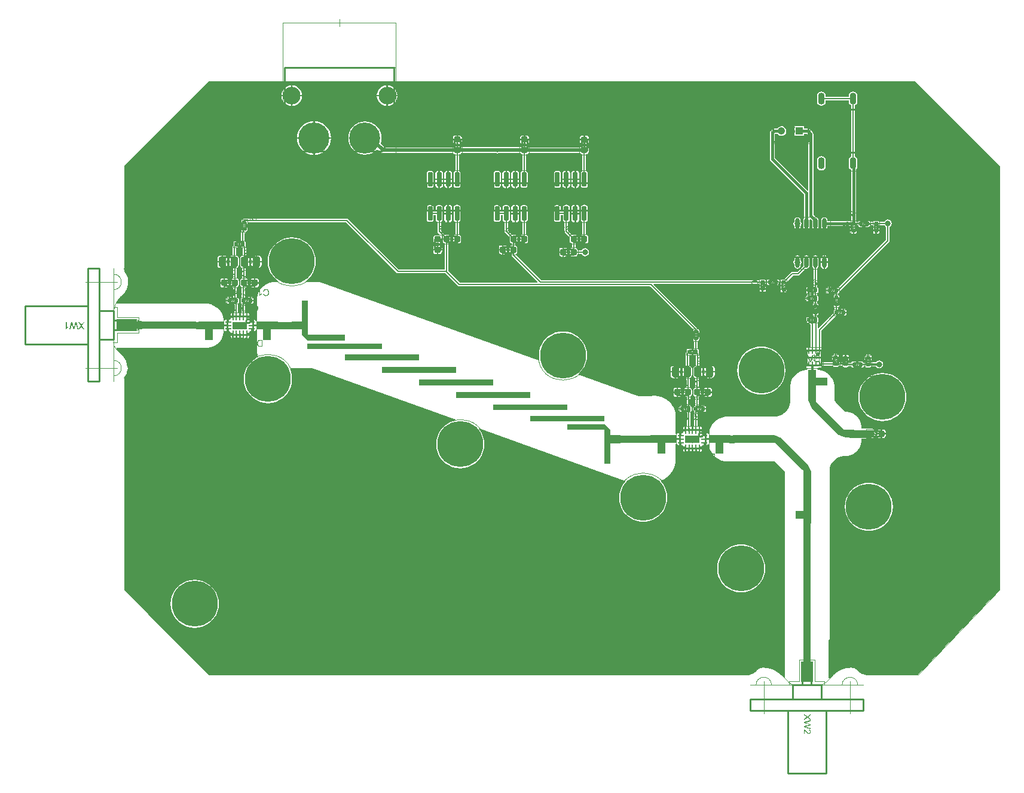
<source format=gtl>
G04*
G04 #@! TF.GenerationSoftware,Altium Limited,Altium Designer,21.4.1 (30)*
G04*
G04 Layer_Physical_Order=1*
G04 Layer_Color=255*
%FSAX44Y44*%
%MOMM*%
G71*
G04*
G04 #@! TF.SameCoordinates,C65EE9AA-DAF9-495F-8E32-67F2E65A80B1*
G04*
G04*
G04 #@! TF.FilePolarity,Positive*
G04*
G01*
G75*
%ADD11C,0.2500*%
%ADD13C,0.1000*%
%ADD14C,0.2000*%
%ADD16C,0.0500*%
%ADD19O,0.9000X1.7000*%
G04:AMPARAMS|DCode=20|XSize=0.58mm|YSize=0.58mm|CornerRadius=0.1508mm|HoleSize=0mm|Usage=FLASHONLY|Rotation=180.000|XOffset=0mm|YOffset=0mm|HoleType=Round|Shape=RoundedRectangle|*
%AMROUNDEDRECTD20*
21,1,0.5800,0.2784,0,0,180.0*
21,1,0.2784,0.5800,0,0,180.0*
1,1,0.3016,-0.1392,0.1392*
1,1,0.3016,0.1392,0.1392*
1,1,0.3016,0.1392,-0.1392*
1,1,0.3016,-0.1392,-0.1392*
%
%ADD20ROUNDEDRECTD20*%
G04:AMPARAMS|DCode=21|XSize=0.58mm|YSize=0.58mm|CornerRadius=0.1508mm|HoleSize=0mm|Usage=FLASHONLY|Rotation=90.000|XOffset=0mm|YOffset=0mm|HoleType=Round|Shape=RoundedRectangle|*
%AMROUNDEDRECTD21*
21,1,0.5800,0.2784,0,0,90.0*
21,1,0.2784,0.5800,0,0,90.0*
1,1,0.3016,0.1392,0.1392*
1,1,0.3016,0.1392,-0.1392*
1,1,0.3016,-0.1392,-0.1392*
1,1,0.3016,-0.1392,0.1392*
%
%ADD21ROUNDEDRECTD21*%
G04:AMPARAMS|DCode=22|XSize=0.79mm|YSize=0.93mm|CornerRadius=0.2015mm|HoleSize=0mm|Usage=FLASHONLY|Rotation=180.000|XOffset=0mm|YOffset=0mm|HoleType=Round|Shape=RoundedRectangle|*
%AMROUNDEDRECTD22*
21,1,0.7900,0.5271,0,0,180.0*
21,1,0.3871,0.9300,0,0,180.0*
1,1,0.4029,-0.1936,0.2636*
1,1,0.4029,0.1936,0.2636*
1,1,0.4029,0.1936,-0.2636*
1,1,0.4029,-0.1936,-0.2636*
%
%ADD22ROUNDEDRECTD22*%
%ADD23O,0.6000X1.5500*%
%ADD24R,0.2500X0.8000*%
%ADD25R,0.2500X0.7000*%
%ADD26R,1.6000X0.2500*%
%ADD27O,0.2500X0.8500*%
%ADD28O,0.8500X0.2500*%
%ADD29R,2.0000X1.0000*%
G04:AMPARAMS|DCode=30|XSize=2.07mm|YSize=0.66mm|CornerRadius=0.1716mm|HoleSize=0mm|Usage=FLASHONLY|Rotation=270.000|XOffset=0mm|YOffset=0mm|HoleType=Round|Shape=RoundedRectangle|*
%AMROUNDEDRECTD30*
21,1,2.0700,0.3168,0,0,270.0*
21,1,1.7268,0.6600,0,0,270.0*
1,1,0.3432,-0.1584,-0.8634*
1,1,0.3432,-0.1584,0.8634*
1,1,0.3432,0.1584,0.8634*
1,1,0.3432,0.1584,-0.8634*
%
%ADD30ROUNDEDRECTD30*%
G04:AMPARAMS|DCode=31|XSize=0.53mm|YSize=0.58mm|CornerRadius=0.1299mm|HoleSize=0mm|Usage=FLASHONLY|Rotation=270.000|XOffset=0mm|YOffset=0mm|HoleType=Round|Shape=RoundedRectangle|*
%AMROUNDEDRECTD31*
21,1,0.5300,0.3203,0,0,270.0*
21,1,0.2703,0.5800,0,0,270.0*
1,1,0.2597,-0.1602,-0.1352*
1,1,0.2597,-0.1602,0.1352*
1,1,0.2597,0.1602,0.1352*
1,1,0.2597,0.1602,-0.1352*
%
%ADD31ROUNDEDRECTD31*%
G04:AMPARAMS|DCode=32|XSize=0.53mm|YSize=0.58mm|CornerRadius=0.1299mm|HoleSize=0mm|Usage=FLASHONLY|Rotation=180.000|XOffset=0mm|YOffset=0mm|HoleType=Round|Shape=RoundedRectangle|*
%AMROUNDEDRECTD32*
21,1,0.5300,0.3203,0,0,180.0*
21,1,0.2703,0.5800,0,0,180.0*
1,1,0.2597,-0.1352,0.1602*
1,1,0.2597,0.1352,0.1602*
1,1,0.2597,0.1352,-0.1602*
1,1,0.2597,-0.1352,-0.1602*
%
%ADD32ROUNDEDRECTD32*%
G04:AMPARAMS|DCode=33|XSize=1.05mm|YSize=1.38mm|CornerRadius=0.252mm|HoleSize=0mm|Usage=FLASHONLY|Rotation=180.000|XOffset=0mm|YOffset=0mm|HoleType=Round|Shape=RoundedRectangle|*
%AMROUNDEDRECTD33*
21,1,1.0500,0.8760,0,0,180.0*
21,1,0.5460,1.3800,0,0,180.0*
1,1,0.5040,-0.2730,0.4380*
1,1,0.5040,0.2730,0.4380*
1,1,0.5040,0.2730,-0.4380*
1,1,0.5040,-0.2730,-0.4380*
%
%ADD33ROUNDEDRECTD33*%
G04:AMPARAMS|DCode=34|XSize=0.82mm|YSize=0.93mm|CornerRadius=0.2091mm|HoleSize=0mm|Usage=FLASHONLY|Rotation=180.000|XOffset=0mm|YOffset=0mm|HoleType=Round|Shape=RoundedRectangle|*
%AMROUNDEDRECTD34*
21,1,0.8200,0.5118,0,0,180.0*
21,1,0.4018,0.9300,0,0,180.0*
1,1,0.4182,-0.2009,0.2559*
1,1,0.4182,0.2009,0.2559*
1,1,0.4182,0.2009,-0.2559*
1,1,0.4182,-0.2009,-0.2559*
%
%ADD34ROUNDEDRECTD34*%
G04:AMPARAMS|DCode=35|XSize=0.82mm|YSize=0.93mm|CornerRadius=0.2091mm|HoleSize=0mm|Usage=FLASHONLY|Rotation=90.000|XOffset=0mm|YOffset=0mm|HoleType=Round|Shape=RoundedRectangle|*
%AMROUNDEDRECTD35*
21,1,0.8200,0.5118,0,0,90.0*
21,1,0.4018,0.9300,0,0,90.0*
1,1,0.4182,0.2559,0.2009*
1,1,0.4182,0.2559,-0.2009*
1,1,0.4182,-0.2559,-0.2009*
1,1,0.4182,-0.2559,0.2009*
%
%ADD35ROUNDEDRECTD35*%
%ADD59R,1.8000X3.0000*%
%ADD60R,3.0000X1.8000*%
%ADD61R,0.1000X0.1000*%
%ADD62R,0.1000X0.1000*%
%ADD63R,1.1000X1.1000*%
%ADD64C,1.1000*%
%ADD65C,1.0500*%
%ADD66C,0.5000*%
%ADD67C,0.4000*%
%ADD68C,0.3000*%
%ADD69C,6.5000*%
%ADD70C,0.8000*%
%ADD71C,1.0500*%
%ADD72R,1.0500X1.0500*%
%ADD73C,2.5000*%
%ADD74C,4.4000*%
G36*
X01795000Y00925000D02*
Y00325000D01*
X01680000Y00205000D01*
X01603811D01*
X01601479Y00205464D01*
X01599282Y00206374D01*
X01597369Y00207652D01*
X01596464Y00208536D01*
X01596464Y00208536D01*
X01596464Y00208536D01*
X01593535Y00211465D01*
X01592658Y00212260D01*
X01590690Y00213575D01*
X01588504Y00214480D01*
X01586183Y00214942D01*
X01585000Y00215000D01*
X01583223Y00214956D01*
X01579686Y00214608D01*
X01576201Y00213915D01*
X01572800Y00212883D01*
X01569517Y00211523D01*
X01566383Y00209848D01*
X01563428Y00207873D01*
X01560681Y00205619D01*
X01559393Y00204393D01*
X01559393Y00204393D01*
Y00204393D01*
X01554173Y00199173D01*
X01553000Y00199659D01*
Y00253146D01*
X01553004Y00253230D01*
X01553037Y00253394D01*
X01553101Y00253549D01*
X01553194Y00253688D01*
X01553250Y00253750D01*
X01553428Y00253928D01*
X01553709Y00254348D01*
X01553902Y00254814D01*
X01554000Y00255308D01*
Y00255561D01*
Y00494920D01*
X01554671Y00498292D01*
X01556382Y00502423D01*
X01558866Y00506141D01*
X01562028Y00509303D01*
X01565747Y00511788D01*
X01569878Y00513499D01*
X01574264Y00514371D01*
X01576500Y00514481D01*
X01578706D01*
X01583033Y00515342D01*
X01587110Y00517031D01*
X01590778Y00519482D01*
X01593898Y00522602D01*
X01596350Y00526270D01*
X01598038Y00530347D01*
X01598899Y00534674D01*
Y00539190D01*
X01612301D01*
X01614128Y00539431D01*
X01615831Y00540136D01*
X01617293Y00541258D01*
X01618415Y00542720D01*
X01619121Y00544423D01*
X01619361Y00546250D01*
X01619121Y00548078D01*
X01618415Y00549781D01*
X01617293Y00551243D01*
X01615831Y00552365D01*
X01614128Y00553070D01*
X01612301Y00553311D01*
X01598899D01*
Y00557082D01*
X01598029Y00561458D01*
X01596321Y00565579D01*
X01593842Y00569289D01*
X01590688Y00572444D01*
X01586978Y00574922D01*
X01582856Y00576630D01*
X01578481Y00577500D01*
X01576250D01*
X01563018Y00590732D01*
X01562620Y00591171D01*
X01561963Y00592155D01*
X01561510Y00593248D01*
X01561279Y00594408D01*
X01561250Y00595000D01*
Y00611333D01*
Y00613834D01*
X01560274Y00618741D01*
X01558359Y00623364D01*
X01555579Y00627524D01*
X01552041Y00631062D01*
X01547881Y00633842D01*
X01543259Y00635756D01*
X01538352Y00636733D01*
X01537154D01*
X01536522Y00637858D01*
X01536954Y00638983D01*
X01537999D01*
Y00639483D01*
X01542499D01*
Y00641934D01*
X01558582D01*
X01559130Y00641114D01*
X01560055Y00640495D01*
X01561147Y00640278D01*
X01564350D01*
X01565442Y00640495D01*
X01566368Y00641114D01*
X01566916Y00641934D01*
X01572520D01*
X01572523Y00641917D01*
X01573188Y00640922D01*
X01574183Y00640257D01*
X01575357Y00640024D01*
X01578141D01*
X01579315Y00640257D01*
X01580309Y00640922D01*
X01580902Y00641809D01*
X01584545D01*
X01584573Y00641667D01*
X01585238Y00640672D01*
X01586233Y00640007D01*
X01587407Y00639774D01*
X01590191D01*
X01591364Y00640007D01*
X01592359Y00640672D01*
X01592680Y00641151D01*
X01594118D01*
X01594438Y00640672D01*
X01595433Y00640007D01*
X01596607Y00639774D01*
X01599391D01*
X01600565Y00640007D01*
X01601559Y00640672D01*
X01602224Y00641667D01*
X01602228Y00641684D01*
X01604520D01*
X01604523Y00641667D01*
X01605188Y00640672D01*
X01606183Y00640007D01*
X01607357Y00639774D01*
X01610141D01*
X01611315Y00640007D01*
X01612310Y00640672D01*
X01612645Y00641174D01*
X01619929D01*
X01620535Y00640267D01*
X01622354Y00639052D01*
X01624500Y00638625D01*
X01626646Y00639052D01*
X01628465Y00640267D01*
X01629681Y00642087D01*
X01630108Y00644233D01*
X01629681Y00646379D01*
X01628465Y00648198D01*
X01626646Y00649414D01*
X01624500Y00649840D01*
X01622354Y00649414D01*
X01620535Y00648198D01*
X01619929Y00647291D01*
X01613371D01*
X01612585Y00648147D01*
X01612670Y00649512D01*
X01613445Y00650672D01*
X01613718Y00652041D01*
Y00652433D01*
X01608749D01*
X01603780D01*
Y00652041D01*
X01604052Y00650672D01*
X01604828Y00649512D01*
X01605151Y00649296D01*
X01605188Y00647793D01*
X01604523Y00646798D01*
X01604520Y00646782D01*
X01602228D01*
X01602224Y00646798D01*
X01601559Y00647793D01*
X01600565Y00648458D01*
X01599391Y00648692D01*
X01596607D01*
X01595433Y00648458D01*
X01594438Y00647793D01*
X01594118Y00647314D01*
X01592680D01*
X01592359Y00647793D01*
X01591364Y00648458D01*
X01590191Y00648692D01*
X01587407D01*
X01586233Y00648458D01*
X01585238Y00647793D01*
X01584646Y00646907D01*
X01581003D01*
X01580974Y00647048D01*
X01580309Y00648043D01*
X01580347Y00649546D01*
X01580670Y00649762D01*
X01581445Y00650922D01*
X01581718Y00652291D01*
Y00652683D01*
X01578382D01*
X01578387Y00652588D01*
Y00652449D01*
X01578374Y00652352D01*
X01578360Y00652241D01*
X01578346Y00652102D01*
X01578318Y00651950D01*
X01578290Y00651797D01*
X01578193Y00651436D01*
X01578055Y00651076D01*
X01577971Y00650896D01*
X01577874Y00650715D01*
X01577749Y00650549D01*
X01577611Y00650396D01*
X01577597Y00650383D01*
X01577583Y00650355D01*
X01577527Y00650327D01*
X01577472Y00650272D01*
X01577403Y00650202D01*
X01577306Y00650133D01*
X01577209Y00650064D01*
X01577084Y00649980D01*
X01576820Y00649842D01*
X01576487Y00649703D01*
X01576321Y00649648D01*
X01576127Y00649620D01*
X01575933Y00649592D01*
X01575725Y00649578D01*
X01575697D01*
X01575628D01*
X01575517Y00649592D01*
X01575364Y00649606D01*
X01575198Y00649634D01*
X01575004Y00649689D01*
X01574796Y00649745D01*
X01574587Y00649828D01*
X01574560Y00649842D01*
X01574490Y00649869D01*
X01574379Y00649925D01*
X01574227Y00650008D01*
X01574060Y00650119D01*
X01573852Y00650258D01*
X01573644Y00650424D01*
X01573409Y00650618D01*
X01573381Y00650646D01*
X01573298Y00650715D01*
X01573228Y00650785D01*
X01573159Y00650854D01*
X01573076Y00650937D01*
X01572965Y00651048D01*
X01572854Y00651159D01*
X01572729Y00651298D01*
X01572590Y00651436D01*
X01572438Y00651603D01*
X01572285Y00651783D01*
X01572105Y00651977D01*
X01571925Y00652199D01*
X01571780Y00652365D01*
Y00652291D01*
X01572052Y00650922D01*
X01572828Y00649762D01*
X01573151Y00649546D01*
X01573188Y00648043D01*
X01572523Y00647048D01*
X01572520Y00647032D01*
X01571379D01*
X01571467Y00646943D01*
X01571717Y00646680D01*
X01571994Y00646361D01*
X01572285Y00646014D01*
X01572299Y00646000D01*
X01572341Y00645945D01*
X01572410Y00645861D01*
X01572493Y00645764D01*
X01572604Y00645640D01*
X01572729Y00645487D01*
X01572868Y00645334D01*
X01573020Y00645154D01*
X01573353Y00644807D01*
X01573686Y00644461D01*
X01573852Y00644294D01*
X01574019Y00644142D01*
X01574171Y00644003D01*
X01574324Y00643892D01*
X01574338D01*
X01574352Y00643864D01*
X01574393Y00643837D01*
X01574449Y00643809D01*
X01574601Y00643712D01*
X01574782Y00643601D01*
X01575004Y00643504D01*
X01575239Y00643407D01*
X01575503Y00643351D01*
X01575752Y00643324D01*
X01575766D01*
X01575780D01*
X01575863Y00643337D01*
X01576002Y00643351D01*
X01576155Y00643393D01*
X01576349Y00643448D01*
X01576543Y00643545D01*
X01576737Y00643670D01*
X01576931Y00643837D01*
X01576959Y00643864D01*
X01577014Y00643934D01*
X01577084Y00644031D01*
X01577181Y00644183D01*
X01577264Y00644378D01*
X01577347Y00644599D01*
X01577403Y00644863D01*
X01577417Y00645154D01*
Y00645237D01*
X01577403Y00645293D01*
X01577389Y00645459D01*
X01577347Y00645653D01*
X01577292Y00645861D01*
X01577195Y00646097D01*
X01577070Y00646319D01*
X01576904Y00646527D01*
X01576876Y00646555D01*
X01576806Y00646610D01*
X01576695Y00646694D01*
X01576529Y00646777D01*
X01576335Y00646874D01*
X01576085Y00646957D01*
X01575808Y00647012D01*
X01575489Y00647040D01*
X01575614Y00648247D01*
X01575628D01*
X01575669Y00648233D01*
X01575739D01*
X01575836Y00648219D01*
X01575947Y00648191D01*
X01576071Y00648164D01*
X01576224Y00648122D01*
X01576376Y00648080D01*
X01576709Y00647969D01*
X01577042Y00647803D01*
X01577209Y00647706D01*
X01577375Y00647581D01*
X01577527Y00647456D01*
X01577666Y00647318D01*
X01577680Y00647304D01*
X01577694Y00647276D01*
X01577736Y00647234D01*
X01577777Y00647165D01*
X01577833Y00647082D01*
X01577888Y00646985D01*
X01577957Y00646874D01*
X01578027Y00646735D01*
X01578096Y00646583D01*
X01578165Y00646416D01*
X01578221Y00646236D01*
X01578276Y00646042D01*
X01578318Y00645834D01*
X01578360Y00645612D01*
X01578374Y00645376D01*
X01578387Y00645126D01*
Y00644988D01*
X01578374Y00644891D01*
X01578360Y00644780D01*
X01578346Y00644641D01*
X01578318Y00644489D01*
X01578290Y00644336D01*
X01578193Y00643975D01*
X01578055Y00643615D01*
X01577971Y00643435D01*
X01577874Y00643254D01*
X01577749Y00643088D01*
X01577611Y00642935D01*
X01577597Y00642921D01*
X01577583Y00642894D01*
X01577527Y00642866D01*
X01577472Y00642810D01*
X01577403Y00642741D01*
X01577306Y00642672D01*
X01577209Y00642602D01*
X01577084Y00642519D01*
X01576820Y00642381D01*
X01576487Y00642242D01*
X01576321Y00642186D01*
X01576127Y00642159D01*
X01575933Y00642131D01*
X01575725Y00642117D01*
X01575697D01*
X01575628D01*
X01575517Y00642131D01*
X01575364Y00642145D01*
X01575198Y00642172D01*
X01575004Y00642228D01*
X01574796Y00642283D01*
X01574587Y00642367D01*
X01574560Y00642381D01*
X01574490Y00642408D01*
X01574379Y00642464D01*
X01574227Y00642547D01*
X01574060Y00642658D01*
X01573852Y00642796D01*
X01573644Y00642963D01*
X01573409Y00643157D01*
X01573381Y00643185D01*
X01573298Y00643254D01*
X01573228Y00643324D01*
X01573159Y00643393D01*
X01573076Y00643476D01*
X01572965Y00643587D01*
X01572854Y00643698D01*
X01572729Y00643837D01*
X01572590Y00643975D01*
X01572438Y00644142D01*
X01572285Y00644322D01*
X01572105Y00644516D01*
X01571925Y00644738D01*
X01571730Y00644960D01*
X01571717Y00644974D01*
X01571689Y00645002D01*
X01571647Y00645057D01*
X01571592Y00645126D01*
X01571509Y00645210D01*
X01571425Y00645307D01*
X01571245Y00645529D01*
X01571037Y00645764D01*
X01570829Y00645986D01*
X01570649Y00646180D01*
X01570580Y00646264D01*
X01570510Y00646333D01*
X01570496Y00646347D01*
X01570455Y00646388D01*
X01570399Y00646444D01*
X01570316Y00646513D01*
X01570219Y00646583D01*
X01570122Y00646666D01*
X01569886Y00646832D01*
Y00642103D01*
X01568749D01*
Y00647032D01*
X01566916D01*
X01566368Y00647852D01*
X01565534Y00648409D01*
X01565492Y00648792D01*
X01565629Y00649669D01*
X01565640Y00649726D01*
X01566728Y00650453D01*
X01567457Y00651544D01*
X01567713Y00652831D01*
Y00653183D01*
X01562749D01*
X01557784D01*
Y00652831D01*
X01558040Y00651544D01*
X01558769Y00650453D01*
X01559858Y00649726D01*
X01559869Y00649669D01*
X01560005Y00648792D01*
X01559963Y00648409D01*
X01559130Y00647852D01*
X01558582Y00647032D01*
X01542499D01*
Y00649316D01*
X01542499Y00649483D01*
X01542249Y00650649D01*
X01542249Y00650753D01*
Y00652733D01*
X01539999D01*
Y00647719D01*
X01536310D01*
X01536060Y00647733D01*
X01535783Y00647747D01*
X01535506Y00647775D01*
X01535228Y00647816D01*
X01534992Y00647858D01*
X01534978D01*
X01534951Y00647872D01*
X01534909D01*
X01534854Y00647900D01*
X01534701Y00647941D01*
X01534507Y00648010D01*
X01534285Y00648108D01*
X01534049Y00648232D01*
X01533813Y00648371D01*
X01533592Y00648551D01*
X01533578Y00648565D01*
X01533564Y00648579D01*
X01533522Y00648621D01*
X01533467Y00648662D01*
X01533328Y00648801D01*
X01533162Y00648995D01*
X01532981Y00649231D01*
X01532787Y00649508D01*
X01532607Y00649827D01*
X01532454Y00650188D01*
Y00650202D01*
X01532441Y00650229D01*
X01532413Y00650285D01*
X01532399Y00650368D01*
X01532357Y00650465D01*
X01532330Y00650576D01*
X01532302Y00650701D01*
X01532260Y00650854D01*
X01532219Y00651006D01*
X01532191Y00651186D01*
X01532122Y00651575D01*
X01532080Y00652005D01*
X01532066Y00652476D01*
Y00652490D01*
Y00652518D01*
Y00652587D01*
Y00652656D01*
X01532077Y00652733D01*
X01529624D01*
X01527711Y00647719D01*
X01526325D01*
X01524274Y00652733D01*
X01522249D01*
X01522249Y00650942D01*
X01521499Y00649983D01*
X01521499Y00649523D01*
Y00645483D01*
X01524749D01*
Y00643483D01*
X01521499D01*
Y00638983D01*
X01522543D01*
X01522976Y00637858D01*
X01522344Y00636733D01*
X01521148D01*
X01516241Y00635756D01*
X01511619Y00633842D01*
X01507458Y00631062D01*
X01503920Y00627524D01*
X01501141Y00623364D01*
X01499226Y00618741D01*
X01498250Y00613834D01*
Y00611333D01*
Y00592705D01*
X01498141Y00590480D01*
X01497272Y00586114D01*
X01495569Y00582002D01*
X01493096Y00578301D01*
X01489949Y00575154D01*
X01486248Y00572681D01*
X01482135Y00570978D01*
X01477770Y00570109D01*
X01475544Y00570000D01*
X01406398D01*
X01401491Y00569024D01*
X01396869Y00567109D01*
X01392708Y00564329D01*
X01389171Y00560792D01*
X01386391Y00556631D01*
X01384476Y00552009D01*
X01383500Y00547102D01*
Y00546006D01*
X01382230Y00545621D01*
X01382093Y00545826D01*
X01381018Y00546544D01*
X01379750Y00546796D01*
X01377750D01*
Y00543483D01*
X01375750D01*
Y00546796D01*
X01374522D01*
X01373634Y00547117D01*
X01373314Y00548004D01*
Y00549233D01*
X01370000D01*
Y00550233D01*
X01369000D01*
Y00556347D01*
X01368907Y00556329D01*
X01368450Y00556499D01*
X01367637Y00557090D01*
Y00566402D01*
X01367576Y00566357D01*
X01367437Y00566246D01*
X01367298Y00566149D01*
X01367132Y00566052D01*
X01366952Y00565941D01*
X01366744Y00565858D01*
X01366536Y00565760D01*
X01366300Y00565691D01*
X01366050Y00565636D01*
X01365787Y00565608D01*
X01365509Y00565594D01*
X01365399D01*
X01365315Y00565608D01*
X01365218D01*
X01365107Y00565622D01*
X01364844Y00565677D01*
X01364553Y00565747D01*
X01364247Y00565858D01*
X01363942Y00566024D01*
X01363885Y00566060D01*
X01363871Y00566052D01*
X01363857Y00566038D01*
X01363816Y00566024D01*
X01363760Y00565996D01*
X01363691Y00565955D01*
X01363580Y00565913D01*
X01363469Y00565872D01*
X01363330Y00565816D01*
X01363178Y00565760D01*
X01363011Y00565705D01*
X01362831Y00565650D01*
X01362539Y00565587D01*
Y00556973D01*
X01361269Y00556294D01*
X01361268Y00556294D01*
X01361000Y00556347D01*
Y00550233D01*
X01359000D01*
Y00556347D01*
X01358732Y00556294D01*
X01358732Y00556294D01*
X01357462Y00556973D01*
Y00577066D01*
X01358282Y00577614D01*
X01358900Y00578539D01*
X01359117Y00579631D01*
Y00582834D01*
X01358900Y00583926D01*
X01358282Y00584852D01*
X01357462Y00585400D01*
Y00599126D01*
X01358148Y00599585D01*
X01358942Y00600773D01*
X01359220Y00602174D01*
Y00607292D01*
X01358942Y00608693D01*
X01358148Y00609881D01*
X01356960Y00610674D01*
X01356099Y00610846D01*
Y00625427D01*
X01356799Y00625566D01*
X01358128Y00626454D01*
X01359017Y00627784D01*
X01359329Y00629353D01*
Y00638113D01*
X01359017Y00639681D01*
X01358128Y00641011D01*
X01356799Y00641899D01*
X01355230Y00642211D01*
X01355049D01*
Y00657774D01*
X01356942D01*
X01358116Y00658007D01*
X01359111Y00658672D01*
X01359431Y00659151D01*
X01360869D01*
X01361190Y00658672D01*
X01362184Y00658007D01*
X01363358Y00657774D01*
X01364951D01*
Y00642211D01*
X01364770D01*
X01363202Y00641899D01*
X01361872Y00641011D01*
X01360983Y00639681D01*
X01360671Y00638113D01*
Y00629353D01*
X01360983Y00627784D01*
X01361872Y00626454D01*
X01363202Y00625566D01*
X01363901Y00625427D01*
Y00619487D01*
X01363945Y00619583D01*
X01364140Y00619971D01*
X01364389Y00620360D01*
X01364542Y00620554D01*
X01364694Y00620748D01*
X01364861Y00620914D01*
X01365055Y00621081D01*
X01365069Y00621095D01*
X01365096Y00621122D01*
X01365166Y00621150D01*
X01365235Y00621206D01*
X01365346Y00621275D01*
X01365457Y00621344D01*
X01365610Y00621414D01*
X01365762Y00621483D01*
X01365943Y00621566D01*
X01366137Y00621636D01*
X01366345Y00621705D01*
X01366567Y00621774D01*
X01366802Y00621830D01*
X01367052Y00621857D01*
X01367316Y00621885D01*
X01367593Y00621899D01*
X01367745D01*
X01367856Y00621885D01*
X01367981D01*
X01368134Y00621871D01*
X01368300Y00621844D01*
X01368494Y00621816D01*
X01368896Y00621746D01*
X01368999Y00621719D01*
Y00625254D01*
X01370230D01*
X01371799Y00625566D01*
X01373128Y00626454D01*
X01374017Y00627784D01*
X01374329Y00629353D01*
Y00638113D01*
X01374017Y00639681D01*
X01373128Y00641011D01*
X01371799Y00641899D01*
X01370230Y00642211D01*
X01370049D01*
Y00644761D01*
X01367061D01*
Y00645884D01*
X01370049D01*
Y00647916D01*
X01369946Y00647895D01*
X01369780Y00647867D01*
X01369474D01*
X01369391Y00647881D01*
X01369280Y00647895D01*
X01369155Y00647909D01*
X01369017Y00647936D01*
X01368864Y00647978D01*
X01368531Y00648075D01*
X01368351Y00648144D01*
X01368171Y00648242D01*
X01367991Y00648339D01*
X01367810Y00648449D01*
X01367644Y00648588D01*
X01367477Y00648741D01*
X01367464Y00648755D01*
X01367436Y00648782D01*
X01367394Y00648824D01*
X01367339Y00648893D01*
X01367269Y00648990D01*
X01367200Y00649087D01*
X01367117Y00649212D01*
X01367034Y00649351D01*
X01366964Y00649503D01*
X01366881Y00649670D01*
X01366812Y00649864D01*
X01366742Y00650058D01*
X01366687Y00650266D01*
X01366645Y00650502D01*
X01366617Y00650738D01*
X01366604Y00650987D01*
Y00651001D01*
Y00651043D01*
Y00651112D01*
X01366617Y00651209D01*
X01366631Y00651320D01*
X01366645Y00651445D01*
X01366673Y00651598D01*
X01366701Y00651750D01*
X01366784Y00652111D01*
X01366923Y00652485D01*
X01367006Y00652679D01*
X01367117Y00652860D01*
X01367228Y00653054D01*
X01367366Y00653234D01*
X01367380Y00653248D01*
X01367408Y00653290D01*
X01367464Y00653345D01*
X01367533Y00653414D01*
X01367630Y00653498D01*
X01367741Y00653608D01*
X01367879Y00653706D01*
X01368032Y00653817D01*
X01368199Y00653928D01*
X01368393Y00654025D01*
X01368601Y00654122D01*
X01368823Y00654219D01*
X01369058Y00654288D01*
X01369322Y00654344D01*
X01369599Y00654385D01*
X01369890Y00654399D01*
X01370015D01*
X01370049Y00654394D01*
Y00659208D01*
X01369855Y00660183D01*
X01369303Y00661010D01*
X01369209Y00661104D01*
Y00663625D01*
X01368976Y00664798D01*
X01368311Y00665793D01*
X01367424Y00666386D01*
Y00677329D01*
X01367566Y00677357D01*
X01368561Y00678022D01*
X01369226Y00679017D01*
X01369459Y00680191D01*
Y00682975D01*
X01369226Y00684148D01*
X01368561Y00685143D01*
X01368082Y00685463D01*
Y00686902D01*
X01368561Y00687222D01*
X01369226Y00688217D01*
X01369459Y00689391D01*
Y00692175D01*
X01369226Y00693348D01*
X01368561Y00694343D01*
X01367566Y00695008D01*
X01367207Y00695079D01*
X01366803Y00695685D01*
X01365975Y00696238D01*
X01365444Y00696343D01*
X01304652Y00757135D01*
X01305138Y00758309D01*
X01444158D01*
X01444055Y00758425D01*
Y00758439D01*
X01444027Y00758453D01*
X01444000Y00758494D01*
X01443972Y00758550D01*
X01443916Y00758619D01*
X01443875Y00758702D01*
X01443764Y00758910D01*
X01443667Y00759160D01*
X01443570Y00759451D01*
X01443514Y00759798D01*
X01443487Y00760172D01*
Y00760297D01*
X01443500Y00760450D01*
X01443528Y00760630D01*
X01443570Y00760838D01*
X01443625Y00761060D01*
X01443695Y00761296D01*
X01443806Y00761517D01*
Y00761531D01*
X01443819Y00761545D01*
X01443861Y00761615D01*
X01443930Y00761726D01*
X01444027Y00761864D01*
X01444166Y00762017D01*
X01444319Y00762183D01*
X01444499Y00762336D01*
X01444707Y00762488D01*
X01444735Y00762502D01*
X01444804Y00762558D01*
X01444929Y00762613D01*
X01445109Y00762710D01*
X01445317Y00762793D01*
X01445553Y00762904D01*
X01445830Y00763001D01*
X01446135Y00763085D01*
X01446149D01*
X01446177Y00763099D01*
X01446219Y00763112D01*
X01446288Y00763126D01*
X01446371Y00763140D01*
X01446468Y00763154D01*
X01446593Y00763182D01*
X01446732Y00763196D01*
X01446884Y00763223D01*
X01447051Y00763237D01*
X01447245Y00763251D01*
X01447439Y00763279D01*
X01447661Y00763293D01*
X01447883D01*
X01448132Y00763307D01*
X01448396D01*
X01448410D01*
X01448465D01*
X01448562D01*
X01448673D01*
X01448826Y00763293D01*
X01448992D01*
X01449173Y00763279D01*
X01449367Y00763265D01*
X01449811Y00763223D01*
X01450268Y00763154D01*
X01450712Y00763071D01*
X01450920Y00763015D01*
X01451128Y00762946D01*
X01451142D01*
X01451170Y00762932D01*
X01451225Y00762904D01*
X01451295Y00762877D01*
X01451392Y00762849D01*
X01451489Y00762793D01*
X01451724Y00762682D01*
X01451974Y00762544D01*
X01452251Y00762364D01*
X01452501Y00762156D01*
X01452737Y00761906D01*
Y00761892D01*
X01452764Y00761878D01*
X01452792Y00761836D01*
X01452820Y00761781D01*
X01452862Y00761712D01*
X01452917Y00761642D01*
X01453014Y00761434D01*
X01453111Y00761185D01*
X01453208Y00760893D01*
X01453264Y00760547D01*
X01453291Y00760172D01*
Y00760034D01*
X01453278Y00759937D01*
X01453264Y00759826D01*
X01453236Y00759687D01*
X01453208Y00759534D01*
X01453167Y00759368D01*
X01453111Y00759202D01*
X01453056Y00759021D01*
X01452973Y00758841D01*
X01452876Y00758661D01*
X01452764Y00758480D01*
X01452632Y00758309D01*
X01454958D01*
X01455506Y00757489D01*
X01456340Y00756932D01*
X01456382Y00756548D01*
X01456245Y00755671D01*
X01456234Y00755614D01*
X01455146Y00754887D01*
X01454417Y00753796D01*
X01454160Y00752509D01*
Y00752158D01*
X01459125D01*
X01464090D01*
Y00752509D01*
X01463834Y00753796D01*
X01463105Y00754887D01*
X01462016Y00755614D01*
X01462005Y00755671D01*
X01461869Y00756548D01*
X01461911Y00756932D01*
X01462744Y00757489D01*
X01463292Y00758309D01*
X01465096D01*
X01465100Y00758292D01*
X01465764Y00757297D01*
X01466759Y00756632D01*
X01467933Y00756399D01*
X01470717D01*
X01471891Y00756632D01*
X01472886Y00757297D01*
X01473206Y00757776D01*
X01474019D01*
X01473999Y00757800D01*
X01473930Y00757884D01*
X01473847Y00757995D01*
X01473777Y00758105D01*
X01473680Y00758244D01*
X01473597Y00758383D01*
X01473528Y00758549D01*
X01473375Y00758924D01*
X01473320Y00759118D01*
X01473278Y00759340D01*
X01473250Y00759562D01*
X01473237Y00759798D01*
Y00759895D01*
X01473250Y00759964D01*
Y00760033D01*
X01473264Y00760130D01*
X01473306Y00760366D01*
X01473361Y00760630D01*
X01473459Y00760921D01*
X01473583Y00761212D01*
X01473750Y00761503D01*
Y00761517D01*
X01473777Y00761531D01*
X01473805Y00761573D01*
X01473847Y00761628D01*
X01473958Y00761767D01*
X01474110Y00761947D01*
X01474318Y00762127D01*
X01474568Y00762335D01*
X01474859Y00762516D01*
X01475192Y00762682D01*
X01475206D01*
X01475234Y00762696D01*
X01475289Y00762724D01*
X01475358Y00762751D01*
X01475455Y00762779D01*
X01475580Y00762821D01*
X01475719Y00762849D01*
X01475872Y00762890D01*
X01476052Y00762932D01*
X01476260Y00762973D01*
X01476482Y00763001D01*
X01476718Y00763029D01*
X01476981Y00763057D01*
X01477258Y00763084D01*
X01477563Y00763098D01*
X01477883D01*
X01477896D01*
X01477966D01*
X01478063D01*
X01478188D01*
X01478340Y00763084D01*
X01478520D01*
X01478728Y00763070D01*
X01478936Y00763043D01*
X01479408Y00763001D01*
X01479907Y00762932D01*
X01480379Y00762835D01*
X01480615Y00762765D01*
X01480823Y00762696D01*
X01480836D01*
X01480864Y00762682D01*
X01480920Y00762654D01*
X01481003Y00762627D01*
X01481086Y00762585D01*
X01481197Y00762530D01*
X01481433Y00762391D01*
X01481696Y00762225D01*
X01481974Y00762030D01*
X01482237Y00761781D01*
X01482473Y00761503D01*
Y00761489D01*
X01482501Y00761462D01*
X01482528Y00761420D01*
X01482556Y00761365D01*
X01482598Y00761281D01*
X01482653Y00761198D01*
X01482709Y00761087D01*
X01482750Y00760976D01*
X01482861Y00760713D01*
X01482958Y00760394D01*
X01483014Y00760047D01*
X01483042Y00759659D01*
Y00759548D01*
X01483028Y00759479D01*
Y00759381D01*
X01483014Y00759270D01*
X01482958Y00759007D01*
X01482889Y00758716D01*
X01482778Y00758411D01*
X01482625Y00758105D01*
X01482616Y00758090D01*
X01482678Y00758184D01*
X01484634D01*
X01484637Y00758164D01*
X01485256Y00757239D01*
X01486090Y00756682D01*
X01486132Y00756298D01*
X01485995Y00755422D01*
X01485984Y00755365D01*
X01484895Y00754637D01*
X01484167Y00753546D01*
X01483911Y00752259D01*
Y00751908D01*
X01488094D01*
X01487493Y00752858D01*
X01489074D01*
X01489675Y00751908D01*
X01493840D01*
Y00752259D01*
X01493584Y00753546D01*
X01492855Y00754637D01*
X01491766Y00755365D01*
X01491755Y00755422D01*
X01491619Y00756298D01*
X01491661Y00756682D01*
X01492494Y00757239D01*
X01493113Y00758164D01*
X01493330Y00759256D01*
Y00761208D01*
X01502469Y00770346D01*
X01509763D01*
X01510738Y00770540D01*
X01511565Y00771093D01*
X01520530Y00780058D01*
X01521350Y00779894D01*
X01523106Y00780244D01*
X01524594Y00781238D01*
X01525589Y00782727D01*
X01525938Y00784483D01*
Y00793983D01*
X01525589Y00795738D01*
X01524594Y00797227D01*
X01523106Y00798222D01*
X01521350Y00798571D01*
X01519594Y00798222D01*
X01518106Y00797227D01*
X01517111Y00795738D01*
X01516762Y00793983D01*
Y00784483D01*
X01516925Y00783662D01*
X01508707Y00775444D01*
X01501413D01*
X01500437Y00775250D01*
X01499610Y00774698D01*
X01489725Y00764812D01*
X01487274D01*
X01486182Y00764595D01*
X01485256Y00763977D01*
X01484792Y00763282D01*
X01482779D01*
X01482751Y00763423D01*
X01482086Y00764418D01*
X01481091Y00765083D01*
X01479917Y00765317D01*
X01477133D01*
X01475959Y00765083D01*
X01474964Y00764418D01*
X01474644Y00763939D01*
X01473206D01*
X01472886Y00764418D01*
X01471891Y00765083D01*
X01470717Y00765317D01*
X01467933D01*
X01466759Y00765083D01*
X01465764Y00764418D01*
X01465100Y00763423D01*
X01465096Y00763407D01*
X01463292D01*
X01462744Y00764227D01*
X01461819Y00764845D01*
X01460727Y00765062D01*
X01457524D01*
X01456432Y00764845D01*
X01455506Y00764227D01*
X01454958Y00763407D01*
X01145598D01*
X01109528Y00799477D01*
X01109632Y00800240D01*
X01109879Y00800921D01*
X01110898Y00801602D01*
X01111692Y00802790D01*
X01111970Y00804191D01*
Y00809309D01*
X01111692Y00810710D01*
X01110898Y00811898D01*
X01109710Y00812692D01*
X01108924Y00812848D01*
Y00815605D01*
X01109860Y00815791D01*
X01111048Y00816585D01*
X01111842Y00817773D01*
X01112120Y00819174D01*
Y00824292D01*
X01111842Y00825693D01*
X01111048Y00826881D01*
X01109860Y00827674D01*
X01108459Y00827953D01*
X01104441D01*
X01104394Y00827944D01*
X01100520Y00831817D01*
Y00830733D01*
X01099342D01*
Y00832996D01*
X01099303Y00833035D01*
X01095167D01*
Y00834117D01*
X01098699Y00839108D01*
Y00846262D01*
X01098989Y00846319D01*
X01100053Y00847030D01*
X01100763Y00848094D01*
X01101013Y00849349D01*
Y00866617D01*
X01100763Y00867871D01*
X01100053Y00868935D01*
X01098989Y00869646D01*
X01097809Y00869881D01*
X01097125Y00870338D01*
X01096150Y00870532D01*
X01095175Y00870338D01*
X01094491Y00869881D01*
X01093311Y00869646D01*
X01092247Y00868935D01*
X01091537Y00867871D01*
X01091287Y00866617D01*
Y00860532D01*
X01088313D01*
Y00866617D01*
X01088064Y00867871D01*
X01087353Y00868935D01*
X01086289Y00869646D01*
X01085034Y00869896D01*
X01081866D01*
X01080611Y00869646D01*
X01079548Y00868935D01*
X01078837Y00867871D01*
X01078587Y00866617D01*
Y00849349D01*
X01078837Y00848094D01*
X01079548Y00847030D01*
X01080611Y00846319D01*
X01081866Y00846070D01*
X01085034D01*
X01086289Y00846319D01*
X01087353Y00847030D01*
X01088064Y00848094D01*
X01088313Y00849349D01*
Y00855434D01*
X01091287D01*
Y00849349D01*
X01091537Y00848094D01*
X01092247Y00847030D01*
X01093311Y00846319D01*
X01093601Y00846262D01*
Y00839093D01*
X01093711Y00838929D01*
X01093836Y00838762D01*
X01093947Y00838582D01*
X01094044Y00838374D01*
X01094155Y00838166D01*
X01094238Y00837944D01*
X01094321Y00837695D01*
X01093601Y00837527D01*
Y00833991D01*
X01094488Y00833770D01*
Y00833756D01*
X01094474Y00833700D01*
X01094446Y00833617D01*
X01094404Y00833506D01*
X01094363Y00833382D01*
X01094307Y00833229D01*
X01094238Y00833063D01*
X01094155Y00832882D01*
X01093960Y00832494D01*
X01093711Y00832106D01*
X01093699Y00832091D01*
X01093795Y00831607D01*
X01094348Y00830780D01*
X01100789Y00824339D01*
X01100780Y00824292D01*
Y00819174D01*
X01101058Y00817773D01*
X01101852Y00816585D01*
X01103040Y00815791D01*
X01103826Y00815635D01*
Y00812878D01*
X01102890Y00812692D01*
X01101702Y00811898D01*
X01100908Y00810710D01*
X01100630Y00809309D01*
Y00804191D01*
X01100908Y00802790D01*
X01101702Y00801602D01*
X01102890Y00800808D01*
X01103751Y00800637D01*
Y00799100D01*
X01103945Y00798124D01*
X01104498Y00797298D01*
X01140715Y00761080D01*
X01140229Y00759907D01*
X01030914D01*
X01013935Y00776886D01*
X01013954Y00776983D01*
Y00815611D01*
X01014860Y00815791D01*
X01016048Y00816585D01*
X01016842Y00817773D01*
X01017120Y00819174D01*
Y00824292D01*
X01016842Y00825693D01*
X01016048Y00826881D01*
X01014860Y00827674D01*
X01013459Y00827953D01*
X01009441D01*
X01009394Y00827944D01*
X01005889Y00831448D01*
X01005798Y00831357D01*
X01005659Y00831260D01*
X01005506Y00831149D01*
X01005340Y00831038D01*
X01005146Y00830941D01*
X01004938Y00830844D01*
X01004716Y00830747D01*
X01004480Y00830677D01*
X01004217Y00830622D01*
X01003939Y00830580D01*
X01003648Y00830566D01*
X01003523D01*
X01003426Y00830580D01*
X01003315Y00830594D01*
X01003190Y00830608D01*
X01003038Y00830622D01*
X01002885Y00830663D01*
X01002539Y00830747D01*
X01002192Y00830871D01*
X01002012Y00830955D01*
X01001831Y00831052D01*
X01001665Y00831162D01*
X01001498Y00831287D01*
X01001485Y00831301D01*
X01001457Y00831315D01*
X01001429Y00831371D01*
X01001374Y00831426D01*
X01001304Y00831495D01*
X01001235Y00831579D01*
X01001152Y00831690D01*
X01001082Y00831814D01*
X01000999Y00831939D01*
X01000916Y00832092D01*
X01000763Y00832425D01*
X01000639Y00832813D01*
X01000597Y00833021D01*
X01000569Y00833243D01*
X01001804Y00833340D01*
Y00833326D01*
Y00833298D01*
X01001817Y00833257D01*
X01001831Y00833187D01*
X01001873Y00833035D01*
X01001928Y00832827D01*
X01002012Y00832619D01*
X01002122Y00832383D01*
X01002261Y00832175D01*
X01002428Y00831981D01*
X01002455Y00831967D01*
X01002511Y00831911D01*
X01002622Y00831842D01*
X01002774Y00831759D01*
X01002941Y00831676D01*
X01003149Y00831606D01*
X01003384Y00831551D01*
X01003648Y00831537D01*
X01003731D01*
X01003787Y00831551D01*
X01003953Y00831565D01*
X01004147Y00831620D01*
X01004383Y00831690D01*
X01004619Y00831801D01*
X01004868Y00831967D01*
X01004979Y00832064D01*
X01005090Y00832175D01*
X01005104Y00832189D01*
X01005118Y00832203D01*
X01005125Y00832213D01*
X01003699Y00833638D01*
Y00836058D01*
X01003537D01*
X01003426Y00836044D01*
X01003288Y00836030D01*
X01003121Y00835989D01*
X01002955Y00835947D01*
X01002774Y00835878D01*
X01002594Y00835795D01*
X01002580Y00835781D01*
X01002525Y00835753D01*
X01002441Y00835684D01*
X01002330Y00835614D01*
X01002220Y00835517D01*
X01002109Y00835392D01*
X01001984Y00835268D01*
X01001887Y00835115D01*
X01000777Y00835268D01*
X01001706Y00840205D01*
X01003699D01*
Y00846262D01*
X01003989Y00846319D01*
X01005053Y00847030D01*
X01005763Y00848094D01*
X01006013Y00849349D01*
Y00866617D01*
X01005763Y00867871D01*
X01005053Y00868935D01*
X01003989Y00869646D01*
X01002809Y00869881D01*
X01002125Y00870338D01*
X01001150Y00870532D01*
X01000175Y00870338D01*
X00999491Y00869881D01*
X00998311Y00869646D01*
X00997247Y00868935D01*
X00996537Y00867871D01*
X00996287Y00866617D01*
Y00860532D01*
X00993313D01*
Y00866617D01*
X00993064Y00867871D01*
X00992353Y00868935D01*
X00991289Y00869646D01*
X00990034Y00869896D01*
X00986866D01*
X00985611Y00869646D01*
X00984548Y00868935D01*
X00983837Y00867871D01*
X00983587Y00866617D01*
Y00849349D01*
X00983837Y00848094D01*
X00984548Y00847030D01*
X00985611Y00846319D01*
X00986866Y00846070D01*
X00990034D01*
X00991289Y00846319D01*
X00992353Y00847030D01*
X00993064Y00848094D01*
X00993313Y00849349D01*
Y00855434D01*
X00996287D01*
Y00849349D01*
X00996537Y00848094D01*
X00997247Y00847030D01*
X00998311Y00846319D01*
X00998601Y00846262D01*
Y00839093D01*
X00998711Y00838929D01*
X00998836Y00838762D01*
X00998947Y00838582D01*
X00999044Y00838374D01*
X00999155Y00838166D01*
X00999238Y00837944D01*
X00999321Y00837695D01*
X00998601Y00837527D01*
Y00833991D01*
X00999488Y00833770D01*
Y00833756D01*
X00999474Y00833700D01*
X00999446Y00833617D01*
X00999404Y00833506D01*
X00999363Y00833382D01*
X00999307Y00833229D01*
X00999238Y00833063D01*
X00999155Y00832882D01*
X00998960Y00832494D01*
X00998711Y00832106D01*
X00998699Y00832091D01*
X00998795Y00831607D01*
X00999348Y00830780D01*
X01001486Y00828642D01*
X01001483Y00828614D01*
X01000911Y00827420D01*
X00996241D01*
X00994840Y00827142D01*
X00993652Y00826348D01*
X00992858Y00825160D01*
X00992580Y00823759D01*
Y00819741D01*
X00992858Y00818340D01*
X00993652Y00817152D01*
X00994840Y00816358D01*
X00996241Y00816080D01*
X01001359D01*
X01002760Y00816358D01*
X01003948Y00817152D01*
X01004671Y00818235D01*
X01005091Y00818276D01*
X01005991Y00818111D01*
X01006058Y00817773D01*
X01006852Y00816585D01*
X01008040Y00815791D01*
X01008856Y00815629D01*
Y00778360D01*
X00944245D01*
X00872420Y00850185D01*
X00871593Y00850738D01*
X00870617Y00850932D01*
X00742588D01*
X00742611Y00850811D01*
X00742625Y00850575D01*
X00742639Y00850326D01*
Y00850187D01*
X00742625Y00850090D01*
X00742611Y00849979D01*
X00742597Y00849840D01*
X00742569Y00849688D01*
X00742542Y00849535D01*
X00742445Y00849175D01*
X00742306Y00848814D01*
X00742223Y00848634D01*
X00742125Y00848454D01*
X00742001Y00848287D01*
X00741862Y00848135D01*
X00741848Y00848121D01*
X00741834Y00848093D01*
X00741779Y00848065D01*
X00741723Y00848010D01*
X00741654Y00847941D01*
X00741557Y00847871D01*
X00741460Y00847802D01*
X00741335Y00847719D01*
X00741071Y00847580D01*
X00740739Y00847441D01*
X00740572Y00847386D01*
X00740378Y00847358D01*
X00740184Y00847330D01*
X00739976Y00847317D01*
X00739948D01*
X00739879D01*
X00739768Y00847330D01*
X00739615Y00847344D01*
X00739449Y00847372D01*
X00739255Y00847427D01*
X00739047Y00847483D01*
X00738839Y00847566D01*
X00738811Y00847580D01*
X00738742Y00847608D01*
X00738631Y00847663D01*
X00738478Y00847746D01*
X00738312Y00847857D01*
X00738104Y00847996D01*
X00737896Y00848162D01*
X00737660Y00848357D01*
X00737632Y00848384D01*
X00737549Y00848454D01*
X00737480Y00848523D01*
X00737410Y00848592D01*
X00737327Y00848676D01*
X00737216Y00848786D01*
X00737105Y00848897D01*
X00736980Y00849036D01*
X00736842Y00849175D01*
X00736689Y00849341D01*
X00736537Y00849521D01*
X00736356Y00849716D01*
X00736176Y00849938D01*
X00735982Y00850160D01*
X00735968Y00850173D01*
X00735940Y00850201D01*
X00735899Y00850257D01*
X00735843Y00850326D01*
X00735760Y00850409D01*
X00735677Y00850506D01*
X00735496Y00850728D01*
X00735317Y00850932D01*
X00734137D01*
Y00847303D01*
X00733000D01*
Y00850932D01*
X00725000D01*
X00724025Y00850738D01*
X00723198Y00850185D01*
X00722793Y00849579D01*
X00722434Y00849508D01*
X00721440Y00848843D01*
X00720775Y00847848D01*
X00720541Y00846675D01*
Y00843891D01*
X00720775Y00842717D01*
X00721440Y00841722D01*
X00721919Y00841402D01*
Y00839963D01*
X00721440Y00839643D01*
X00720775Y00838648D01*
X00720541Y00837475D01*
Y00834691D01*
X00720716Y00833812D01*
X00720551Y00832983D01*
Y00818961D01*
X00720534Y00818958D01*
X00719539Y00818293D01*
X00719219Y00817814D01*
X00717781D01*
X00717461Y00818293D01*
X00716466Y00818958D01*
X00715292Y00819192D01*
X00712508D01*
X00711334Y00818958D01*
X00710339Y00818293D01*
X00709675Y00817298D01*
X00709441Y00816125D01*
Y00813341D01*
X00709535Y00812867D01*
X00708591Y00810588D01*
X00708136Y00807128D01*
X00708201D01*
Y00798211D01*
X00708020D01*
X00706452Y00797899D01*
X00705122Y00797011D01*
X00704233Y00795681D01*
X00703921Y00794113D01*
Y00785353D01*
X00704233Y00783784D01*
X00705122Y00782454D01*
X00706452Y00781566D01*
X00708020Y00781254D01*
X00709451D01*
Y00777797D01*
X00709672Y00777844D01*
X00709950Y00777885D01*
X00710241Y00777899D01*
X00710366D01*
X00710463Y00777885D01*
X00710574Y00777871D01*
X00710699Y00777857D01*
X00710851Y00777844D01*
X00711004Y00777802D01*
X00711350Y00777719D01*
X00711697Y00777594D01*
X00711877Y00777511D01*
X00712058Y00777414D01*
X00712224Y00777303D01*
X00712391Y00777178D01*
X00712404Y00777164D01*
X00712432Y00777150D01*
X00712460Y00777095D01*
X00712515Y00777039D01*
X00712585Y00776970D01*
X00712654Y00776887D01*
X00712737Y00776776D01*
X00712806Y00776651D01*
X00712890Y00776526D01*
X00712973Y00776374D01*
X00713126Y00776041D01*
X00713250Y00775652D01*
X00713292Y00775444D01*
X00713320Y00775222D01*
X00712085Y00775125D01*
Y00775139D01*
Y00775167D01*
X00712072Y00775209D01*
X00712058Y00775278D01*
X00712016Y00775431D01*
X00711961Y00775639D01*
X00711877Y00775846D01*
X00711766Y00776082D01*
X00711628Y00776290D01*
X00711461Y00776485D01*
X00711434Y00776498D01*
X00711378Y00776554D01*
X00711267Y00776623D01*
X00711115Y00776706D01*
X00710948Y00776790D01*
X00710740Y00776859D01*
X00710504Y00776914D01*
X00710241Y00776928D01*
X00710158D01*
X00710102Y00776914D01*
X00709936Y00776900D01*
X00709742Y00776845D01*
X00709506Y00776776D01*
X00709451Y00776750D01*
Y00772574D01*
X00709631Y00772504D01*
X00709922Y00772435D01*
X00710088Y00772407D01*
X00710352D01*
X00710463Y00772421D01*
X00710602Y00772435D01*
X00710768Y00772477D01*
X00710934Y00772518D01*
X00711115Y00772588D01*
X00711295Y00772671D01*
X00711309Y00772684D01*
X00711364Y00772712D01*
X00711447Y00772782D01*
X00711558Y00772851D01*
X00711669Y00772948D01*
X00711780Y00773073D01*
X00711905Y00773198D01*
X00712002Y00773350D01*
X00713112Y00773198D01*
X00712182Y00768260D01*
X00709451D01*
Y00765846D01*
X00708590Y00765674D01*
X00707402Y00764881D01*
X00706608Y00763693D01*
X00706330Y00762292D01*
Y00757174D01*
X00706608Y00755772D01*
X00707402Y00754585D01*
X00708590Y00753791D01*
X00709451Y00753620D01*
Y00748430D01*
X00710469D01*
Y00750733D01*
X00711647D01*
Y00748430D01*
X00714549D01*
Y00753620D01*
X00715410Y00753791D01*
X00716598Y00754585D01*
X00717392Y00755772D01*
X00717670Y00757174D01*
Y00762292D01*
X00717392Y00763693D01*
X00716598Y00764881D01*
X00715410Y00765674D01*
X00714549Y00765846D01*
Y00781467D01*
X00715049Y00781566D01*
X00716378Y00782454D01*
X00717267Y00783784D01*
X00717579Y00785353D01*
Y00794113D01*
X00717267Y00795681D01*
X00716378Y00797011D01*
X00715049Y00797899D01*
X00713480Y00798211D01*
X00713299D01*
Y00807128D01*
X00713307D01*
X00713586Y00809250D01*
X00714010Y00810274D01*
X00715292D01*
X00716466Y00810507D01*
X00717461Y00811172D01*
X00717781Y00811651D01*
X00719219D01*
X00719539Y00811172D01*
X00720534Y00810507D01*
X00721708Y00810274D01*
X00722863D01*
X00723225Y00808455D01*
X00723201Y00808335D01*
Y00798211D01*
X00723020D01*
X00721452Y00797899D01*
X00720122Y00797011D01*
X00719233Y00795681D01*
X00718921Y00794113D01*
Y00785353D01*
X00719233Y00783784D01*
X00720122Y00782454D01*
X00721452Y00781566D01*
X00722201Y00781417D01*
Y00775594D01*
X00722390Y00775971D01*
X00722639Y00776360D01*
X00722792Y00776554D01*
X00722944Y00776748D01*
X00723111Y00776914D01*
X00723305Y00777081D01*
X00723319Y00777095D01*
X00723346Y00777122D01*
X00723416Y00777150D01*
X00723485Y00777206D01*
X00723596Y00777275D01*
X00723707Y00777344D01*
X00723860Y00777414D01*
X00724012Y00777483D01*
X00724193Y00777566D01*
X00724387Y00777636D01*
X00724595Y00777705D01*
X00724817Y00777774D01*
X00725052Y00777830D01*
X00725302Y00777857D01*
X00725565Y00777885D01*
X00725843Y00777899D01*
X00725995D01*
X00726106Y00777885D01*
X00726231D01*
X00726384Y00777871D01*
X00726550Y00777844D01*
X00726744Y00777816D01*
X00727147Y00777747D01*
X00727299Y00777706D01*
Y00781254D01*
X00728480D01*
X00730049Y00781566D01*
X00731378Y00782454D01*
X00732267Y00783784D01*
X00732579Y00785353D01*
Y00794113D01*
X00732267Y00795681D01*
X00731378Y00797011D01*
X00730237Y00797773D01*
X00730210Y00797746D01*
X00730196Y00797732D01*
X00730168Y00797718D01*
X00730126Y00797690D01*
X00730071Y00797649D01*
X00730002Y00797593D01*
X00729905Y00797538D01*
X00729808Y00797482D01*
X00729683Y00797413D01*
X00729405Y00797302D01*
X00729086Y00797191D01*
X00728712Y00797122D01*
X00728518Y00797094D01*
X00728171D01*
X00728018Y00797108D01*
X00727838Y00797136D01*
X00727616Y00797177D01*
X00727367Y00797247D01*
X00727117Y00797330D01*
X00726868Y00797441D01*
X00726854D01*
X00726840Y00797455D01*
X00726757Y00797496D01*
X00726632Y00797579D01*
X00726493Y00797677D01*
X00726327Y00797815D01*
X00726160Y00797968D01*
X00725994Y00798148D01*
X00725855Y00798356D01*
X00725841Y00798384D01*
X00725800Y00798453D01*
X00725744Y00798578D01*
X00725675Y00798731D01*
X00725605Y00798911D01*
X00725550Y00799119D01*
X00725508Y00799355D01*
X00725495Y00799590D01*
Y00799618D01*
Y00799701D01*
X00725508Y00799812D01*
X00725536Y00799965D01*
X00725578Y00800145D01*
X00725647Y00800339D01*
X00725730Y00800534D01*
X00725841Y00800728D01*
X00725855Y00800755D01*
X00725897Y00800811D01*
X00725980Y00800908D01*
X00726091Y00801019D01*
X00726229Y00801144D01*
X00726396Y00801282D01*
X00726590Y00801407D01*
X00726826Y00801532D01*
X00726812D01*
X00726784Y00801546D01*
X00726743Y00801560D01*
X00726687Y00801574D01*
X00726535Y00801629D01*
X00726340Y00801712D01*
X00726119Y00801823D01*
X00725897Y00801962D01*
X00725689Y00802142D01*
X00725495Y00802350D01*
X00725481Y00802378D01*
X00725425Y00802461D01*
X00725342Y00802600D01*
X00725259Y00802780D01*
X00725175Y00803002D01*
X00725092Y00803266D01*
X00725037Y00803571D01*
X00725023Y00803904D01*
Y00803917D01*
Y00803959D01*
Y00804028D01*
X00725037Y00804111D01*
X00725051Y00804222D01*
X00725078Y00804347D01*
X00725106Y00804486D01*
X00725134Y00804639D01*
X00725245Y00804971D01*
X00725328Y00805152D01*
X00725411Y00805318D01*
X00725522Y00805498D01*
X00725647Y00805679D01*
X00725786Y00805859D01*
X00725952Y00806025D01*
X00725966Y00806039D01*
X00725994Y00806067D01*
X00726049Y00806108D01*
X00726119Y00806164D01*
X00726202Y00806233D01*
X00726313Y00806303D01*
X00726438Y00806386D01*
X00726590Y00806455D01*
X00726743Y00806538D01*
X00726923Y00806622D01*
X00727103Y00806691D01*
X00727311Y00806760D01*
X00727533Y00806816D01*
X00727769Y00806857D01*
X00728005Y00806885D01*
X00728268Y00806899D01*
X00728299D01*
Y00808335D01*
X00728350D01*
X00727953Y00811349D01*
X00727419Y00812638D01*
X00727559Y00813341D01*
Y00816125D01*
X00727326Y00817298D01*
X00726661Y00818293D01*
X00725666Y00818958D01*
X00725649Y00818961D01*
Y00830563D01*
X00725975Y00830628D01*
X00726803Y00831180D01*
X00727207Y00831786D01*
X00727566Y00831857D01*
X00728561Y00832522D01*
X00729226Y00833517D01*
X00729459Y00834691D01*
Y00837475D01*
X00729226Y00838648D01*
X00728561Y00839643D01*
X00728082Y00839963D01*
Y00841402D01*
X00728561Y00841722D01*
X00729226Y00842717D01*
X00729459Y00843891D01*
Y00845834D01*
X00869562D01*
X00941387Y00774009D01*
X00942214Y00773456D01*
X00943189Y00773262D01*
X01010234D01*
X01010330Y00773281D01*
X01028056Y00755555D01*
X01028883Y00755003D01*
X01029858Y00754809D01*
X01299769D01*
X01360957Y00693621D01*
X01360775Y00693348D01*
X01360541Y00692175D01*
Y00689391D01*
X01360775Y00688217D01*
X01361439Y00687222D01*
X01361919Y00686902D01*
Y00685463D01*
X01361439Y00685143D01*
X01360775Y00684148D01*
X01360541Y00682975D01*
Y00680191D01*
X01360775Y00679017D01*
X01361439Y00678022D01*
X01362326Y00677430D01*
Y00666486D01*
X01362184Y00666458D01*
X01361190Y00665793D01*
X01360869Y00665314D01*
X01359431D01*
X01359111Y00665793D01*
X01358116Y00666458D01*
X01356942Y00666692D01*
X01354158D01*
X01352984Y00666458D01*
X01351989Y00665793D01*
X01351325Y00664798D01*
X01351091Y00663625D01*
Y00661104D01*
X01350698Y00660710D01*
X01350145Y00659883D01*
X01349951Y00658908D01*
Y00642211D01*
X01349770D01*
X01348202Y00641899D01*
X01346872Y00641011D01*
X01345983Y00639681D01*
X01345671Y00638113D01*
Y00629353D01*
X01345983Y00627784D01*
X01346872Y00626454D01*
X01348202Y00625566D01*
X01349770Y00625254D01*
X01351001D01*
Y00621733D01*
X01351811D01*
Y00614230D01*
X01351824Y00614244D01*
X01351894Y00614299D01*
X01351977Y00614382D01*
X01352116Y00614479D01*
X01352268Y00614604D01*
X01352462Y00614743D01*
X01352684Y00614896D01*
X01352934Y00615048D01*
X01352948D01*
X01352962Y00615062D01*
X01353045Y00615117D01*
X01353184Y00615187D01*
X01353350Y00615270D01*
X01353544Y00615367D01*
X01353752Y00615464D01*
X01353960Y00615561D01*
X01354168Y00615644D01*
Y00614507D01*
X01354154D01*
X01354127Y00614479D01*
X01354071Y00614466D01*
X01354002Y00614424D01*
X01353919Y00614382D01*
X01353822Y00614327D01*
X01353586Y00614188D01*
X01353308Y00614036D01*
X01353031Y00613842D01*
X01352740Y00613620D01*
X01352449Y00613384D01*
X01352435Y00613370D01*
X01352421Y00613356D01*
X01352379Y00613315D01*
X01352324Y00613273D01*
X01352199Y00613134D01*
X01352032Y00612968D01*
X01351866Y00612774D01*
X01351686Y00612552D01*
X01351533Y00612330D01*
X01351395Y00612094D01*
X01351001D01*
Y00610846D01*
X01350140Y00610674D01*
X01348952Y00609881D01*
X01348159Y00608693D01*
X01347880Y00607292D01*
Y00602174D01*
X01348159Y00600773D01*
X01348952Y00599585D01*
X01350140Y00598791D01*
X01351541Y00598512D01*
X01352364D01*
Y00595523D01*
X01352365Y00595525D01*
X01352573Y00595622D01*
X01352823Y00595719D01*
X01353114Y00595816D01*
X01353461Y00595871D01*
X01353835Y00595899D01*
X01353974D01*
X01354071Y00595885D01*
X01354182Y00595871D01*
X01354321Y00595844D01*
X01354473Y00595816D01*
X01354640Y00595774D01*
X01354806Y00595719D01*
X01354987Y00595663D01*
X01355167Y00595580D01*
X01355347Y00595483D01*
X01355527Y00595372D01*
X01355708Y00595233D01*
X01355874Y00595081D01*
X01356027Y00594914D01*
X01356040Y00594901D01*
X01356068Y00594859D01*
X01356110Y00594790D01*
X01356179Y00594679D01*
X01356248Y00594554D01*
X01356318Y00594387D01*
X01356415Y00594193D01*
X01356498Y00593971D01*
X01356581Y00593722D01*
X01356665Y00593430D01*
X01356748Y00593111D01*
X01356817Y00592751D01*
X01356886Y00592363D01*
X01356928Y00591946D01*
X01356956Y00591489D01*
X01356970Y00591003D01*
Y00590990D01*
Y00590934D01*
Y00590837D01*
Y00590726D01*
X01356956Y00590574D01*
Y00590407D01*
X01356942Y00590227D01*
X01356928Y00590019D01*
X01356886Y00589589D01*
X01356817Y00589131D01*
X01356734Y00588674D01*
X01356678Y00588466D01*
X01356623Y00588257D01*
Y00588244D01*
X01356609Y00588216D01*
X01356581Y00588161D01*
X01356554Y00588091D01*
X01356526Y00587994D01*
X01356470Y00587897D01*
X01356360Y00587661D01*
X01356221Y00587412D01*
X01356040Y00587148D01*
X01355833Y00586885D01*
X01355583Y00586663D01*
X01355569D01*
X01355555Y00586635D01*
X01355513Y00586607D01*
X01355458Y00586580D01*
X01355389Y00586524D01*
X01355305Y00586482D01*
X01355098Y00586371D01*
X01354848Y00586274D01*
X01354557Y00586177D01*
X01354210Y00586122D01*
X01353835Y00586094D01*
X01353711D01*
X01353558Y00586108D01*
X01353378Y00586136D01*
X01353170Y00586177D01*
X01352948Y00586233D01*
X01352712Y00586302D01*
X01352490Y00586413D01*
X01352476D01*
X01352462Y00586427D01*
X01352393Y00586469D01*
X01352364Y00586487D01*
Y00585400D01*
X01351543Y00584852D01*
X01350986Y00584018D01*
X01350603Y00583976D01*
X01349726Y00584113D01*
X01349669Y00584124D01*
X01348942Y00585212D01*
X01347851Y00585941D01*
X01346564Y00586197D01*
X01346213D01*
Y00581233D01*
X01345213D01*
D01*
X01346213D01*
Y00576268D01*
X01346564D01*
X01347851Y00576524D01*
X01348942Y00577253D01*
X01349669Y00578341D01*
X01349726Y00578353D01*
X01350603Y00578489D01*
X01350986Y00578447D01*
X01351543Y00577614D01*
X01352364Y00577066D01*
Y00575233D01*
X01353234D01*
Y00567730D01*
X01353248Y00567744D01*
X01353318Y00567799D01*
X01353401Y00567882D01*
X01353539Y00567980D01*
X01353692Y00568104D01*
X01353886Y00568243D01*
X01354108Y00568396D01*
X01354358Y00568548D01*
X01354371D01*
X01354385Y00568562D01*
X01354469Y00568617D01*
X01354607Y00568687D01*
X01354774Y00568770D01*
X01354968Y00568867D01*
X01355176Y00568964D01*
X01355384Y00569061D01*
X01355592Y00569144D01*
Y00568007D01*
X01355578D01*
X01355550Y00567980D01*
X01355495Y00567966D01*
X01355426Y00567924D01*
X01355342Y00567882D01*
X01355245Y00567827D01*
X01355009Y00567688D01*
X01354732Y00567536D01*
X01354455Y00567341D01*
X01354163Y00567120D01*
X01353872Y00566884D01*
X01353858Y00566870D01*
X01353844Y00566856D01*
X01353803Y00566814D01*
X01353747Y00566773D01*
X01353623Y00566634D01*
X01353456Y00566468D01*
X01353290Y00566274D01*
X01353109Y00566052D01*
X01352957Y00565830D01*
X01352818Y00565594D01*
X01352364D01*
Y00557090D01*
X01351550Y00556498D01*
X01351093Y00556329D01*
X01351000Y00556347D01*
Y00550233D01*
X01350000D01*
Y00549233D01*
X01346686D01*
Y00548004D01*
X01346366Y00547117D01*
X01345478Y00546796D01*
X01344250D01*
Y00543483D01*
X01342250D01*
Y00546796D01*
X01340250D01*
X01338982Y00546544D01*
X01337907Y00545826D01*
X01337541Y00545279D01*
X01336750Y00545606D01*
X01336250D01*
Y00573250D01*
X01336250Y00573250D01*
X01336250Y00573250D01*
X01335966Y00575254D01*
X01334881Y00579154D01*
X01333296Y00582878D01*
X01331239Y00586364D01*
X01328744Y00589552D01*
X01325854Y00592387D01*
X01322619Y00594820D01*
X01319094Y00596810D01*
X01315340Y00598323D01*
X01311420Y00599333D01*
X01307402Y00599822D01*
X01303354Y00599784D01*
X01301350Y00599500D01*
X01283750Y00599500D01*
X01198902Y00629803D01*
X01198672Y00631052D01*
X01200711Y00632794D01*
X01204187Y00636863D01*
X01206983Y00641426D01*
X01209031Y00646371D01*
X01210280Y00651575D01*
X01210700Y00656910D01*
X01210280Y00662245D01*
X01209031Y00667449D01*
X01206983Y00672393D01*
X01204187Y00676956D01*
X01200711Y00681026D01*
X01196642Y00684501D01*
X01192079Y00687298D01*
X01187134Y00689346D01*
X01181930Y00690595D01*
X01176595Y00691015D01*
X01171260Y00690595D01*
X01166056Y00689346D01*
X01161112Y00687298D01*
X01156549Y00684501D01*
X01152479Y00681026D01*
X01149004Y00676956D01*
X01146207Y00672393D01*
X01144159Y00667449D01*
X01142910Y00662245D01*
X01142490Y00656910D01*
X01142910Y00651575D01*
X01143064Y00650931D01*
X01142120Y00650082D01*
X00832250Y00760750D01*
X00811932D01*
X00811587Y00761972D01*
X00812573Y00762577D01*
X00816643Y00766052D01*
X00820118Y00770122D01*
X00822915Y00774685D01*
X00824963Y00779629D01*
X00826212Y00784833D01*
X00826632Y00790168D01*
X00826212Y00795503D01*
X00824963Y00800707D01*
X00822915Y00805652D01*
X00820118Y00810215D01*
X00816643Y00814284D01*
X00812573Y00817760D01*
X00808010Y00820556D01*
X00803066Y00822604D01*
X00797862Y00823853D01*
X00792527Y00824273D01*
X00787191Y00823853D01*
X00781988Y00822604D01*
X00777043Y00820556D01*
X00772480Y00817760D01*
X00768411Y00814284D01*
X00764935Y00810215D01*
X00762139Y00805652D01*
X00760091Y00800707D01*
X00758841Y00795503D01*
X00758422Y00790168D01*
X00758841Y00784833D01*
X00760091Y00779629D01*
X00762139Y00774685D01*
X00764935Y00770122D01*
X00768411Y00766052D01*
X00772480Y00762577D01*
X00773466Y00761972D01*
X00773121Y00760750D01*
X00768400D01*
X00768400Y00760750D01*
X00765898Y00760750D01*
X00760991Y00759774D01*
X00756369Y00757859D01*
X00752208Y00755079D01*
X00748671Y00751541D01*
X00747472Y00749747D01*
Y00743230D01*
X00747486Y00743244D01*
X00747555Y00743299D01*
X00747638Y00743382D01*
X00747777Y00743480D01*
X00747930Y00743604D01*
X00748124Y00743743D01*
X00748345Y00743895D01*
X00748595Y00744048D01*
X00748609D01*
X00748623Y00744062D01*
X00748706Y00744117D01*
X00748845Y00744187D01*
X00749011Y00744270D01*
X00749205Y00744367D01*
X00749413Y00744464D01*
X00749621Y00744561D01*
X00749829Y00744644D01*
Y00743507D01*
X00749816D01*
X00749788Y00743480D01*
X00749732Y00743466D01*
X00749663Y00743424D01*
X00749580Y00743382D01*
X00749483Y00743327D01*
X00749247Y00743188D01*
X00748970Y00743036D01*
X00748692Y00742841D01*
X00748401Y00742620D01*
X00748110Y00742384D01*
X00748096Y00742370D01*
X00748082Y00742356D01*
X00748040Y00742315D01*
X00747985Y00742273D01*
X00747860Y00742134D01*
X00747694Y00741968D01*
X00747527Y00741774D01*
X00747347Y00741552D01*
X00747194Y00741330D01*
X00747056Y00741094D01*
X00746293D01*
Y00747983D01*
X00745891Y00747381D01*
X00743976Y00742759D01*
X00743000Y00737852D01*
Y00735350D01*
Y00728170D01*
X00743019Y00728150D01*
X00743103Y00728095D01*
X00743200Y00728011D01*
X00743311Y00727914D01*
X00743422Y00727803D01*
X00743533Y00727679D01*
X00743657Y00727554D01*
X00743907Y00727235D01*
X00744143Y00726860D01*
X00744351Y00726444D01*
Y00726431D01*
X00744379Y00726389D01*
X00744392Y00726320D01*
X00744434Y00726236D01*
X00744462Y00726125D01*
X00744503Y00725987D01*
X00744559Y00725834D01*
X00744601Y00725668D01*
X00744642Y00725487D01*
X00744697Y00725279D01*
X00744767Y00724849D01*
X00744822Y00724364D01*
X00744850Y00723865D01*
Y00723851D01*
Y00723795D01*
Y00723712D01*
X00744836Y00723615D01*
Y00723476D01*
X00744822Y00723338D01*
X00744809Y00723158D01*
X00744781Y00722977D01*
X00744711Y00722575D01*
X00744614Y00722131D01*
X00744476Y00721687D01*
X00744281Y00721258D01*
X00744268Y00721244D01*
X00744254Y00721202D01*
X00744226Y00721147D01*
X00744171Y00721077D01*
X00744115Y00720980D01*
X00744046Y00720869D01*
X00743865Y00720620D01*
X00743630Y00720342D01*
X00743352Y00720065D01*
X00743033Y00719788D01*
X00743000Y00719767D01*
Y00706606D01*
X00741852Y00706131D01*
X00741136Y00706762D01*
X00741093Y00706826D01*
X00740018Y00707544D01*
X00738750Y00707796D01*
X00736750D01*
Y00704483D01*
X00734750D01*
Y00707796D01*
X00733522D01*
X00732634Y00708117D01*
X00732314Y00709004D01*
Y00710233D01*
X00729000D01*
Y00711233D01*
X00728000D01*
Y00717347D01*
X00727819Y00717311D01*
X00727697Y00717316D01*
X00726549Y00718031D01*
Y00719766D01*
X00726433Y00719663D01*
X00726419D01*
X00726405Y00719635D01*
X00726364Y00719607D01*
X00726308Y00719579D01*
X00726239Y00719524D01*
X00726155Y00719482D01*
X00725947Y00719371D01*
X00725698Y00719274D01*
X00725407Y00719177D01*
X00725060Y00719122D01*
X00724685Y00719094D01*
X00724561D01*
X00724408Y00719108D01*
X00724228Y00719136D01*
X00724020Y00719177D01*
X00723798Y00719233D01*
X00723562Y00719302D01*
X00723340Y00719413D01*
X00723326D01*
X00723313Y00719427D01*
X00723243Y00719469D01*
X00723132Y00719538D01*
X00722993Y00719635D01*
X00722931Y00719692D01*
X00722709Y00719552D01*
X00722695Y00719538D01*
X00722653Y00719524D01*
X00722598Y00719496D01*
X00722529Y00719455D01*
X00722418Y00719413D01*
X00722307Y00719371D01*
X00722168Y00719316D01*
X00722015Y00719260D01*
X00721849Y00719205D01*
X00721669Y00719150D01*
X00721451Y00719103D01*
Y00718031D01*
X00720304Y00717316D01*
X00720181Y00717311D01*
X00720000Y00717347D01*
Y00711233D01*
X00718000D01*
Y00717347D01*
X00717732Y00717294D01*
X00717569Y00717185D01*
X00716299Y00717864D01*
Y00730566D01*
X00717119Y00731114D01*
X00717738Y00732039D01*
X00717955Y00733131D01*
Y00736334D01*
X00717738Y00737426D01*
X00717119Y00738352D01*
X00716193Y00738970D01*
X00715102Y00739187D01*
X00714549D01*
Y00745550D01*
X00711426Y00741136D01*
X00710469D01*
Y00747349D01*
X00709451D01*
Y00738958D01*
X00709427D01*
X00709497Y00738429D01*
X00708276Y00737969D01*
X00707780Y00738712D01*
X00706689Y00739441D01*
X00705402Y00739697D01*
X00705050D01*
Y00734733D01*
Y00729768D01*
X00705402D01*
X00706689Y00730024D01*
X00707780Y00730753D01*
X00708507Y00731842D01*
X00708564Y00731853D01*
X00709441Y00731989D01*
X00709824Y00731947D01*
X00710381Y00731114D01*
X00711201Y00730566D01*
Y00728733D01*
X00712072D01*
Y00721230D01*
X00712086Y00721244D01*
X00712155Y00721299D01*
X00712238Y00721382D01*
X00712377Y00721479D01*
X00712530Y00721604D01*
X00712724Y00721743D01*
X00712945Y00721896D01*
X00713195Y00722048D01*
X00713209D01*
X00713223Y00722062D01*
X00713306Y00722117D01*
X00713445Y00722187D01*
X00713611Y00722270D01*
X00713805Y00722367D01*
X00714013Y00722464D01*
X00714221Y00722561D01*
X00714429Y00722644D01*
Y00721507D01*
X00714416D01*
X00714388Y00721479D01*
X00714332Y00721466D01*
X00714263Y00721424D01*
X00714180Y00721382D01*
X00714083Y00721327D01*
X00713847Y00721188D01*
X00713570Y00721036D01*
X00713292Y00720842D01*
X00713001Y00720620D01*
X00712710Y00720384D01*
X00712696Y00720370D01*
X00712682Y00720356D01*
X00712640Y00720314D01*
X00712585Y00720273D01*
X00712460Y00720134D01*
X00712294Y00719968D01*
X00712127Y00719774D01*
X00711947Y00719552D01*
X00711794Y00719330D01*
X00711656Y00719094D01*
X00711201D01*
Y00718082D01*
X00710000Y00717400D01*
Y00711233D01*
X00709000D01*
Y00710233D01*
X00705686D01*
Y00709004D01*
X00705366Y00708117D01*
X00704478Y00707796D01*
X00703250D01*
Y00704483D01*
X00701250D01*
Y00707796D01*
X00699250D01*
X00697982Y00707544D01*
X00697330Y00707108D01*
X00696639Y00707286D01*
X00696082Y00707585D01*
X00696018Y00707643D01*
X00695084Y00712342D01*
X00693169Y00716964D01*
X00690389Y00721125D01*
X00686851Y00724662D01*
X00682691Y00727442D01*
X00678069Y00729357D01*
X00673161Y00730333D01*
X00544787D01*
X00544026Y00731603D01*
X00545115Y00733640D01*
X00547091Y00736598D01*
X00549349Y00739349D01*
X00550606Y00740607D01*
X00550607D01*
X00556464Y00746464D01*
X00557260Y00747342D01*
X00558575Y00749310D01*
X00559480Y00751496D01*
X00559942Y00753817D01*
X00560000Y00755000D01*
Y00767929D01*
X00559976Y00768419D01*
X00559785Y00769380D01*
X00559410Y00770286D01*
X00558865Y00771101D01*
X00558536Y00771464D01*
X00557695Y00772305D01*
X00556374Y00774282D01*
X00555464Y00776479D01*
X00555000Y00778811D01*
Y00780000D01*
Y00925000D01*
X00675000Y01045000D01*
X01675000D01*
X01795000Y00925000D01*
D02*
G37*
G36*
X00756056Y00750885D02*
X00756181D01*
X00756334Y00750871D01*
X00756500Y00750844D01*
X00756694Y00750816D01*
X00757096Y00750747D01*
X00757513Y00750636D01*
X00757929Y00750483D01*
X00758123Y00750386D01*
X00758317Y00750275D01*
X00758331Y00750261D01*
X00758359Y00750247D01*
X00758414Y00750206D01*
X00758469Y00750150D01*
X00758553Y00750095D01*
X00758650Y00750012D01*
X00758761Y00749914D01*
X00758872Y00749803D01*
X00758983Y00749679D01*
X00759107Y00749554D01*
X00759357Y00749235D01*
X00759593Y00748860D01*
X00759801Y00748444D01*
Y00748430D01*
X00759829Y00748389D01*
X00759842Y00748319D01*
X00759884Y00748236D01*
X00759912Y00748125D01*
X00759953Y00747987D01*
X00760009Y00747834D01*
X00760050Y00747668D01*
X00760092Y00747487D01*
X00760147Y00747279D01*
X00760217Y00746850D01*
X00760272Y00746364D01*
X00760300Y00745865D01*
Y00745851D01*
Y00745796D01*
Y00745712D01*
X00760286Y00745615D01*
Y00745477D01*
X00760272Y00745338D01*
X00760258Y00745157D01*
X00760231Y00744977D01*
X00760161Y00744575D01*
X00760064Y00744131D01*
X00759926Y00743688D01*
X00759732Y00743258D01*
X00759718Y00743244D01*
X00759704Y00743202D01*
X00759676Y00743147D01*
X00759621Y00743077D01*
X00759565Y00742980D01*
X00759496Y00742869D01*
X00759315Y00742620D01*
X00759080Y00742342D01*
X00758802Y00742065D01*
X00758483Y00741787D01*
X00758109Y00741552D01*
X00758095Y00741538D01*
X00758053Y00741524D01*
X00757998Y00741496D01*
X00757929Y00741455D01*
X00757818Y00741413D01*
X00757707Y00741372D01*
X00757568Y00741316D01*
X00757415Y00741261D01*
X00757249Y00741205D01*
X00757069Y00741150D01*
X00756680Y00741066D01*
X00756237Y00740997D01*
X00755779Y00740969D01*
X00755640D01*
X00755543Y00740983D01*
X00755418Y00740997D01*
X00755266Y00741011D01*
X00755113Y00741025D01*
X00754933Y00741066D01*
X00754559Y00741150D01*
X00754143Y00741274D01*
X00753934Y00741358D01*
X00753740Y00741455D01*
X00753546Y00741580D01*
X00753352Y00741704D01*
X00753338Y00741718D01*
X00753310Y00741732D01*
X00753255Y00741774D01*
X00753186Y00741843D01*
X00753116Y00741912D01*
X00753019Y00742009D01*
X00752922Y00742120D01*
X00752811Y00742231D01*
X00752700Y00742370D01*
X00752589Y00742536D01*
X00752464Y00742703D01*
X00752354Y00742883D01*
X00752256Y00743091D01*
X00752145Y00743299D01*
X00752062Y00743521D01*
X00751979Y00743771D01*
X00753227Y00744062D01*
Y00744048D01*
X00753241Y00744020D01*
X00753269Y00743965D01*
X00753297Y00743895D01*
X00753324Y00743812D01*
X00753366Y00743701D01*
X00753477Y00743480D01*
X00753615Y00743230D01*
X00753782Y00742980D01*
X00753990Y00742744D01*
X00754212Y00742536D01*
X00754240Y00742509D01*
X00754323Y00742453D01*
X00754462Y00742384D01*
X00754642Y00742287D01*
X00754877Y00742204D01*
X00755141Y00742120D01*
X00755460Y00742065D01*
X00755807Y00742051D01*
X00755918D01*
X00755987Y00742065D01*
X00756084D01*
X00756195Y00742079D01*
X00756459Y00742120D01*
X00756750Y00742176D01*
X00757055Y00742273D01*
X00757374Y00742412D01*
X00757665Y00742592D01*
X00757679D01*
X00757693Y00742620D01*
X00757790Y00742689D01*
X00757915Y00742800D01*
X00758067Y00742966D01*
X00758248Y00743174D01*
X00758414Y00743410D01*
X00758567Y00743701D01*
X00758705Y00744020D01*
Y00744034D01*
X00758719Y00744062D01*
X00758733Y00744103D01*
X00758747Y00744173D01*
X00758775Y00744256D01*
X00758802Y00744353D01*
X00758844Y00744589D01*
X00758899Y00744866D01*
X00758955Y00745171D01*
X00758983Y00745504D01*
X00758996Y00745865D01*
Y00745879D01*
Y00745920D01*
Y00745990D01*
Y00746073D01*
X00758983Y00746170D01*
Y00746295D01*
X00758969Y00746433D01*
X00758955Y00746586D01*
X00758913Y00746919D01*
X00758844Y00747279D01*
X00758761Y00747640D01*
X00758650Y00748001D01*
Y00748014D01*
X00758636Y00748042D01*
X00758608Y00748084D01*
X00758580Y00748153D01*
X00758497Y00748319D01*
X00758372Y00748514D01*
X00758220Y00748736D01*
X00758026Y00748971D01*
X00757804Y00749179D01*
X00757540Y00749373D01*
X00757526D01*
X00757499Y00749387D01*
X00757457Y00749415D01*
X00757402Y00749443D01*
X00757332Y00749471D01*
X00757249Y00749512D01*
X00757055Y00749595D01*
X00756805Y00749679D01*
X00756528Y00749748D01*
X00756223Y00749803D01*
X00755904Y00749817D01*
X00755807D01*
X00755723Y00749803D01*
X00755626D01*
X00755529Y00749790D01*
X00755280Y00749734D01*
X00754988Y00749665D01*
X00754697Y00749554D01*
X00754392Y00749401D01*
X00754240Y00749318D01*
X00754101Y00749207D01*
X00754087Y00749193D01*
X00754073Y00749179D01*
X00754032Y00749138D01*
X00753976Y00749096D01*
X00753921Y00749027D01*
X00753851Y00748944D01*
X00753768Y00748860D01*
X00753699Y00748749D01*
X00753615Y00748625D01*
X00753518Y00748486D01*
X00753435Y00748347D01*
X00753352Y00748181D01*
X00753283Y00748001D01*
X00753213Y00747806D01*
X00753144Y00747598D01*
X00753089Y00747376D01*
X00751813Y00747695D01*
Y00747709D01*
X00751826Y00747765D01*
X00751854Y00747848D01*
X00751896Y00747959D01*
X00751937Y00748084D01*
X00751993Y00748236D01*
X00752062Y00748403D01*
X00752145Y00748583D01*
X00752340Y00748971D01*
X00752589Y00749360D01*
X00752742Y00749554D01*
X00752894Y00749748D01*
X00753061Y00749914D01*
X00753255Y00750081D01*
X00753269Y00750095D01*
X00753297Y00750122D01*
X00753366Y00750150D01*
X00753435Y00750206D01*
X00753546Y00750275D01*
X00753657Y00750344D01*
X00753810Y00750414D01*
X00753962Y00750483D01*
X00754143Y00750566D01*
X00754337Y00750636D01*
X00754545Y00750705D01*
X00754767Y00750774D01*
X00755002Y00750830D01*
X00755252Y00750857D01*
X00755516Y00750885D01*
X00755793Y00750899D01*
X00755945D01*
X00756056Y00750885D01*
D02*
G37*
G36*
X00495297Y00699035D02*
X00498570Y00694403D01*
X00497058D01*
X00495311Y00696872D01*
Y00696886D01*
X00495283Y00696899D01*
X00495255Y00696941D01*
X00495214Y00696997D01*
X00495131Y00697135D01*
X00495006Y00697302D01*
X00494881Y00697496D01*
X00494756Y00697690D01*
X00494645Y00697870D01*
X00494548Y00698037D01*
X00494534Y00698009D01*
X00494493Y00697953D01*
X00494423Y00697842D01*
X00494326Y00697704D01*
X00494215Y00697551D01*
X00494076Y00697357D01*
X00493938Y00697163D01*
X00493771Y00696955D01*
X00491858Y00694403D01*
X00490471D01*
X00493799Y00698966D01*
X00490207Y00704000D01*
X00491774D01*
X00494201Y00700588D01*
X00494215Y00700574D01*
X00494243Y00700533D01*
X00494271Y00700477D01*
X00494326Y00700408D01*
X00494451Y00700214D01*
X00494590Y00700006D01*
X00494604Y00700020D01*
X00494645Y00700075D01*
X00494701Y00700158D01*
X00494770Y00700269D01*
X00494922Y00700491D01*
X00494992Y00700588D01*
X00495047Y00700672D01*
X00497474Y00704000D01*
X00499000D01*
X00495297Y00699035D01*
D02*
G37*
G36*
X00489958Y00694403D02*
X00488640D01*
X00487212Y00700699D01*
Y00700713D01*
X00487198Y00700741D01*
X00487184Y00700796D01*
X00487170Y00700866D01*
X00487156Y00700963D01*
X00487128Y00701060D01*
X00487101Y00701185D01*
X00487073Y00701323D01*
X00487004Y00701615D01*
X00486934Y00701947D01*
X00486865Y00702308D01*
X00486796Y00702669D01*
Y00702655D01*
X00486782Y00702599D01*
X00486754Y00702530D01*
X00486740Y00702419D01*
X00486712Y00702308D01*
X00486671Y00702169D01*
X00486601Y00701864D01*
X00486518Y00701559D01*
X00486491Y00701407D01*
X00486449Y00701268D01*
X00486421Y00701143D01*
X00486393Y00701032D01*
X00486366Y00700949D01*
X00486352Y00700893D01*
X00484535Y00694403D01*
X00482996D01*
X00481637Y00699271D01*
Y00699285D01*
X00481609Y00699354D01*
X00481581Y00699451D01*
X00481553Y00699576D01*
X00481512Y00699742D01*
X00481456Y00699923D01*
X00481401Y00700131D01*
X00481345Y00700367D01*
X00481276Y00700630D01*
X00481221Y00700893D01*
X00481096Y00701462D01*
X00480971Y00702058D01*
X00480874Y00702669D01*
Y00702655D01*
X00480860Y00702627D01*
Y00702572D01*
X00480832Y00702502D01*
X00480818Y00702419D01*
X00480791Y00702322D01*
X00480777Y00702197D01*
X00480735Y00702058D01*
X00480666Y00701753D01*
X00480583Y00701393D01*
X00480499Y00701004D01*
X00480388Y00700574D01*
X00478891Y00694403D01*
X00477601D01*
X00480236Y00704000D01*
X00481484D01*
X00483495Y00696691D01*
Y00696677D01*
X00483509Y00696650D01*
X00483523Y00696608D01*
X00483536Y00696539D01*
X00483578Y00696386D01*
X00483620Y00696206D01*
X00483675Y00696012D01*
X00483731Y00695832D01*
X00483772Y00695679D01*
X00483786Y00695610D01*
X00483800Y00695568D01*
Y00695582D01*
X00483814Y00695596D01*
X00483828Y00695679D01*
X00483856Y00695804D01*
X00483897Y00695956D01*
X00483939Y00696123D01*
X00483994Y00696317D01*
X00484036Y00696511D01*
X00484091Y00696691D01*
X00486116Y00704000D01*
X00487447D01*
X00489958Y00694403D01*
D02*
G37*
G36*
X00473634Y00696497D02*
X00473648Y00696511D01*
X00473718Y00696567D01*
X00473801Y00696650D01*
X00473940Y00696747D01*
X00474092Y00696872D01*
X00474286Y00697010D01*
X00474508Y00697163D01*
X00474758Y00697315D01*
X00474772D01*
X00474786Y00697329D01*
X00474869Y00697385D01*
X00475008Y00697454D01*
X00475174Y00697537D01*
X00475368Y00697634D01*
X00475576Y00697731D01*
X00475784Y00697829D01*
X00475992Y00697912D01*
Y00696775D01*
X00475978D01*
X00475951Y00696747D01*
X00475895Y00696733D01*
X00475826Y00696691D01*
X00475742Y00696650D01*
X00475645Y00696594D01*
X00475410Y00696456D01*
X00475132Y00696303D01*
X00474855Y00696109D01*
X00474564Y00695887D01*
X00474272Y00695651D01*
X00474259Y00695637D01*
X00474245Y00695623D01*
X00474203Y00695582D01*
X00474148Y00695540D01*
X00474023Y00695402D01*
X00473856Y00695235D01*
X00473690Y00695041D01*
X00473510Y00694819D01*
X00473357Y00694597D01*
X00473218Y00694361D01*
X00472456D01*
Y00704000D01*
X00473634D01*
Y00696497D01*
D02*
G37*
G36*
X00574074Y00708245D02*
X00574389Y00707595D01*
X00574914Y00707020D01*
X00575649Y00706520D01*
X00576594Y00706095D01*
X00577749Y00705745D01*
X00579114Y00705470D01*
X00580689Y00705269D01*
X00582474Y00705144D01*
X00584469Y00705094D01*
Y00694594D01*
X00582474Y00694570D01*
X00579114Y00694300D01*
X00577749Y00694054D01*
X00576594Y00693735D01*
X00575649Y00693342D01*
X00574914Y00692875D01*
X00574389Y00692334D01*
X00574074Y00691719D01*
X00573969Y00691031D01*
Y00708969D01*
X00574074Y00708245D01*
D02*
G37*
G36*
X00736750Y00691169D02*
X00738750D01*
X00740018Y00691421D01*
X00741093Y00692140D01*
X00741136Y00692203D01*
X00741852Y00692835D01*
X00743000Y00692359D01*
Y00664650D01*
X00743000Y00664650D01*
X00743000Y00662148D01*
X00743976Y00657241D01*
X00745073Y00654593D01*
X00743196Y00653816D01*
X00738633Y00651019D01*
X00734564Y00647544D01*
X00731088Y00643474D01*
X00728292Y00638911D01*
X00726244Y00633967D01*
X00724995Y00628763D01*
X00724575Y00623428D01*
X00724995Y00618092D01*
X00726244Y00612889D01*
X00728292Y00607944D01*
X00731088Y00603381D01*
X00734564Y00599312D01*
X00738633Y00595836D01*
X00743196Y00593040D01*
X00748141Y00590992D01*
X00753345Y00589743D01*
X00758680Y00589323D01*
X00764015Y00589743D01*
X00769219Y00590992D01*
X00774163Y00593040D01*
X00778726Y00595836D01*
X00782796Y00599312D01*
X00786272Y00603381D01*
X00789068Y00607944D01*
X00791116Y00612889D01*
X00792365Y00618092D01*
X00792785Y00623428D01*
X00792365Y00628763D01*
X00791116Y00633967D01*
X00789454Y00637980D01*
X00790302Y00639250D01*
X00821250D01*
X01024565Y00565891D01*
X01024492Y00564568D01*
X01020540Y00563619D01*
X01015596Y00561571D01*
X01011032Y00558774D01*
X01006963Y00555299D01*
X01003487Y00551229D01*
X01000691Y00546666D01*
X00998643Y00541722D01*
X00997394Y00536518D01*
X00996974Y00531183D01*
X00997394Y00525848D01*
X00998643Y00520644D01*
X01000691Y00515700D01*
X01003487Y00511136D01*
X01006963Y00507067D01*
X01011032Y00503591D01*
X01015596Y00500795D01*
X01020540Y00498747D01*
X01025744Y00497498D01*
X01031079Y00497078D01*
X01036414Y00497498D01*
X01041618Y00498747D01*
X01046562Y00500795D01*
X01051125Y00503591D01*
X01055195Y00507067D01*
X01058671Y00511136D01*
X01061467Y00515700D01*
X01063515Y00520644D01*
X01064764Y00525848D01*
X01065184Y00531183D01*
X01064764Y00536518D01*
X01063515Y00541722D01*
X01061467Y00546666D01*
X01058671Y00551229D01*
X01057373Y00552748D01*
X01058096Y00553793D01*
X01264524Y00479311D01*
X01264849Y00478083D01*
X01262562Y00475406D01*
X01259766Y00470843D01*
X01257718Y00465899D01*
X01256469Y00460695D01*
X01256049Y00455360D01*
X01256469Y00450024D01*
X01257718Y00444821D01*
X01259766Y00439876D01*
X01262562Y00435313D01*
X01266038Y00431244D01*
X01270107Y00427768D01*
X01274671Y00424972D01*
X01279615Y00422924D01*
X01284819Y00421674D01*
X01290154Y00421255D01*
X01295489Y00421674D01*
X01300693Y00422924D01*
X01305637Y00424972D01*
X01310201Y00427768D01*
X01314270Y00431244D01*
X01317746Y00435313D01*
X01320542Y00439876D01*
X01322590Y00444821D01*
X01323839Y00450024D01*
X01324259Y00455360D01*
X01323839Y00460695D01*
X01322590Y00465899D01*
X01320542Y00470843D01*
X01317746Y00475406D01*
X01315276Y00478297D01*
X01315622Y00479519D01*
X01315942Y00479623D01*
X01319782Y00481449D01*
X01323350Y00483760D01*
X01326586Y00486519D01*
X01329433Y00489676D01*
X01331844Y00493178D01*
X01333776Y00496965D01*
X01335197Y00500972D01*
X01336083Y00505131D01*
X01336250Y00507250D01*
Y00531359D01*
X01336750D01*
X01337541Y00531687D01*
X01337907Y00531140D01*
X01338982Y00530421D01*
X01340250Y00530169D01*
X01342250D01*
Y00533483D01*
X01344250D01*
Y00530169D01*
X01345478D01*
X01346366Y00529848D01*
X01346686Y00528961D01*
Y00527733D01*
X01350000D01*
Y00526733D01*
X01351000D01*
Y00520618D01*
X01351268Y00520671D01*
X01352343Y00521390D01*
X01352657D01*
X01353732Y00520671D01*
X01354000Y00520618D01*
Y00526733D01*
X01356000D01*
Y00520618D01*
X01356268Y00520671D01*
X01357343Y00521390D01*
X01357657D01*
X01358732Y00520671D01*
X01359000Y00520618D01*
Y00526733D01*
X01361000D01*
Y00520618D01*
X01361268Y00520671D01*
X01362343Y00521390D01*
X01362657D01*
X01363732Y00520671D01*
X01364000Y00520618D01*
Y00526733D01*
X01366000D01*
Y00520618D01*
X01366268Y00520671D01*
X01367343Y00521390D01*
X01367657D01*
X01368732Y00520671D01*
X01369000Y00520618D01*
Y00526733D01*
X01370000D01*
Y00527733D01*
X01373314D01*
Y00528961D01*
X01373634Y00529848D01*
X01374522Y00530169D01*
X01375750D01*
Y00533483D01*
X01377750D01*
Y00530169D01*
X01379750D01*
X01381018Y00530421D01*
X01382093Y00531140D01*
X01382230Y00531344D01*
X01383500Y00530959D01*
Y00529898D01*
X01384476Y00524991D01*
X01386391Y00520369D01*
X01388195Y00517669D01*
X01388376Y00517677D01*
X01388696Y00517691D01*
X01392149D01*
Y00513230D01*
X01392708Y00512671D01*
X01396869Y00509891D01*
X01401491Y00507976D01*
X01406398Y00507000D01*
X01475250D01*
X01475299Y00506995D01*
X01475389Y00506958D01*
X01475458Y00506889D01*
X01475495Y00506799D01*
X01475500Y00506750D01*
X01475796Y00506735D01*
X01476376Y00506620D01*
X01476923Y00506394D01*
X01477414Y00506065D01*
X01477634Y00505866D01*
X01490750Y00492750D01*
X01490862Y00492626D01*
X01491048Y00492348D01*
X01491176Y00492038D01*
X01491242Y00491710D01*
X01491250Y00491543D01*
Y00200409D01*
X01490077Y00199923D01*
X01485607Y00204393D01*
X01484319Y00205619D01*
X01481572Y00207873D01*
X01478617Y00209848D01*
X01475483Y00211523D01*
X01472200Y00212883D01*
X01468799Y00213915D01*
X01465314Y00214608D01*
X01461777Y00214956D01*
X01460000Y00215000D01*
X01458817Y00214942D01*
X01456496Y00214480D01*
X01454310Y00213575D01*
X01452391Y00212293D01*
X01452342Y00212260D01*
X01451464Y00211464D01*
X01451464Y00211464D01*
X01448536Y00208535D01*
X01447695Y00207695D01*
X01445718Y00206374D01*
X01443521Y00205464D01*
X01441189Y00205000D01*
X00675000D01*
X00555000Y00325000D01*
X00555000Y00625000D01*
X00556125Y00626241D01*
X00557984Y00629024D01*
X00559265Y00632116D01*
X00559918Y00635398D01*
X00560000Y00637071D01*
Y00640000D01*
X00559884Y00642366D01*
X00558960Y00647008D01*
X00557149Y00651380D01*
X00554520Y00655316D01*
X00552929Y00657071D01*
X00543937Y00666063D01*
X00544463Y00667333D01*
X00673161D01*
X00678069Y00668309D01*
X00682691Y00670224D01*
X00686851Y00673004D01*
X00690389Y00676542D01*
X00693169Y00680702D01*
X00695084Y00685324D01*
X00696060Y00690231D01*
Y00691294D01*
X00696062Y00691296D01*
X00697330Y00691857D01*
X00697982Y00691421D01*
X00699250Y00691169D01*
X00701250D01*
Y00694483D01*
X00703250D01*
Y00691169D01*
X00704478D01*
X00705366Y00690848D01*
X00705686Y00689961D01*
Y00688733D01*
X00709000D01*
Y00687733D01*
X00710000D01*
Y00681618D01*
X00710268Y00681671D01*
X00711343Y00682390D01*
X00711657D01*
X00712732Y00681671D01*
X00713000Y00681618D01*
Y00687733D01*
X00715000D01*
Y00681618D01*
X00715268Y00681671D01*
X00716343Y00682390D01*
X00716657D01*
X00717732Y00681671D01*
X00718000Y00681618D01*
Y00687733D01*
X00720000D01*
Y00681618D01*
X00720268Y00681671D01*
X00721343Y00682390D01*
X00721657D01*
X00722732Y00681671D01*
X00723000Y00681618D01*
Y00687733D01*
X00725000D01*
Y00681618D01*
X00725268Y00681671D01*
X00726343Y00682390D01*
X00726657D01*
X00727732Y00681671D01*
X00728000Y00681618D01*
Y00687733D01*
X00729000D01*
Y00688733D01*
X00732314D01*
Y00689961D01*
X00732634Y00690848D01*
X00733522Y00691169D01*
X00734750D01*
Y00694483D01*
X00736750D01*
Y00691169D01*
D02*
G37*
G36*
X00773000Y00693983D02*
X00763000D01*
Y00678983D01*
X00752000D01*
Y00693983D01*
X00743000D01*
Y00697983D01*
X00738000D01*
Y00700983D01*
X00743000D01*
Y00704983D01*
X00773000D01*
Y00693983D01*
D02*
G37*
G36*
X00696000Y00700983D02*
X00701000D01*
Y00697983D01*
X00696000D01*
Y00693983D01*
X00681000D01*
Y00678983D01*
X00670000D01*
Y00693983D01*
X00660000D01*
Y00704983D01*
X00696000D01*
Y00700983D01*
D02*
G37*
G36*
X00815039Y00685984D02*
X00867797D01*
Y00678036D01*
X00814776D01*
X00806565Y00685984D01*
Y00693725D01*
X00792250D01*
Y00705275D01*
X00806565D01*
Y00734260D01*
X00815039D01*
Y00685984D01*
D02*
G37*
G36*
X00751149Y00669261D02*
X00747460D01*
X00747210Y00669275D01*
X00746933Y00669289D01*
X00746655Y00669316D01*
X00746378Y00669358D01*
X00746142Y00669400D01*
X00746128D01*
X00746101Y00669414D01*
X00746059D01*
X00746004Y00669441D01*
X00745851Y00669483D01*
X00745657Y00669552D01*
X00745435Y00669649D01*
X00745199Y00669774D01*
X00744964Y00669913D01*
X00744742Y00670093D01*
X00744728Y00670107D01*
X00744714Y00670121D01*
X00744672Y00670162D01*
X00744617Y00670204D01*
X00744478Y00670343D01*
X00744312Y00670537D01*
X00744131Y00670773D01*
X00743937Y00671050D01*
X00743757Y00671369D01*
X00743604Y00671730D01*
Y00671743D01*
X00743590Y00671771D01*
X00743563Y00671827D01*
X00743549Y00671910D01*
X00743507Y00672007D01*
X00743480Y00672118D01*
X00743452Y00672243D01*
X00743410Y00672395D01*
X00743369Y00672548D01*
X00743341Y00672728D01*
X00743271Y00673116D01*
X00743230Y00673546D01*
X00743216Y00674018D01*
Y00674032D01*
Y00674059D01*
Y00674129D01*
Y00674198D01*
X00743230Y00674295D01*
Y00674406D01*
X00743244Y00674670D01*
X00743285Y00674975D01*
X00743327Y00675294D01*
X00743396Y00675627D01*
X00743480Y00675959D01*
Y00675973D01*
X00743493Y00676001D01*
X00743507Y00676043D01*
X00743521Y00676098D01*
X00743577Y00676251D01*
X00743660Y00676445D01*
X00743743Y00676667D01*
X00743854Y00676889D01*
X00743993Y00677124D01*
X00744131Y00677346D01*
X00744145Y00677374D01*
X00744201Y00677443D01*
X00744284Y00677540D01*
X00744395Y00677665D01*
X00744520Y00677804D01*
X00744672Y00677943D01*
X00744825Y00678095D01*
X00745005Y00678220D01*
X00745033Y00678234D01*
X00745088Y00678275D01*
X00745185Y00678331D01*
X00745324Y00678400D01*
X00745490Y00678483D01*
X00745685Y00678553D01*
X00745907Y00678636D01*
X00746156Y00678705D01*
X00746184D01*
X00746226Y00678719D01*
X00746267Y00678733D01*
X00746406Y00678747D01*
X00746600Y00678775D01*
X00746822Y00678802D01*
X00747085Y00678830D01*
X00747377Y00678844D01*
X00747695Y00678858D01*
X00751149D01*
Y00669261D01*
D02*
G37*
G36*
X00920249Y00665898D02*
X00814776D01*
Y00673845D01*
X00920249D01*
Y00665898D01*
D02*
G37*
G36*
X00972701Y00649864D02*
X00867797Y00649879D01*
Y00658083D01*
X00972701Y00658098D01*
Y00649864D01*
D02*
G37*
G36*
X01025179Y00632497D02*
X00972701D01*
Y00632501D01*
X00920249D01*
Y00640734D01*
X00972701D01*
Y00640737D01*
X01025179D01*
Y00632497D01*
D02*
G37*
G36*
X01077657Y00614650D02*
X01025179D01*
X00972701Y00614650D01*
Y00622890D01*
X01025179D01*
X01077657Y00622890D01*
Y00614650D01*
D02*
G37*
G36*
Y00605040D02*
X01130109D01*
Y00596806D01*
X01077657D01*
Y00596803D01*
X01025179D01*
Y00605043D01*
X01077657D01*
Y00605040D01*
D02*
G37*
G36*
X01130109Y00587661D02*
X01182561D01*
Y00579457D01*
X01130109D01*
Y00579443D01*
X01077657D01*
Y00587676D01*
X01130109D01*
Y00587661D01*
D02*
G37*
G36*
X01235582Y00563695D02*
X01130109D01*
Y00571640D01*
X01235582Y00571643D01*
Y00563695D01*
D02*
G37*
G36*
X01531249Y00636733D02*
X01535249D01*
Y00625733D01*
X01551249D01*
Y00614733D01*
X01535249D01*
Y00605500D01*
X01535250D01*
Y00591500D01*
X01536352Y00590283D01*
X01573750Y00553000D01*
X01575000Y00551750D01*
X01589000D01*
Y00540750D01*
X01576500D01*
X01565750Y00545250D01*
X01528574Y00582505D01*
X01524250Y00593206D01*
Y00604733D01*
X01524249D01*
Y00636733D01*
X01528249D01*
Y00643733D01*
X01531249D01*
Y00636733D01*
D02*
G37*
G36*
X01413500Y00532983D02*
X01403500D01*
Y00517983D01*
X01392500D01*
Y00532983D01*
X01383500D01*
Y00536983D01*
X01378500D01*
Y00539983D01*
X01383500D01*
Y00543983D01*
X01413500D01*
Y00532983D01*
D02*
G37*
G36*
X01336750Y00539983D02*
X01341750D01*
Y00536983D01*
X01336750D01*
Y00532983D01*
X01321750D01*
Y00517983D01*
X01310750D01*
Y00532983D01*
X01300750D01*
Y00543983D01*
X01336750D01*
Y00539983D01*
D02*
G37*
G36*
X01243793Y00551556D02*
Y00543815D01*
X01258108D01*
Y00532265D01*
X01243793D01*
Y00503280D01*
X01235319D01*
Y00543816D01*
Y00551556D01*
X01182561Y00551557D01*
Y00559504D01*
X01235582D01*
X01243793Y00551556D01*
D02*
G37*
G36*
X01486147Y00540079D02*
X01523412Y00502814D01*
X01527751Y00492250D01*
Y00479752D01*
X01527750D01*
Y00419252D01*
X01516750D01*
Y00425252D01*
X01505750D01*
Y00436252D01*
X01516750D01*
Y00479752D01*
X01516749D01*
Y00494006D01*
X01515634Y00495036D01*
X01478368Y00532300D01*
X01477247Y00533508D01*
X01463000Y00533500D01*
Y00544503D01*
X01475499D01*
X01486147Y00540079D01*
D02*
G37*
G36*
X01522965Y00145297D02*
X01527597Y00148570D01*
Y00147058D01*
X01525128Y00145311D01*
X01525114D01*
X01525101Y00145283D01*
X01525059Y00145255D01*
X01525004Y00145214D01*
X01524865Y00145131D01*
X01524698Y00145006D01*
X01524504Y00144881D01*
X01524310Y00144756D01*
X01524130Y00144645D01*
X01523963Y00144548D01*
X01523991Y00144534D01*
X01524047Y00144493D01*
X01524158Y00144423D01*
X01524296Y00144326D01*
X01524449Y00144215D01*
X01524643Y00144077D01*
X01524837Y00143938D01*
X01525045Y00143771D01*
X01527597Y00141858D01*
Y00140471D01*
X01523034Y00143799D01*
X01518000Y00140207D01*
Y00141774D01*
X01521412Y00144201D01*
X01521425Y00144215D01*
X01521467Y00144243D01*
X01521523Y00144271D01*
X01521592Y00144326D01*
X01521786Y00144451D01*
X01521994Y00144590D01*
X01521980Y00144604D01*
X01521925Y00144645D01*
X01521841Y00144701D01*
X01521731Y00144770D01*
X01521509Y00144923D01*
X01521412Y00144992D01*
X01521328Y00145047D01*
X01518000Y00147474D01*
Y00149000D01*
X01522965Y00145297D01*
D02*
G37*
G36*
X01527597Y00138640D02*
X01521301Y00137212D01*
X01521287D01*
X01521259Y00137198D01*
X01521204Y00137184D01*
X01521134Y00137170D01*
X01521037Y00137156D01*
X01520940Y00137128D01*
X01520815Y00137101D01*
X01520677Y00137073D01*
X01520385Y00137004D01*
X01520052Y00136934D01*
X01519692Y00136865D01*
X01519331Y00136796D01*
X01519345D01*
X01519401Y00136782D01*
X01519470Y00136754D01*
X01519581Y00136740D01*
X01519692Y00136713D01*
X01519831Y00136671D01*
X01520136Y00136601D01*
X01520441Y00136518D01*
X01520593Y00136491D01*
X01520732Y00136449D01*
X01520857Y00136421D01*
X01520968Y00136393D01*
X01521051Y00136366D01*
X01521107Y00136352D01*
X01527597Y00134535D01*
Y00132996D01*
X01522729Y00131637D01*
X01522715D01*
X01522646Y00131609D01*
X01522549Y00131581D01*
X01522424Y00131553D01*
X01522258Y00131512D01*
X01522077Y00131456D01*
X01521869Y00131401D01*
X01521633Y00131345D01*
X01521370Y00131276D01*
X01521107Y00131221D01*
X01520538Y00131096D01*
X01519942Y00130971D01*
X01519331Y00130874D01*
X01519345D01*
X01519373Y00130860D01*
X01519428D01*
X01519498Y00130832D01*
X01519581Y00130818D01*
X01519678Y00130791D01*
X01519803Y00130777D01*
X01519942Y00130735D01*
X01520247Y00130666D01*
X01520607Y00130583D01*
X01520996Y00130499D01*
X01521425Y00130388D01*
X01527597Y00128891D01*
Y00127601D01*
X01518000Y00130236D01*
Y00131484D01*
X01525309Y00133495D01*
X01525323D01*
X01525350Y00133509D01*
X01525392Y00133523D01*
X01525461Y00133537D01*
X01525614Y00133578D01*
X01525794Y00133620D01*
X01525988Y00133675D01*
X01526169Y00133731D01*
X01526321Y00133772D01*
X01526390Y00133786D01*
X01526432Y00133800D01*
X01526418D01*
X01526404Y00133814D01*
X01526321Y00133828D01*
X01526196Y00133856D01*
X01526044Y00133897D01*
X01525877Y00133939D01*
X01525683Y00133994D01*
X01525489Y00134036D01*
X01525309Y00134091D01*
X01518000Y00136116D01*
Y00137448D01*
X01527597Y00139958D01*
Y00138640D01*
D02*
G37*
G36*
X01518264Y00127046D02*
X01518388Y00127032D01*
X01518527Y00127005D01*
X01518666Y00126977D01*
X01518818Y00126921D01*
X01518832D01*
X01518846Y00126908D01*
X01518929Y00126880D01*
X01519054Y00126824D01*
X01519220Y00126741D01*
X01519415Y00126630D01*
X01519637Y00126491D01*
X01519858Y00126339D01*
X01520094Y00126145D01*
X01520108D01*
X01520122Y00126117D01*
X01520205Y00126048D01*
X01520330Y00125923D01*
X01520510Y00125743D01*
X01520718Y00125534D01*
X01520968Y00125271D01*
X01521245Y00124952D01*
X01521536Y00124605D01*
X01521550Y00124592D01*
X01521592Y00124536D01*
X01521661Y00124453D01*
X01521745Y00124356D01*
X01521855Y00124231D01*
X01521980Y00124078D01*
X01522119Y00123926D01*
X01522272Y00123745D01*
X01522604Y00123399D01*
X01522937Y00123052D01*
X01523104Y00122886D01*
X01523270Y00122733D01*
X01523423Y00122594D01*
X01523575Y00122484D01*
X01523589D01*
X01523603Y00122456D01*
X01523644Y00122428D01*
X01523700Y00122400D01*
X01523853Y00122303D01*
X01524033Y00122192D01*
X01524255Y00122095D01*
X01524490Y00121998D01*
X01524754Y00121943D01*
X01525004Y00121915D01*
X01525017D01*
X01525031D01*
X01525114Y00121929D01*
X01525253Y00121943D01*
X01525406Y00121984D01*
X01525600Y00122040D01*
X01525794Y00122137D01*
X01525988Y00122262D01*
X01526182Y00122428D01*
X01526210Y00122456D01*
X01526266Y00122525D01*
X01526335Y00122622D01*
X01526432Y00122775D01*
X01526515Y00122969D01*
X01526598Y00123191D01*
X01526654Y00123454D01*
X01526668Y00123745D01*
Y00123829D01*
X01526654Y00123884D01*
X01526640Y00124051D01*
X01526598Y00124245D01*
X01526543Y00124453D01*
X01526446Y00124689D01*
X01526321Y00124910D01*
X01526155Y00125119D01*
X01526127Y00125146D01*
X01526057Y00125202D01*
X01525947Y00125285D01*
X01525780Y00125368D01*
X01525586Y00125465D01*
X01525336Y00125548D01*
X01525059Y00125604D01*
X01524740Y00125632D01*
X01524865Y00126838D01*
X01524879D01*
X01524920Y00126824D01*
X01524990D01*
X01525087Y00126810D01*
X01525198Y00126783D01*
X01525323Y00126755D01*
X01525475Y00126713D01*
X01525628Y00126672D01*
X01525960Y00126561D01*
X01526293Y00126394D01*
X01526460Y00126297D01*
X01526626Y00126173D01*
X01526779Y00126048D01*
X01526917Y00125909D01*
X01526931Y00125895D01*
X01526945Y00125867D01*
X01526987Y00125826D01*
X01527028Y00125756D01*
X01527084Y00125673D01*
X01527139Y00125576D01*
X01527209Y00125465D01*
X01527278Y00125326D01*
X01527347Y00125174D01*
X01527417Y00125007D01*
X01527472Y00124827D01*
X01527528Y00124633D01*
X01527569Y00124425D01*
X01527611Y00124203D01*
X01527625Y00123967D01*
X01527639Y00123718D01*
Y00123579D01*
X01527625Y00123482D01*
X01527611Y00123371D01*
X01527597Y00123232D01*
X01527569Y00123080D01*
X01527541Y00122927D01*
X01527444Y00122567D01*
X01527306Y00122206D01*
X01527222Y00122026D01*
X01527125Y00121846D01*
X01527001Y00121679D01*
X01526862Y00121527D01*
X01526848Y00121513D01*
X01526834Y00121485D01*
X01526779Y00121457D01*
X01526723Y00121402D01*
X01526654Y00121332D01*
X01526557Y00121263D01*
X01526460Y00121194D01*
X01526335Y00121110D01*
X01526071Y00120972D01*
X01525739Y00120833D01*
X01525572Y00120778D01*
X01525378Y00120750D01*
X01525184Y00120722D01*
X01524976Y00120708D01*
X01524948D01*
X01524879D01*
X01524768Y00120722D01*
X01524615Y00120736D01*
X01524449Y00120764D01*
X01524255Y00120819D01*
X01524047Y00120875D01*
X01523839Y00120958D01*
X01523811Y00120972D01*
X01523741Y00121000D01*
X01523631Y00121055D01*
X01523478Y00121138D01*
X01523312Y00121249D01*
X01523104Y00121388D01*
X01522896Y00121554D01*
X01522660Y00121749D01*
X01522632Y00121776D01*
X01522549Y00121846D01*
X01522480Y00121915D01*
X01522410Y00121984D01*
X01522327Y00122067D01*
X01522216Y00122178D01*
X01522105Y00122289D01*
X01521980Y00122428D01*
X01521841Y00122567D01*
X01521689Y00122733D01*
X01521536Y00122913D01*
X01521356Y00123108D01*
X01521176Y00123329D01*
X01520982Y00123551D01*
X01520968Y00123565D01*
X01520940Y00123593D01*
X01520898Y00123648D01*
X01520843Y00123718D01*
X01520760Y00123801D01*
X01520677Y00123898D01*
X01520496Y00124120D01*
X01520288Y00124356D01*
X01520080Y00124578D01*
X01519900Y00124772D01*
X01519831Y00124855D01*
X01519761Y00124924D01*
X01519747Y00124938D01*
X01519706Y00124980D01*
X01519650Y00125035D01*
X01519567Y00125105D01*
X01519470Y00125174D01*
X01519373Y00125257D01*
X01519137Y00125424D01*
Y00120695D01*
X01518000D01*
Y00127060D01*
X01518014D01*
X01518069D01*
X01518152D01*
X01518264Y00127046D01*
D02*
G37*
%LPC*%
G36*
X00928500Y01039493D02*
Y01026000D01*
X00941993D01*
X00941627Y01028785D01*
X00940166Y01032313D01*
X00937841Y01035341D01*
X00934813Y01037666D01*
X00931285Y01039127D01*
X00928500Y01039493D01*
D02*
G37*
G36*
X00793500D02*
Y01026000D01*
X00806993D01*
X00806627Y01028785D01*
X00805166Y01032313D01*
X00802841Y01035341D01*
X00799813Y01037666D01*
X00796285Y01039127D01*
X00793500Y01039493D01*
D02*
G37*
G36*
X00926500D02*
X00923715Y01039127D01*
X00920187Y01037666D01*
X00917159Y01035341D01*
X00914834Y01032313D01*
X00913373Y01028785D01*
X00913007Y01026000D01*
X00926500D01*
Y01039493D01*
D02*
G37*
G36*
X00791500D02*
X00788715Y01039127D01*
X00785188Y01037666D01*
X00782159Y01035341D01*
X00779834Y01032313D01*
X00778373Y01028785D01*
X00778007Y01026000D01*
X00791500D01*
Y01039493D01*
D02*
G37*
G36*
X01587500Y01030867D02*
X01585159Y01030402D01*
X01583174Y01029076D01*
X01581848Y01027091D01*
X01581382Y01024750D01*
Y01023299D01*
X01548618D01*
Y01024750D01*
X01548152Y01027091D01*
X01546826Y01029076D01*
X01544841Y01030402D01*
X01542500Y01030867D01*
X01540159Y01030402D01*
X01538174Y01029076D01*
X01536848Y01027091D01*
X01536382Y01024750D01*
Y01016750D01*
X01536848Y01014409D01*
X01538174Y01012424D01*
X01540159Y01011098D01*
X01542500Y01010632D01*
X01544841Y01011098D01*
X01546826Y01012424D01*
X01548152Y01014409D01*
X01548618Y01016750D01*
Y01018201D01*
X01581382D01*
Y01016750D01*
X01581848Y01014409D01*
X01583174Y01012424D01*
X01584951Y01011237D01*
Y00938763D01*
X01583174Y00937576D01*
X01581848Y00935591D01*
X01581382Y00933250D01*
Y00925250D01*
X01581848Y00922909D01*
X01583174Y00920924D01*
X01584556Y00920001D01*
Y00861230D01*
X01585302D01*
X01585413Y00861216D01*
X01585538D01*
X01585829Y00861202D01*
X01586134Y00861160D01*
X01586467Y00861119D01*
X01586772Y00861049D01*
X01586924Y00861008D01*
X01587049Y00860966D01*
X01587063D01*
X01587077Y00860952D01*
X01587160Y00860911D01*
X01587285Y00860855D01*
X01587438Y00860758D01*
X01587604Y00860633D01*
X01587784Y00860467D01*
X01587951Y00860273D01*
X01588117Y00860051D01*
Y00860037D01*
X01588131Y00860023D01*
X01588186Y00859940D01*
X01588242Y00859801D01*
X01588325Y00859621D01*
X01588394Y00859413D01*
X01588464Y00859163D01*
X01588505Y00858900D01*
X01588519Y00858608D01*
Y00858595D01*
Y00858567D01*
Y00858511D01*
X01588505Y00858442D01*
Y00858345D01*
X01588492Y00858248D01*
X01588436Y00858012D01*
X01588353Y00857735D01*
X01588242Y00857443D01*
X01588076Y00857152D01*
X01587965Y00857014D01*
X01587854Y00856875D01*
X01587840Y00856861D01*
X01587826Y00856847D01*
X01587784Y00856806D01*
X01587729Y00856764D01*
X01587659Y00856709D01*
X01587576Y00856653D01*
X01587465Y00856584D01*
X01587354Y00856500D01*
X01587216Y00856431D01*
X01587063Y00856362D01*
X01586897Y00856279D01*
X01586716Y00856209D01*
X01586508Y00856154D01*
X01586300Y00856084D01*
X01586065Y00856043D01*
X01585815Y00856001D01*
X01585843Y00855987D01*
X01585898Y00855960D01*
X01585981Y00855904D01*
X01586092Y00855849D01*
X01586342Y00855696D01*
X01586467Y00855599D01*
X01586578Y00855516D01*
X01586606Y00855488D01*
X01586675Y00855419D01*
X01586786Y00855308D01*
X01586924Y00855169D01*
X01587077Y00854975D01*
X01587257Y00854767D01*
X01587438Y00854517D01*
X01587632Y00854240D01*
X01589282Y00851633D01*
X01587701D01*
X01586439Y00853630D01*
Y00853644D01*
X01586411Y00853671D01*
X01586384Y00853713D01*
X01586342Y00853768D01*
X01586245Y00853921D01*
X01586120Y00854115D01*
X01585968Y00854323D01*
X01585815Y00854545D01*
X01585662Y00854753D01*
X01585524Y00854947D01*
X01585510Y00854961D01*
X01585468Y00855017D01*
X01585399Y00855100D01*
X01585302Y00855197D01*
X01585094Y00855405D01*
X01584983Y00855502D01*
X01584872Y00855585D01*
X01584858Y00855599D01*
X01584830Y00855613D01*
X01584775Y00855641D01*
X01584692Y00855682D01*
X01584608Y00855724D01*
X01584556Y00855746D01*
Y00847301D01*
X01551338D01*
Y00848483D01*
X01550989Y00850238D01*
X01549994Y00851727D01*
X01548506Y00852721D01*
X01546750Y00853071D01*
X01544994Y00852721D01*
X01543506Y00851727D01*
X01542511Y00850238D01*
X01542162Y00848483D01*
Y00838983D01*
X01542511Y00837227D01*
X01543506Y00835738D01*
X01544994Y00834744D01*
X01546750Y00834395D01*
X01548506Y00834744D01*
X01549994Y00835738D01*
X01550989Y00837227D01*
X01551338Y00838983D01*
Y00840164D01*
X01578037D01*
X01577923Y00840218D01*
X01577673Y00840371D01*
X01577659D01*
X01577645Y00840398D01*
X01577576Y00840454D01*
X01577465Y00840565D01*
X01577327Y00840717D01*
X01577188Y00840912D01*
X01577035Y00841147D01*
X01576910Y00841411D01*
X01576813Y00841730D01*
Y00841716D01*
X01576799Y00841702D01*
X01576786Y00841661D01*
X01576758Y00841605D01*
X01576702Y00841480D01*
X01576619Y00841314D01*
X01576508Y00841133D01*
X01576369Y00840953D01*
X01576217Y00840787D01*
X01576051Y00840634D01*
X01576023Y00840620D01*
X01575967Y00840579D01*
X01575856Y00840523D01*
X01575718Y00840468D01*
X01575537Y00840398D01*
X01575329Y00840343D01*
X01575094Y00840301D01*
X01574844Y00840287D01*
X01574830D01*
X01574802D01*
X01574747D01*
X01574664Y00840301D01*
X01574581Y00840315D01*
X01574470Y00840329D01*
X01574234Y00840385D01*
X01573956Y00840468D01*
X01573665Y00840607D01*
X01573513Y00840690D01*
X01573360Y00840787D01*
X01573221Y00840912D01*
X01573083Y00841036D01*
X01573069Y00841050D01*
X01573055Y00841078D01*
X01573013Y00841120D01*
X01572972Y00841175D01*
X01572916Y00841244D01*
X01572861Y00841341D01*
X01572791Y00841452D01*
X01572722Y00841563D01*
X01572653Y00841702D01*
X01572583Y00841855D01*
X01572528Y00842021D01*
X01572473Y00842201D01*
X01572389Y00842590D01*
X01572375Y00842812D01*
X01572362Y00843033D01*
Y00843158D01*
X01572375Y00843242D01*
X01572389Y00843352D01*
X01572403Y00843477D01*
X01572417Y00843616D01*
X01572459Y00843755D01*
X01572542Y00844087D01*
X01572667Y00844420D01*
X01572750Y00844587D01*
X01572847Y00844753D01*
X01572972Y00844906D01*
X01573097Y00845058D01*
X01573111Y00845072D01*
X01573124Y00845086D01*
X01573166Y00845128D01*
X01573221Y00845183D01*
X01573305Y00845238D01*
X01573388Y00845308D01*
X01573596Y00845446D01*
X01573859Y00845585D01*
X01574164Y00845710D01*
X01574511Y00845807D01*
X01574691Y00845821D01*
X01574886Y00845835D01*
X01574899D01*
X01574913D01*
X01574997D01*
X01575121Y00845821D01*
X01575274Y00845793D01*
X01575468Y00845752D01*
X01575662Y00845682D01*
X01575856Y00845599D01*
X01576051Y00845474D01*
X01576078Y00845460D01*
X01576134Y00845405D01*
X01576217Y00845322D01*
X01576328Y00845211D01*
X01576453Y00845058D01*
X01576578Y00844878D01*
X01576702Y00844670D01*
X01576813Y00844420D01*
Y00844434D01*
X01576827Y00844462D01*
X01576841Y00844503D01*
X01576869Y00844559D01*
X01576938Y00844725D01*
X01577035Y00844920D01*
X01577174Y00845128D01*
X01577327Y00845350D01*
X01577521Y00845557D01*
X01577742Y00845752D01*
X01577756D01*
X01577770Y00845766D01*
X01577854Y00845821D01*
X01577992Y00845904D01*
X01578172Y00845987D01*
X01578394Y00846071D01*
X01578658Y00846154D01*
X01578949Y00846209D01*
X01579268Y00846223D01*
X01579282D01*
X01579323D01*
X01579393D01*
X01579476Y00846209D01*
X01579573Y00846195D01*
X01579698Y00846182D01*
X01579837Y00846154D01*
X01579989Y00846112D01*
X01580308Y00846015D01*
X01580488Y00845946D01*
X01580655Y00845849D01*
X01580835Y00845752D01*
X01581002Y00845641D01*
X01581168Y00845502D01*
X01581334Y00845350D01*
X01581348Y00845336D01*
X01581376Y00845308D01*
X01581418Y00845266D01*
X01581459Y00845197D01*
X01581529Y00845100D01*
X01581598Y00845003D01*
X01581667Y00844878D01*
X01581750Y00844739D01*
X01581834Y00844587D01*
X01581903Y00844406D01*
X01581972Y00844212D01*
X01582042Y00844018D01*
X01582083Y00843796D01*
X01582125Y00843560D01*
X01582153Y00843325D01*
X01582166Y00843061D01*
Y00842923D01*
X01582153Y00842825D01*
X01582139Y00842701D01*
X01582125Y00842562D01*
X01582097Y00842409D01*
X01582056Y00842243D01*
X01581958Y00841869D01*
X01581889Y00841674D01*
X01581820Y00841494D01*
X01581723Y00841300D01*
X01581612Y00841106D01*
X01581487Y00840925D01*
X01581334Y00840759D01*
X01581321Y00840745D01*
X01581293Y00840717D01*
X01581251Y00840676D01*
X01581182Y00840620D01*
X01581099Y00840565D01*
X01581002Y00840482D01*
X01580891Y00840412D01*
X01580752Y00840329D01*
X01580613Y00840246D01*
X01580447Y00840177D01*
X01580416Y00840164D01*
X01584334D01*
X01584785Y00839621D01*
X01584565Y00838126D01*
X01584021Y00837762D01*
X01583291Y00836671D01*
X01583035Y00835384D01*
Y00835033D01*
X01588000D01*
X01592965D01*
Y00835384D01*
X01592709Y00836671D01*
X01591980Y00837762D01*
X01590891Y00838490D01*
X01590880Y00838547D01*
X01590744Y00839423D01*
X01590786Y00839807D01*
X01591619Y00840364D01*
X01592134Y00841134D01*
X01594011D01*
X01594025Y00841067D01*
X01594689Y00840072D01*
X01595684Y00839407D01*
X01596858Y00839174D01*
X01599642D01*
X01600816Y00839407D01*
X01601811Y00840072D01*
X01602131Y00840551D01*
X01603569D01*
X01603889Y00840072D01*
X01604884Y00839407D01*
X01606058Y00839174D01*
X01608842D01*
X01610016Y00839407D01*
X01611011Y00840072D01*
X01611676Y00841067D01*
X01611689Y00841134D01*
X01615866D01*
X01616381Y00840364D01*
X01617215Y00839807D01*
X01617257Y00839423D01*
X01617120Y00838547D01*
X01617109Y00838490D01*
X01616021Y00837762D01*
X01615291Y00836671D01*
X01615036Y00835384D01*
Y00835033D01*
X01620000D01*
Y00834033D01*
D01*
Y00835033D01*
X01624965D01*
Y00835384D01*
X01624709Y00836671D01*
X01623980Y00837762D01*
X01622891Y00838490D01*
X01622880Y00838547D01*
X01622744Y00839423D01*
X01622786Y00839807D01*
X01623619Y00840364D01*
X01624209Y00841246D01*
X01631880D01*
X01632785Y00839892D01*
X01634201Y00838946D01*
Y00820438D01*
X01566617Y00752854D01*
X01566145Y00753169D01*
X01565053Y00753386D01*
X01562350D01*
X01561258Y00753169D01*
X01560332Y00752550D01*
X01559776Y00751717D01*
X01559392Y00751675D01*
X01558515Y00751811D01*
X01558458Y00751822D01*
X01557731Y00752911D01*
X01556640Y00753640D01*
X01555353Y00753896D01*
X01555002D01*
Y00748931D01*
X01554002D01*
D01*
X01555002D01*
Y00743967D01*
X01555353D01*
X01556640Y00744222D01*
X01557731Y00744952D01*
X01558458Y00746040D01*
X01558515Y00746051D01*
X01559392Y00746188D01*
X01559776Y00746146D01*
X01560332Y00745312D01*
X01561153Y00744764D01*
Y00742760D01*
X01561136Y00742757D01*
X01560141Y00742092D01*
X01559476Y00741097D01*
X01559243Y00739923D01*
Y00737139D01*
X01559476Y00735965D01*
X01560141Y00734970D01*
X01560620Y00734650D01*
Y00733212D01*
X01560141Y00732892D01*
X01559476Y00731897D01*
X01559243Y00730723D01*
Y00727939D01*
X01559476Y00726766D01*
X01560141Y00725770D01*
X01561136Y00725106D01*
X01561278Y00725078D01*
Y00722015D01*
X01560582Y00721550D01*
X01559964Y00720624D01*
X01559747Y00719533D01*
Y00717081D01*
X01555702Y00713036D01*
Y00711931D01*
X01554597D01*
X01538568Y00695902D01*
X01537298Y00696428D01*
Y00703406D01*
X01537719Y00703687D01*
X01538338Y00704613D01*
X01538555Y00705705D01*
Y00708908D01*
X01538338Y00709999D01*
X01537719Y00710925D01*
X01536794Y00711544D01*
X01536774Y00711548D01*
Y00713903D01*
X01537661Y00714495D01*
X01538326Y00715490D01*
X01538559Y00716664D01*
Y00719448D01*
X01538326Y00720622D01*
X01537661Y00721617D01*
X01537182Y00721937D01*
Y00723375D01*
X01537661Y00723696D01*
X01538326Y00724690D01*
X01538559Y00725864D01*
Y00728648D01*
X01538326Y00729822D01*
X01537661Y00730817D01*
X01536666Y00731482D01*
X01536649Y00731485D01*
Y00733827D01*
X01536666Y00733831D01*
X01537661Y00734495D01*
X01538326Y00735490D01*
X01538559Y00736664D01*
Y00739448D01*
X01538326Y00740622D01*
X01537661Y00741617D01*
X01536666Y00742282D01*
X01536624Y00742290D01*
Y00745406D01*
X01537419Y00745937D01*
X01538038Y00746863D01*
X01538255Y00747955D01*
Y00751158D01*
X01538038Y00752250D01*
X01537419Y00753175D01*
X01536599Y00753723D01*
Y00780774D01*
X01537294Y00781238D01*
X01538289Y00782727D01*
X01538638Y00784483D01*
Y00793983D01*
X01538289Y00795738D01*
X01537294Y00797227D01*
X01535806Y00798222D01*
X01534050Y00798571D01*
X01532294Y00798222D01*
X01530806Y00797227D01*
X01529811Y00795738D01*
X01529462Y00793983D01*
Y00784483D01*
X01529811Y00782727D01*
X01530806Y00781238D01*
X01531501Y00780774D01*
Y00764386D01*
X01531562Y00764432D01*
X01531700Y00764543D01*
X01531839Y00764640D01*
X01532006Y00764737D01*
X01532186Y00764848D01*
X01532394Y00764931D01*
X01532602Y00765028D01*
X01532838Y00765098D01*
X01533087Y00765153D01*
X01533351Y00765181D01*
X01533628Y00765195D01*
X01533739D01*
X01533822Y00765181D01*
X01533920D01*
X01534030Y00765167D01*
X01534294Y00765111D01*
X01534585Y00765042D01*
X01534890Y00764931D01*
X01535195Y00764765D01*
X01535348Y00764668D01*
X01535487Y00764557D01*
X01535500Y00764543D01*
X01535514Y00764529D01*
X01535556Y00764487D01*
X01535598Y00764446D01*
X01535667Y00764376D01*
X01535722Y00764293D01*
X01535875Y00764099D01*
X01536028Y00763849D01*
X01536166Y00763544D01*
X01536291Y00763198D01*
X01536374Y00762809D01*
X01535195Y00762712D01*
Y00762726D01*
X01535181Y00762740D01*
X01535168Y00762823D01*
X01535126Y00762948D01*
X01535071Y00763101D01*
X01535015Y00763267D01*
X01534932Y00763433D01*
X01534835Y00763586D01*
X01534738Y00763711D01*
X01534710Y00763738D01*
X01534655Y00763794D01*
X01534557Y00763877D01*
X01534419Y00763974D01*
X01534238Y00764057D01*
X01534044Y00764141D01*
X01533808Y00764196D01*
X01533559Y00764224D01*
X01533462D01*
X01533351Y00764210D01*
X01533226Y00764182D01*
X01533060Y00764141D01*
X01532893Y00764085D01*
X01532727Y00764016D01*
X01532560Y00763905D01*
X01532533Y00763891D01*
X01532463Y00763836D01*
X01532366Y00763738D01*
X01532241Y00763600D01*
X01532103Y00763433D01*
X01531950Y00763239D01*
X01531812Y00762990D01*
X01531673Y00762712D01*
Y00762698D01*
X01531659Y00762671D01*
X01531645Y00762629D01*
X01531617Y00762573D01*
X01531604Y00762490D01*
X01531576Y00762393D01*
X01531548Y00762282D01*
X01531520Y00762144D01*
X01531501Y00762074D01*
Y00760693D01*
X01531520Y00760715D01*
X01531645Y00760854D01*
X01531784Y00761020D01*
X01531964Y00761173D01*
X01532158Y00761325D01*
X01532380Y00761464D01*
X01532394D01*
X01532408Y00761478D01*
X01532491Y00761519D01*
X01532616Y00761561D01*
X01532782Y00761630D01*
X01532976Y00761686D01*
X01533198Y00761728D01*
X01533434Y00761769D01*
X01533684Y00761783D01*
X01533795D01*
X01533878Y00761769D01*
X01533989Y00761755D01*
X01534100Y00761741D01*
X01534238Y00761714D01*
X01534377Y00761672D01*
X01534696Y00761575D01*
X01534863Y00761506D01*
X01535029Y00761409D01*
X01535195Y00761311D01*
X01535376Y00761201D01*
X01535542Y00761062D01*
X01535695Y00760909D01*
X01535708Y00760895D01*
X01535736Y00760868D01*
X01535778Y00760826D01*
X01535820Y00760757D01*
X01535889Y00760660D01*
X01535958Y00760563D01*
X01536028Y00760438D01*
X01536111Y00760299D01*
X01536194Y00760147D01*
X01536263Y00759980D01*
X01536333Y00759786D01*
X01536402Y00759592D01*
X01536443Y00759384D01*
X01536485Y00759148D01*
X01536513Y00758912D01*
X01536527Y00758663D01*
Y00758649D01*
Y00758621D01*
Y00758579D01*
Y00758510D01*
X01536513Y00758427D01*
Y00758344D01*
X01536471Y00758122D01*
X01536430Y00757858D01*
X01536360Y00757581D01*
X01536263Y00757276D01*
X01536125Y00756985D01*
Y00756971D01*
X01536111Y00756957D01*
X01536083Y00756915D01*
X01536055Y00756860D01*
X01535972Y00756721D01*
X01535847Y00756541D01*
X01535695Y00756347D01*
X01535514Y00756152D01*
X01535293Y00755958D01*
X01535057Y00755792D01*
X01535043D01*
X01535029Y00755778D01*
X01534987Y00755750D01*
X01534932Y00755736D01*
X01534793Y00755667D01*
X01534613Y00755598D01*
X01534377Y00755515D01*
X01534114Y00755459D01*
X01533822Y00755404D01*
X01533503Y00755390D01*
X01533434D01*
X01533365Y00755404D01*
X01533254D01*
X01533129Y00755417D01*
X01532990Y00755445D01*
X01532824Y00755487D01*
X01532657Y00755528D01*
X01532463Y00755584D01*
X01532269Y00755653D01*
X01532075Y00755736D01*
X01531867Y00755847D01*
X01531673Y00755972D01*
X01531501Y00756095D01*
Y00753723D01*
X01530681Y00753175D01*
X01530124Y00752342D01*
X01529741Y00752300D01*
X01528864Y00752436D01*
X01528807Y00752447D01*
X01528580Y00752787D01*
Y00746326D01*
X01528807Y00746665D01*
X01528864Y00746676D01*
X01529741Y00746813D01*
X01530124Y00746771D01*
X01530681Y00745937D01*
X01531526Y00745372D01*
Y00742319D01*
X01530529Y00741617D01*
X01529037Y00741654D01*
X01528821Y00741977D01*
X01527661Y00742753D01*
X01526292Y00743025D01*
X01525900D01*
Y00738056D01*
Y00733087D01*
X01526292D01*
X01527661Y00733360D01*
X01528821Y00734135D01*
X01529037Y00734458D01*
X01530540Y00734495D01*
X01531534Y00733831D01*
X01531551Y00733827D01*
Y00731485D01*
X01531534Y00731482D01*
X01530539Y00730817D01*
X01529875Y00729822D01*
X01529641Y00728648D01*
Y00725864D01*
X01529875Y00724690D01*
X01530539Y00723696D01*
X01531019Y00723375D01*
Y00721937D01*
X01530539Y00721617D01*
X01529875Y00720622D01*
X01529641Y00719448D01*
Y00716664D01*
X01529875Y00715490D01*
X01530539Y00714495D01*
X01531534Y00713831D01*
X01531676Y00713802D01*
Y00711390D01*
X01530981Y00710925D01*
X01530363Y00709999D01*
X01530145Y00708908D01*
Y00708467D01*
X01528875Y00707788D01*
X01528855Y00707802D01*
Y00708908D01*
X01528638Y00709999D01*
X01528019Y00710925D01*
X01527094Y00711544D01*
X01526001Y00711761D01*
X01523299D01*
X01522207Y00711544D01*
X01521281Y00710925D01*
X01520663Y00709999D01*
X01520445Y00708908D01*
Y00707959D01*
X01520580Y00707881D01*
X01520719Y00707771D01*
X01520858Y00707660D01*
X01520872Y00707646D01*
X01520886Y00707632D01*
X01520927Y00707590D01*
X01520969Y00707535D01*
X01521024Y00707466D01*
X01521080Y00707382D01*
X01521149Y00707271D01*
X01521232Y00707160D01*
X01521302Y00707022D01*
X01521371Y00706869D01*
X01521454Y00706703D01*
X01521523Y00706522D01*
X01521579Y00706314D01*
X01521648Y00706106D01*
X01521690Y00705871D01*
X01521732Y00705621D01*
X01521745Y00705649D01*
X01521773Y00705704D01*
X01521829Y00705787D01*
X01521884Y00705898D01*
X01522037Y00706148D01*
X01522134Y00706273D01*
X01522217Y00706384D01*
X01522245Y00706412D01*
X01522314Y00706481D01*
X01522425Y00706592D01*
X01522564Y00706730D01*
X01522758Y00706883D01*
X01522966Y00707063D01*
X01523215Y00707244D01*
X01523493Y00707438D01*
X01526100Y00709088D01*
Y00707507D01*
X01524103Y00706245D01*
X01524089D01*
X01524061Y00706217D01*
X01524020Y00706190D01*
X01523964Y00706148D01*
X01523812Y00706051D01*
X01523618Y00705926D01*
X01523410Y00705773D01*
X01523188Y00705621D01*
X01522980Y00705468D01*
X01522785Y00705330D01*
X01522772Y00705316D01*
X01522716Y00705274D01*
X01522633Y00705205D01*
X01522536Y00705108D01*
X01522328Y00704900D01*
X01522231Y00704789D01*
X01522148Y00704678D01*
X01522134Y00704664D01*
X01522120Y00704636D01*
X01522092Y00704581D01*
X01522050Y00704498D01*
X01522009Y00704414D01*
X01521967Y00704317D01*
X01521898Y00704096D01*
Y00704082D01*
X01521884Y00704054D01*
Y00703998D01*
X01521870Y00703929D01*
X01521856Y00703832D01*
Y00703721D01*
X01521842Y00703568D01*
Y00703312D01*
X01522207Y00703068D01*
X01523299Y00702851D01*
X01525250D01*
X01527200Y00700901D01*
Y00668483D01*
X01525749D01*
Y00662983D01*
X01524749D01*
Y00661983D01*
X01521499D01*
Y00657942D01*
X01521499Y00657483D01*
X01522249Y00656523D01*
X01522249Y00656213D01*
Y00654733D01*
X01523456D01*
X01522400Y00657316D01*
X01523842D01*
X01524839Y00654733D01*
X01529105D01*
X01530027Y00657316D01*
X01531373D01*
X01530387Y00654733D01*
X01532437D01*
X01532510Y00654903D01*
X01532593Y00655125D01*
X01532704Y00655347D01*
X01532843Y00655583D01*
X01532981Y00655805D01*
X01532995Y00655832D01*
X01533051Y00655902D01*
X01533134Y00655999D01*
X01533245Y00656124D01*
X01533370Y00656262D01*
X01533522Y00656401D01*
X01533675Y00656553D01*
X01533855Y00656678D01*
X01533883Y00656692D01*
X01533938Y00656734D01*
X01534035Y00656789D01*
X01534174Y00656859D01*
X01534341Y00656942D01*
X01534535Y00657011D01*
X01534757Y00657094D01*
X01535006Y00657164D01*
X01535034D01*
X01535076Y00657178D01*
X01535117Y00657191D01*
X01535256Y00657205D01*
X01535450Y00657233D01*
X01535672Y00657261D01*
X01535935Y00657289D01*
X01536227Y00657302D01*
X01536546Y00657316D01*
X01539999D01*
Y00654733D01*
X01542249D01*
Y00655816D01*
X01542499Y00656983D01*
X01542499Y00658149D01*
Y00667983D01*
X01542298D01*
Y00692423D01*
X01563351Y00713476D01*
X01565303D01*
X01566395Y00713693D01*
X01567321Y00714312D01*
X01567878Y00715146D01*
X01568261Y00715188D01*
X01569138Y00715051D01*
X01569195Y00715040D01*
X01569922Y00713952D01*
X01571013Y00713223D01*
X01572300Y00712967D01*
X01572652D01*
Y00717931D01*
Y00722896D01*
X01572300D01*
X01571013Y00722640D01*
X01569922Y00721911D01*
X01569195Y00720822D01*
X01569138Y00720811D01*
X01568261Y00720675D01*
X01567878Y00720717D01*
X01567321Y00721550D01*
X01566395Y00722169D01*
X01566376Y00722173D01*
Y00725178D01*
X01567262Y00725770D01*
X01567927Y00726766D01*
X01568161Y00727939D01*
Y00730723D01*
X01567927Y00731897D01*
X01567262Y00732892D01*
X01566783Y00733212D01*
Y00734650D01*
X01567262Y00734970D01*
X01567927Y00735965D01*
X01568161Y00737139D01*
Y00739923D01*
X01567927Y00741097D01*
X01567262Y00742092D01*
X01566267Y00742757D01*
X01566250Y00742760D01*
Y00744764D01*
X01567071Y00745312D01*
X01567689Y00746238D01*
X01567808Y00746836D01*
X01638553Y00817580D01*
X01639105Y00818407D01*
X01639299Y00819382D01*
Y00838946D01*
X01640715Y00839892D01*
X01641931Y00841712D01*
X01642358Y00843858D01*
X01641931Y00846004D01*
X01640715Y00847823D01*
X01638896Y00849038D01*
X01636750Y00849465D01*
X01634604Y00849038D01*
X01632785Y00847823D01*
X01631797Y00846344D01*
X01624125D01*
X01623619Y00847102D01*
X01622693Y00847720D01*
X01621602Y00847937D01*
X01618399D01*
X01617307Y00847720D01*
X01616381Y00847102D01*
X01615800Y00846232D01*
X01611653D01*
X01611011Y00847193D01*
X01610016Y00847858D01*
X01608842Y00848092D01*
X01606058D01*
X01604884Y00847858D01*
X01603889Y00847193D01*
X01603569Y00846714D01*
X01602131D01*
X01601811Y00847193D01*
X01600816Y00847858D01*
X01599642Y00848092D01*
X01596858D01*
X01595684Y00847858D01*
X01594689Y00847193D01*
X01594047Y00846232D01*
X01592201D01*
X01591694Y00846990D01*
Y00858067D01*
X01591557Y00857998D01*
X01591349Y00857901D01*
X01591140Y00857804D01*
X01590932Y00857721D01*
Y00858858D01*
X01590946D01*
X01590974Y00858886D01*
X01591030Y00858900D01*
X01591099Y00858941D01*
X01591182Y00858983D01*
X01591279Y00859038D01*
X01591515Y00859177D01*
X01591694Y00859275D01*
Y00920836D01*
X01591826Y00920924D01*
X01593152Y00922909D01*
X01593618Y00925250D01*
Y00933250D01*
X01593152Y00935591D01*
X01591826Y00937576D01*
X01590049Y00938763D01*
Y01011237D01*
X01591826Y01012424D01*
X01593152Y01014409D01*
X01593618Y01016750D01*
Y01024750D01*
X01593152Y01027091D01*
X01591826Y01029076D01*
X01589841Y01030402D01*
X01587500Y01030867D01*
D02*
G37*
G36*
X00941993Y01024000D02*
X00928500D01*
Y01010507D01*
X00931285Y01010873D01*
X00934813Y01012334D01*
X00937841Y01014659D01*
X00940166Y01017687D01*
X00941627Y01021215D01*
X00941993Y01024000D01*
D02*
G37*
G36*
X00806993D02*
X00793500D01*
Y01010507D01*
X00796285Y01010873D01*
X00799813Y01012334D01*
X00802841Y01014659D01*
X00805166Y01017687D01*
X00806627Y01021215D01*
X00806993Y01024000D01*
D02*
G37*
G36*
X00926500D02*
X00913007D01*
X00913373Y01021215D01*
X00914834Y01017687D01*
X00917159Y01014659D01*
X00920187Y01012334D01*
X00923715Y01010873D01*
X00926500Y01010507D01*
Y01024000D01*
D02*
G37*
G36*
X00791500D02*
X00778007D01*
X00778373Y01021215D01*
X00779834Y01017687D01*
X00782159Y01014659D01*
X00785188Y01012334D01*
X00788715Y01010873D01*
X00791500Y01010507D01*
Y01024000D01*
D02*
G37*
G36*
X00825000Y00989018D02*
Y00966000D01*
X00848018D01*
X00847653Y00969705D01*
X00846280Y00974229D01*
X00844052Y00978398D01*
X00841053Y00982053D01*
X00837398Y00985052D01*
X00833229Y00987280D01*
X00828705Y00988653D01*
X00825000Y00989018D01*
D02*
G37*
G36*
X00823000D02*
X00819295Y00988653D01*
X00814771Y00987280D01*
X00810602Y00985052D01*
X00806947Y00982053D01*
X00803948Y00978398D01*
X00801720Y00974229D01*
X00800347Y00969705D01*
X00799982Y00966000D01*
X00823000D01*
Y00989018D01*
D02*
G37*
G36*
X01124609Y00969013D02*
X01123050D01*
Y00963833D01*
X01128780D01*
Y00964842D01*
X01128463Y00966438D01*
X01127559Y00967791D01*
X01126205Y00968695D01*
X01124609Y00969013D01*
D02*
G37*
G36*
X01121050D02*
X01119491D01*
X01117895Y00968695D01*
X01116542Y00967791D01*
X01115637Y00966438D01*
X01115320Y00964842D01*
Y00963833D01*
X01121050D01*
Y00969013D01*
D02*
G37*
G36*
X01029309D02*
X01027750D01*
Y00963833D01*
X01033480D01*
Y00964842D01*
X01033163Y00966438D01*
X01032259Y00967791D01*
X01030905Y00968695D01*
X01029309Y00969013D01*
D02*
G37*
G36*
X01025750D02*
X01024191D01*
X01022595Y00968695D01*
X01021242Y00967791D01*
X01020337Y00966438D01*
X01020020Y00964842D01*
Y00963833D01*
X01025750D01*
Y00969013D01*
D02*
G37*
G36*
X01209334Y00968988D02*
X01207775D01*
Y00963808D01*
X01213505D01*
Y00964817D01*
X01213188Y00966413D01*
X01212283Y00967766D01*
X01210930Y00968670D01*
X01209334Y00968988D01*
D02*
G37*
G36*
X01205775D02*
X01204216D01*
X01202620Y00968670D01*
X01201267Y00967766D01*
X01200362Y00966413D01*
X01200045Y00964817D01*
Y00963808D01*
X01205775D01*
Y00968988D01*
D02*
G37*
G36*
X01128780Y00961833D02*
X01123050D01*
Y00956653D01*
X01124609D01*
X01126205Y00956970D01*
X01127559Y00957874D01*
X01128463Y00959227D01*
X01128780Y00960824D01*
Y00961833D01*
D02*
G37*
G36*
X01121050D02*
X01115320D01*
Y00960824D01*
X01115637Y00959227D01*
X01116542Y00957874D01*
X01117895Y00956970D01*
X01119491Y00956653D01*
X01121050D01*
Y00961833D01*
D02*
G37*
G36*
X01033480Y00961833D02*
X01027750D01*
Y00956653D01*
X01029309D01*
X01030905Y00956970D01*
X01032259Y00957874D01*
X01033163Y00959227D01*
X01033480Y00960824D01*
Y00961833D01*
D02*
G37*
G36*
X01025750D02*
X01020020D01*
Y00960824D01*
X01020337Y00959227D01*
X01021242Y00957874D01*
X01022595Y00956970D01*
X01024191Y00956653D01*
X01025750D01*
Y00961833D01*
D02*
G37*
G36*
X01213505Y00961808D02*
X01207775D01*
Y00956628D01*
X01209334D01*
X01210930Y00956945D01*
X01212283Y00957849D01*
X01213188Y00959202D01*
X01213505Y00960799D01*
Y00961808D01*
D02*
G37*
G36*
X01205775D02*
X01200045D01*
Y00960799D01*
X01200362Y00959202D01*
X01201267Y00957849D01*
X01202620Y00956945D01*
X01204216Y00956628D01*
X01205775D01*
Y00961808D01*
D02*
G37*
G36*
X00848018Y00964000D02*
X00825000D01*
Y00940982D01*
X00828705Y00941347D01*
X00833229Y00942720D01*
X00837398Y00944948D01*
X00841053Y00947947D01*
X00844052Y00951602D01*
X00846280Y00955771D01*
X00847653Y00960295D01*
X00848018Y00964000D01*
D02*
G37*
G36*
X00823000D02*
X00799982D01*
X00800347Y00960295D01*
X00801720Y00955771D01*
X00803948Y00951602D01*
X00806947Y00947947D01*
X00810602Y00944948D01*
X00814771Y00942720D01*
X00819295Y00941347D01*
X00823000Y00940982D01*
Y00964000D01*
D02*
G37*
G36*
X01542500Y00939368D02*
X01540159Y00938902D01*
X01538174Y00937576D01*
X01536848Y00935591D01*
X01536382Y00933250D01*
Y00925250D01*
X01536848Y00922909D01*
X01538174Y00920924D01*
X01540159Y00919598D01*
X01542500Y00919133D01*
X01544841Y00919598D01*
X01546826Y00920924D01*
X01548152Y00922909D01*
X01548618Y00925250D01*
Y00933250D01*
X01548152Y00935591D01*
X01546826Y00937576D01*
X01544841Y00938902D01*
X01542500Y00939368D01*
D02*
G37*
G36*
X01015434Y00918905D02*
X01014850D01*
Y00907483D01*
X01019223D01*
Y00915117D01*
X01018934Y00916566D01*
X01018113Y00917796D01*
X01016884Y00918617D01*
X01015434Y00918905D01*
D02*
G37*
G36*
X01002734D02*
X01002150D01*
Y00907483D01*
X01006523D01*
Y00915117D01*
X01006234Y00916566D01*
X01005413Y00917796D01*
X01004184Y00918617D01*
X01002734Y00918905D01*
D02*
G37*
G36*
X01012850D02*
X01012266D01*
X01010816Y00918617D01*
X01009587Y00917796D01*
X01008766Y00916566D01*
X01008477Y00915117D01*
Y00907483D01*
X01012850D01*
Y00918905D01*
D02*
G37*
G36*
X01000150D02*
X00999566D01*
X00998116Y00918617D01*
X00996887Y00917796D01*
X00996066Y00916566D01*
X00995777Y00915117D01*
Y00907483D01*
X01000150D01*
Y00918905D01*
D02*
G37*
G36*
X01195684D02*
X01195100D01*
Y00907483D01*
X01199473D01*
Y00915117D01*
X01199184Y00916566D01*
X01198363Y00917796D01*
X01197134Y00918617D01*
X01195684Y00918905D01*
D02*
G37*
G36*
X01182984D02*
X01182400D01*
Y00907483D01*
X01186773D01*
Y00915117D01*
X01186485Y00916566D01*
X01185663Y00917796D01*
X01184434Y00918617D01*
X01182984Y00918905D01*
D02*
G37*
G36*
X01110434D02*
X01109850D01*
Y00907483D01*
X01114223D01*
Y00915117D01*
X01113934Y00916566D01*
X01113113Y00917796D01*
X01111884Y00918617D01*
X01110434Y00918905D01*
D02*
G37*
G36*
X01097734D02*
X01097150D01*
Y00907483D01*
X01101523D01*
Y00915117D01*
X01101234Y00916566D01*
X01100413Y00917796D01*
X01099184Y00918617D01*
X01097734Y00918905D01*
D02*
G37*
G36*
X01193100D02*
X01192516D01*
X01191066Y00918617D01*
X01189837Y00917796D01*
X01189016Y00916566D01*
X01188727Y00915117D01*
Y00907483D01*
X01193100D01*
Y00918905D01*
D02*
G37*
G36*
X01180400D02*
X01179816D01*
X01178366Y00918617D01*
X01177137Y00917796D01*
X01176316Y00916566D01*
X01176027Y00915117D01*
Y00907483D01*
X01180400D01*
Y00918905D01*
D02*
G37*
G36*
X01107850D02*
X01107266D01*
X01105816Y00918617D01*
X01104587Y00917796D01*
X01103766Y00916566D01*
X01103477Y00915117D01*
Y00907483D01*
X01107850D01*
Y00918905D01*
D02*
G37*
G36*
X01095150D02*
X01094566D01*
X01093116Y00918617D01*
X01091887Y00917796D01*
X01091066Y00916566D01*
X01090777Y00915117D01*
Y00907483D01*
X01095150D01*
Y00918905D01*
D02*
G37*
G36*
X00896000Y00988614D02*
X00891393Y00988160D01*
X00886964Y00986816D01*
X00882881Y00984634D01*
X00879303Y00981697D01*
X00876366Y00978119D01*
X00874184Y00974037D01*
X00872840Y00969607D01*
X00872386Y00965000D01*
X00872840Y00960393D01*
X00874184Y00955963D01*
X00876366Y00951881D01*
X00879303Y00948303D01*
X00882881Y00945366D01*
X00886964Y00943184D01*
X00891393Y00941840D01*
X00896000Y00941386D01*
X00900607Y00941840D01*
X00905037Y00943184D01*
X00909119Y00945366D01*
X00912697Y00948303D01*
X00913329Y00949072D01*
X00914598Y00949135D01*
X00918896Y00944836D01*
X00920219Y00943952D01*
X00921780Y00943642D01*
X00921780Y00943642D01*
X01021263D01*
X01021602Y00943135D01*
X01022790Y00942341D01*
X01024101Y00942080D01*
Y00918224D01*
X01023711Y00918146D01*
X01022647Y00917435D01*
X01021937Y00916371D01*
X01021687Y00915117D01*
Y00897849D01*
X01021937Y00896594D01*
X01022647Y00895530D01*
X01023711Y00894819D01*
X01024966Y00894570D01*
X01028134D01*
X01029389Y00894819D01*
X01030453Y00895530D01*
X01031163Y00896594D01*
X01031413Y00897849D01*
Y00915117D01*
X01031163Y00916371D01*
X01030453Y00917435D01*
X01029389Y00918146D01*
X01029199Y00918184D01*
Y00942062D01*
X01029309D01*
X01030710Y00942341D01*
X01031898Y00943135D01*
X01032245Y00943654D01*
X01081533D01*
X01081889Y00943416D01*
X01083450Y00943106D01*
X01085011Y00943416D01*
X01085367Y00943654D01*
X01116555D01*
X01116902Y00943135D01*
X01118090Y00942341D01*
X01119251Y00942110D01*
Y00918253D01*
X01118711Y00918146D01*
X01117647Y00917435D01*
X01116937Y00916371D01*
X01116687Y00915117D01*
Y00897849D01*
X01116937Y00896594D01*
X01117647Y00895530D01*
X01118711Y00894819D01*
X01119966Y00894570D01*
X01123134D01*
X01124389Y00894819D01*
X01125453Y00895530D01*
X01126163Y00896594D01*
X01126413Y00897849D01*
Y00915117D01*
X01126163Y00916371D01*
X01125453Y00917435D01*
X01124389Y00918146D01*
X01124349Y00918154D01*
Y00942062D01*
X01124609D01*
X01126010Y00942341D01*
X01127198Y00943135D01*
X01127537Y00943642D01*
X01201272D01*
X01201627Y00943110D01*
X01202815Y00942316D01*
X01204216Y00942037D01*
X01204226D01*
Y00918199D01*
X01203961Y00918146D01*
X01202897Y00917435D01*
X01202187Y00916371D01*
X01201937Y00915117D01*
Y00897849D01*
X01202187Y00896594D01*
X01202897Y00895530D01*
X01203961Y00894819D01*
X01205216Y00894570D01*
X01208384D01*
X01209639Y00894819D01*
X01210703Y00895530D01*
X01211413Y00896594D01*
X01211663Y00897849D01*
Y00915117D01*
X01211413Y00916371D01*
X01210703Y00917435D01*
X01209639Y00918146D01*
X01209324Y00918209D01*
Y00942037D01*
X01209334D01*
X01210735Y00942316D01*
X01211923Y00943110D01*
X01212717Y00944297D01*
X01212995Y00945699D01*
Y00949717D01*
X01212717Y00951118D01*
X01211923Y00952306D01*
X01210735Y00953099D01*
X01209334Y00953378D01*
X01204216D01*
X01202815Y00953099D01*
X01201627Y00952306D01*
X01201288Y00951798D01*
X01127554D01*
X01127198Y00952331D01*
X01126010Y00953124D01*
X01124609Y00953403D01*
X01119491D01*
X01118090Y00953124D01*
X01116902Y00952331D01*
X01116555Y00951811D01*
X01082902D01*
X01082902Y00951811D01*
X01082902Y00951811D01*
X01032245D01*
X01031898Y00952331D01*
X01030710Y00953124D01*
X01029309Y00953403D01*
X01024191D01*
X01022790Y00953124D01*
X01021602Y00952331D01*
X01021246Y00951798D01*
X00923469D01*
X00918163Y00957105D01*
X00919160Y00960393D01*
X00919614Y00965000D01*
X00919160Y00969607D01*
X00917816Y00974037D01*
X00915634Y00978119D01*
X00912697Y00981697D01*
X00909119Y00984634D01*
X00905037Y00986816D01*
X00900607Y00988160D01*
X00896000Y00988614D01*
D02*
G37*
G36*
X01170284Y00918396D02*
X01167116D01*
X01165861Y00918146D01*
X01164798Y00917435D01*
X01164087Y00916371D01*
X01163837Y00915117D01*
Y00897849D01*
X01164087Y00896594D01*
X01164798Y00895530D01*
X01165861Y00894819D01*
X01167116Y00894570D01*
X01170284D01*
X01171539Y00894819D01*
X01172603Y00895530D01*
X01173314Y00896594D01*
X01173563Y00897849D01*
Y00915117D01*
X01173314Y00916371D01*
X01172603Y00917435D01*
X01171539Y00918146D01*
X01170284Y00918396D01*
D02*
G37*
G36*
X01085034D02*
X01081866D01*
X01080611Y00918146D01*
X01079548Y00917435D01*
X01078837Y00916371D01*
X01078587Y00915117D01*
Y00897849D01*
X01078837Y00896594D01*
X01079548Y00895530D01*
X01080611Y00894819D01*
X01081866Y00894570D01*
X01085034D01*
X01086289Y00894819D01*
X01087353Y00895530D01*
X01088064Y00896594D01*
X01088313Y00897849D01*
Y00915117D01*
X01088064Y00916371D01*
X01087353Y00917435D01*
X01086289Y00918146D01*
X01085034Y00918396D01*
D02*
G37*
G36*
X00990034D02*
X00986866D01*
X00985611Y00918146D01*
X00984548Y00917435D01*
X00983837Y00916371D01*
X00983587Y00915117D01*
Y00897849D01*
X00983837Y00896594D01*
X00984548Y00895530D01*
X00985611Y00894819D01*
X00986866Y00894570D01*
X00990034D01*
X00991289Y00894819D01*
X00992353Y00895530D01*
X00993064Y00896594D01*
X00993313Y00897849D01*
Y00915117D01*
X00993064Y00916371D01*
X00992353Y00917435D01*
X00991289Y00918146D01*
X00990034Y00918396D01*
D02*
G37*
G36*
X01199473Y00905483D02*
X01195100D01*
Y00894060D01*
X01195684D01*
X01197134Y00894348D01*
X01198363Y00895170D01*
X01199184Y00896399D01*
X01199473Y00897849D01*
Y00905483D01*
D02*
G37*
G36*
X01193100D02*
X01188727D01*
Y00897849D01*
X01189016Y00896399D01*
X01189837Y00895170D01*
X01191066Y00894348D01*
X01192516Y00894060D01*
X01193100D01*
Y00905483D01*
D02*
G37*
G36*
X01186773D02*
X01182400D01*
Y00894060D01*
X01182984D01*
X01184434Y00894348D01*
X01185663Y00895170D01*
X01186485Y00896399D01*
X01186773Y00897849D01*
Y00905483D01*
D02*
G37*
G36*
X01180400D02*
X01176027D01*
Y00897849D01*
X01176316Y00896399D01*
X01177137Y00895170D01*
X01178366Y00894348D01*
X01179816Y00894060D01*
X01180400D01*
Y00905483D01*
D02*
G37*
G36*
X01114223D02*
X01109850D01*
Y00894060D01*
X01110434D01*
X01111884Y00894348D01*
X01113113Y00895170D01*
X01113934Y00896399D01*
X01114223Y00897849D01*
Y00905483D01*
D02*
G37*
G36*
X01107850D02*
X01103477D01*
Y00897849D01*
X01103766Y00896399D01*
X01104587Y00895170D01*
X01105816Y00894348D01*
X01107266Y00894060D01*
X01107850D01*
Y00905483D01*
D02*
G37*
G36*
X01101523D02*
X01097150D01*
Y00894060D01*
X01097734D01*
X01099184Y00894348D01*
X01100413Y00895170D01*
X01101234Y00896399D01*
X01101523Y00897849D01*
Y00905483D01*
D02*
G37*
G36*
X01095150D02*
X01090777D01*
Y00897849D01*
X01091066Y00896399D01*
X01091887Y00895170D01*
X01093116Y00894348D01*
X01094566Y00894060D01*
X01095150D01*
Y00905483D01*
D02*
G37*
G36*
X01019223Y00905483D02*
X01014850D01*
Y00894060D01*
X01015434D01*
X01016884Y00894348D01*
X01018113Y00895170D01*
X01018934Y00896399D01*
X01019223Y00897849D01*
Y00905483D01*
D02*
G37*
G36*
X01012850D02*
X01008477D01*
Y00897849D01*
X01008766Y00896399D01*
X01009587Y00895170D01*
X01010816Y00894348D01*
X01012266Y00894060D01*
X01012850D01*
Y00905483D01*
D02*
G37*
G36*
X01006523D02*
X01002150D01*
Y00894060D01*
X01002734D01*
X01004184Y00894348D01*
X01005413Y00895170D01*
X01006234Y00896399D01*
X01006523Y00897849D01*
Y00905483D01*
D02*
G37*
G36*
X01000150D02*
X00995777D01*
Y00897849D01*
X00996066Y00896399D01*
X00996887Y00895170D01*
X00998116Y00894348D01*
X00999566Y00894060D01*
X01000150D01*
Y00905483D01*
D02*
G37*
G36*
X01181400Y00870532D02*
X01180425Y00870338D01*
X01179741Y00869881D01*
X01178561Y00869646D01*
X01177497Y00868935D01*
X01176787Y00867871D01*
X01176537Y00866617D01*
Y00860532D01*
X01173563D01*
Y00866617D01*
X01173314Y00867871D01*
X01172603Y00868935D01*
X01171539Y00869646D01*
X01170284Y00869896D01*
X01167116D01*
X01165861Y00869646D01*
X01164798Y00868935D01*
X01164087Y00867871D01*
X01163837Y00866617D01*
Y00849349D01*
X01164087Y00848094D01*
X01164798Y00847030D01*
X01165861Y00846319D01*
X01167116Y00846070D01*
X01170284D01*
X01171539Y00846319D01*
X01172603Y00847030D01*
X01173314Y00848094D01*
X01173563Y00849349D01*
Y00855434D01*
X01176537D01*
Y00849349D01*
X01176787Y00848094D01*
X01177497Y00847030D01*
X01178561Y00846319D01*
X01178851Y00846262D01*
Y00839093D01*
X01178961Y00838929D01*
X01179086Y00838762D01*
X01179197Y00838582D01*
X01179294Y00838374D01*
X01179405Y00838166D01*
X01179488Y00837944D01*
X01179571Y00837695D01*
X01178851Y00837527D01*
Y00833991D01*
X01179737Y00833770D01*
Y00833756D01*
X01179724Y00833700D01*
X01179696Y00833617D01*
X01179654Y00833506D01*
X01179613Y00833382D01*
X01179557Y00833229D01*
X01179488Y00833063D01*
X01179405Y00832882D01*
X01179211Y00832494D01*
X01178961Y00832106D01*
X01178949Y00832091D01*
X01179045Y00831607D01*
X01179598Y00830780D01*
X01186039Y00824339D01*
X01186030Y00824292D01*
Y00819174D01*
X01186308Y00817773D01*
X01187102Y00816585D01*
X01188290Y00815791D01*
X01189201Y00815610D01*
Y00809586D01*
X01188390Y00809424D01*
X01187202Y00808631D01*
X01186408Y00807443D01*
X01186130Y00806042D01*
Y00800924D01*
X01186408Y00799522D01*
X01187202Y00798335D01*
X01188390Y00797541D01*
X01189791Y00797262D01*
X01193809D01*
X01195210Y00797541D01*
X01196398Y00798335D01*
X01197192Y00799522D01*
X01197449Y00800817D01*
X01202761D01*
X01203785Y00799285D01*
X01205604Y00798069D01*
X01207750Y00797642D01*
X01209896Y00798069D01*
X01211715Y00799285D01*
X01212931Y00801104D01*
X01213358Y00803250D01*
X01212931Y00805396D01*
X01211715Y00807215D01*
X01209896Y00808431D01*
X01207750Y00808858D01*
X01205604Y00808431D01*
X01203785Y00807215D01*
X01202916Y00805915D01*
X01197470D01*
Y00806042D01*
X01197192Y00807443D01*
X01196398Y00808631D01*
X01195210Y00809424D01*
X01194299Y00809605D01*
Y00815630D01*
X01195110Y00815791D01*
X01196298Y00816585D01*
X01197092Y00817773D01*
X01197370Y00819174D01*
Y00824292D01*
X01197092Y00825693D01*
X01196298Y00826881D01*
X01195110Y00827674D01*
X01193709Y00827953D01*
X01189691D01*
X01189644Y00827944D01*
X01186178Y00831410D01*
X01186103Y00831329D01*
X01185881Y00831135D01*
X01185646Y00830968D01*
X01185632D01*
X01185618Y00830955D01*
X01185576Y00830927D01*
X01185521Y00830913D01*
X01185382Y00830844D01*
X01185202Y00830774D01*
X01184966Y00830691D01*
X01184702Y00830636D01*
X01184411Y00830580D01*
X01184092Y00830566D01*
X01184023D01*
X01183953Y00830580D01*
X01183843D01*
X01183718Y00830594D01*
X01183579Y00830622D01*
X01183413Y00830663D01*
X01183246Y00830705D01*
X01183052Y00830760D01*
X01182858Y00830830D01*
X01182664Y00830913D01*
X01182456Y00831024D01*
X01182262Y00831149D01*
X01182067Y00831287D01*
X01181873Y00831454D01*
X01181693Y00831648D01*
X01181679Y00831662D01*
X01181651Y00831703D01*
X01181610Y00831759D01*
X01181554Y00831856D01*
X01181471Y00831981D01*
X01181402Y00832120D01*
X01181319Y00832300D01*
X01181235Y00832494D01*
X01181138Y00832730D01*
X01181055Y00832993D01*
X01180986Y00833284D01*
X01180916Y00833603D01*
X01180847Y00833964D01*
X01180805Y00834352D01*
X01180778Y00834768D01*
X01180764Y00835212D01*
Y00835226D01*
Y00835240D01*
Y00835282D01*
Y00835337D01*
X01180778Y00835476D01*
Y00835670D01*
X01180791Y00835892D01*
X01180819Y00836155D01*
X01180847Y00836446D01*
X01180889Y00836765D01*
X01180944Y00837084D01*
X01181013Y00837431D01*
X01181097Y00837764D01*
X01181194Y00838097D01*
X01181319Y00838416D01*
X01181457Y00838721D01*
X01181610Y00839012D01*
X01181790Y00839262D01*
X01181804Y00839276D01*
X01181832Y00839303D01*
X01181887Y00839359D01*
X01181956Y00839442D01*
X01182040Y00839525D01*
X01182151Y00839608D01*
X01182289Y00839719D01*
X01182428Y00839816D01*
X01182594Y00839913D01*
X01182775Y00840024D01*
X01182983Y00840108D01*
X01183191Y00840205D01*
X01183427Y00840274D01*
X01183676Y00840330D01*
X01183940Y00840357D01*
X01183949Y00840358D01*
Y00846262D01*
X01184239Y00846319D01*
X01185303Y00847030D01*
X01186013Y00848094D01*
X01186263Y00849349D01*
Y00866617D01*
X01186013Y00867871D01*
X01185303Y00868935D01*
X01184239Y00869646D01*
X01183059Y00869881D01*
X01182375Y00870338D01*
X01181400Y00870532D01*
D02*
G37*
G36*
X01195684Y00870405D02*
X01195100D01*
Y00858983D01*
X01199473D01*
Y00866617D01*
X01199184Y00868066D01*
X01198363Y00869296D01*
X01197134Y00870117D01*
X01195684Y00870405D01*
D02*
G37*
G36*
X01110434D02*
X01109850D01*
Y00858983D01*
X01114223D01*
Y00866617D01*
X01113934Y00868066D01*
X01113113Y00869296D01*
X01111884Y00870117D01*
X01110434Y00870405D01*
D02*
G37*
G36*
X01193100D02*
X01192516D01*
X01191066Y00870117D01*
X01189837Y00869296D01*
X01189016Y00868066D01*
X01188727Y00866617D01*
Y00858983D01*
X01193100D01*
Y00870405D01*
D02*
G37*
G36*
X01107850D02*
X01107266D01*
X01105816Y00870117D01*
X01104587Y00869296D01*
X01103766Y00868066D01*
X01103477Y00866617D01*
Y00858983D01*
X01107850D01*
Y00870405D01*
D02*
G37*
G36*
X01015434D02*
X01014850D01*
Y00858983D01*
X01019223D01*
Y00866617D01*
X01018934Y00868066D01*
X01018113Y00869296D01*
X01016884Y00870117D01*
X01015434Y00870405D01*
D02*
G37*
G36*
X01012850D02*
X01012266D01*
X01010816Y00870117D01*
X01009587Y00869296D01*
X01008766Y00868066D01*
X01008477Y00866617D01*
Y00858983D01*
X01012850D01*
Y00870405D01*
D02*
G37*
G36*
X01585149Y00860162D02*
X01584556D01*
Y00856986D01*
X01584983D01*
X01585149Y00857000D01*
X01585343Y00857014D01*
X01585565Y00857028D01*
X01585787Y00857055D01*
X01586009Y00857097D01*
X01586203Y00857152D01*
X01586231Y00857166D01*
X01586286Y00857194D01*
X01586370Y00857235D01*
X01586481Y00857291D01*
X01586606Y00857374D01*
X01586730Y00857471D01*
X01586855Y00857596D01*
X01586952Y00857735D01*
X01586966Y00857749D01*
X01586994Y00857804D01*
X01587035Y00857887D01*
X01587091Y00857998D01*
X01587133Y00858123D01*
X01587174Y00858262D01*
X01587202Y00858428D01*
X01587216Y00858595D01*
Y00858608D01*
Y00858622D01*
X01587202Y00858706D01*
X01587188Y00858830D01*
X01587160Y00858997D01*
X01587091Y00859163D01*
X01587008Y00859357D01*
X01586883Y00859538D01*
X01586716Y00859718D01*
X01586689Y00859732D01*
X01586619Y00859787D01*
X01586508Y00859857D01*
X01586328Y00859940D01*
X01586120Y00860023D01*
X01585843Y00860092D01*
X01585524Y00860148D01*
X01585149Y00860162D01*
D02*
G37*
G36*
X00741578Y00850932D02*
X00736773D01*
X00736855Y00850839D01*
X00736980Y00850686D01*
X00737119Y00850534D01*
X00737272Y00850354D01*
X00737604Y00850007D01*
X00737937Y00849660D01*
X00738104Y00849494D01*
X00738270Y00849341D01*
X00738423Y00849203D01*
X00738575Y00849092D01*
X00738589D01*
X00738603Y00849064D01*
X00738644Y00849036D01*
X00738700Y00849008D01*
X00738853Y00848911D01*
X00739033Y00848800D01*
X00739255Y00848703D01*
X00739491Y00848606D01*
X00739754Y00848551D01*
X00740004Y00848523D01*
X00740017D01*
X00740031D01*
X00740115Y00848537D01*
X00740253Y00848551D01*
X00740406Y00848592D01*
X00740600Y00848648D01*
X00740794Y00848745D01*
X00740988Y00848870D01*
X00741182Y00849036D01*
X00741210Y00849064D01*
X00741266Y00849133D01*
X00741335Y00849230D01*
X00741432Y00849383D01*
X00741515Y00849577D01*
X00741599Y00849799D01*
X00741654Y00850062D01*
X00741668Y00850354D01*
Y00850437D01*
X00741654Y00850492D01*
X00741640Y00850659D01*
X00741599Y00850853D01*
X00741578Y00850932D01*
D02*
G37*
G36*
X01199473Y00856983D02*
X01195100D01*
Y00845560D01*
X01195684D01*
X01197134Y00845848D01*
X01198363Y00846670D01*
X01199184Y00847899D01*
X01199473Y00849349D01*
Y00856983D01*
D02*
G37*
G36*
X01193100D02*
X01188727D01*
Y00849349D01*
X01189016Y00847899D01*
X01189837Y00846670D01*
X01191066Y00845848D01*
X01192516Y00845560D01*
X01193100D01*
Y00856983D01*
D02*
G37*
G36*
X01114223D02*
X01109850D01*
Y00845560D01*
X01110434D01*
X01111884Y00845848D01*
X01113113Y00846670D01*
X01113934Y00847899D01*
X01114223Y00849349D01*
Y00856983D01*
D02*
G37*
G36*
X01107850D02*
X01103477D01*
Y00849349D01*
X01103766Y00847899D01*
X01104587Y00846670D01*
X01105816Y00845848D01*
X01107266Y00845560D01*
X01107850D01*
Y00856983D01*
D02*
G37*
G36*
X01019223Y00856983D02*
X01014850D01*
Y00845560D01*
X01015434D01*
X01016884Y00845848D01*
X01018113Y00846670D01*
X01018934Y00847899D01*
X01019223Y00849349D01*
Y00856983D01*
D02*
G37*
G36*
X01012850D02*
X01008477D01*
Y00849349D01*
X01008766Y00847899D01*
X01009587Y00846670D01*
X01010816Y00845848D01*
X01012266Y00845560D01*
X01012850D01*
Y00856983D01*
D02*
G37*
G36*
X01574872Y00844628D02*
X01574858D01*
X01574844D01*
X01574761D01*
X01574636Y00844601D01*
X01574483Y00844573D01*
X01574317Y00844517D01*
X01574137Y00844434D01*
X01573956Y00844323D01*
X01573776Y00844171D01*
X01573762Y00844157D01*
X01573707Y00844087D01*
X01573638Y00843990D01*
X01573554Y00843866D01*
X01573471Y00843699D01*
X01573402Y00843519D01*
X01573346Y00843297D01*
X01573332Y00843061D01*
Y00842950D01*
X01573360Y00842825D01*
X01573388Y00842659D01*
X01573443Y00842479D01*
X01573513Y00842284D01*
X01573624Y00842104D01*
X01573776Y00841924D01*
X01573790Y00841910D01*
X01573846Y00841855D01*
X01573943Y00841785D01*
X01574067Y00841716D01*
X01574220Y00841633D01*
X01574400Y00841563D01*
X01574594Y00841508D01*
X01574816Y00841494D01*
X01574830D01*
X01574844D01*
X01574927Y00841508D01*
X01575052Y00841522D01*
X01575205Y00841550D01*
X01575385Y00841605D01*
X01575565Y00841674D01*
X01575759Y00841785D01*
X01575926Y00841924D01*
X01575940Y00841938D01*
X01575995Y00842007D01*
X01576064Y00842104D01*
X01576134Y00842229D01*
X01576217Y00842395D01*
X01576286Y00842590D01*
X01576342Y00842812D01*
X01576356Y00843061D01*
Y00843089D01*
X01576342Y00843172D01*
X01576328Y00843297D01*
X01576300Y00843463D01*
X01576245Y00843644D01*
X01576175Y00843824D01*
X01576064Y00844018D01*
X01575926Y00844184D01*
X01575912Y00844198D01*
X01575842Y00844254D01*
X01575759Y00844323D01*
X01575634Y00844406D01*
X01575482Y00844490D01*
X01575302Y00844559D01*
X01575094Y00844614D01*
X01574872Y00844628D01*
D02*
G37*
G36*
X01579282Y00845017D02*
X01579268D01*
X01579240D01*
X01579199D01*
X01579143Y00845003D01*
X01578991Y00844989D01*
X01578783Y00844947D01*
X01578575Y00844878D01*
X01578339Y00844781D01*
X01578103Y00844642D01*
X01577881Y00844448D01*
X01577854Y00844420D01*
X01577798Y00844351D01*
X01577701Y00844226D01*
X01577590Y00844060D01*
X01577493Y00843852D01*
X01577396Y00843602D01*
X01577340Y00843325D01*
X01577313Y00843020D01*
Y00842936D01*
X01577327Y00842881D01*
X01577340Y00842728D01*
X01577382Y00842534D01*
X01577451Y00842312D01*
X01577548Y00842090D01*
X01577687Y00841855D01*
X01577867Y00841647D01*
X01577895Y00841619D01*
X01577964Y00841563D01*
X01578089Y00841480D01*
X01578242Y00841383D01*
X01578450Y00841272D01*
X01578686Y00841189D01*
X01578949Y00841133D01*
X01579240Y00841106D01*
X01579268D01*
X01579323D01*
X01579421Y00841120D01*
X01579545Y00841133D01*
X01579698Y00841161D01*
X01579864Y00841203D01*
X01580031Y00841258D01*
X01580211Y00841328D01*
X01580225Y00841341D01*
X01580294Y00841369D01*
X01580378Y00841425D01*
X01580475Y00841508D01*
X01580599Y00841605D01*
X01580724Y00841730D01*
X01580835Y00841869D01*
X01580946Y00842035D01*
X01580960Y00842063D01*
X01580988Y00842118D01*
X01581029Y00842215D01*
X01581071Y00842340D01*
X01581113Y00842493D01*
X01581154Y00842673D01*
X01581182Y00842867D01*
X01581196Y00843061D01*
Y00843144D01*
X01581182Y00843200D01*
X01581168Y00843366D01*
X01581126Y00843560D01*
X01581057Y00843782D01*
X01580974Y00844018D01*
X01580835Y00844240D01*
X01580655Y00844462D01*
X01580627Y00844490D01*
X01580558Y00844545D01*
X01580433Y00844642D01*
X01580280Y00844739D01*
X01580086Y00844836D01*
X01579850Y00844933D01*
X01579573Y00844989D01*
X01579282Y00845017D01*
D02*
G37*
G36*
X01003699Y00839081D02*
X01002636D01*
X01002122Y00836488D01*
X01002136Y00836502D01*
X01002164Y00836516D01*
X01002206Y00836544D01*
X01002275Y00836585D01*
X01002358Y00836627D01*
X01002455Y00836682D01*
X01002677Y00836793D01*
X01002955Y00836904D01*
X01003260Y00837001D01*
X01003593Y00837070D01*
X01003699Y00837088D01*
Y00839081D01*
D02*
G37*
G36*
X01183949Y00839388D02*
X01183940Y00839387D01*
X01183815Y00839359D01*
X01183648Y00839317D01*
X01183482Y00839262D01*
X01183316Y00839192D01*
X01183149Y00839081D01*
X01183121Y00839068D01*
X01183052Y00839012D01*
X01182955Y00838915D01*
X01182830Y00838776D01*
X01182691Y00838610D01*
X01182539Y00838416D01*
X01182400Y00838166D01*
X01182262Y00837889D01*
Y00837875D01*
X01182248Y00837847D01*
X01182234Y00837805D01*
X01182206Y00837750D01*
X01182192Y00837667D01*
X01182165Y00837570D01*
X01182137Y00837459D01*
X01182109Y00837320D01*
X01182067Y00837168D01*
X01182040Y00837001D01*
X01182012Y00836821D01*
X01181998Y00836627D01*
X01181970Y00836405D01*
X01181956Y00836183D01*
X01181943Y00835933D01*
Y00835684D01*
X01181956Y00835697D01*
X01182012Y00835781D01*
X01182109Y00835892D01*
X01182234Y00836030D01*
X01182373Y00836197D01*
X01182553Y00836349D01*
X01182747Y00836502D01*
X01182969Y00836641D01*
X01182983D01*
X01182997Y00836654D01*
X01183080Y00836696D01*
X01183205Y00836738D01*
X01183371Y00836807D01*
X01183565Y00836862D01*
X01183787Y00836904D01*
X01183949Y00836933D01*
Y00839388D01*
D02*
G37*
G36*
X01485407Y00981532D02*
X01483671Y00981148D01*
X01482095Y00980327D01*
X01480785Y00979126D01*
X01480270Y00978319D01*
X01475600D01*
X01474234Y00978047D01*
X01473077Y00977273D01*
X01470733Y00974930D01*
X01469960Y00973773D01*
X01469688Y00972407D01*
Y00934953D01*
X01469960Y00933588D01*
X01470733Y00932430D01*
X01517782Y00885382D01*
Y00851242D01*
X01517111Y00850238D01*
X01516762Y00848483D01*
Y00838983D01*
X01517111Y00837227D01*
X01518106Y00835738D01*
X01519594Y00834744D01*
X01521350Y00834395D01*
X01523106Y00834744D01*
X01524594Y00835738D01*
X01525589Y00837227D01*
X01525938Y00838983D01*
Y00848483D01*
X01525861Y00848872D01*
X01526879Y00850261D01*
X01527191Y00850294D01*
X01529462Y00848024D01*
Y00838983D01*
X01529811Y00837227D01*
X01530806Y00835738D01*
X01532294Y00834744D01*
X01534050Y00834395D01*
X01535806Y00834744D01*
X01537294Y00835738D01*
X01538289Y00837227D01*
X01538638Y00838983D01*
Y00848483D01*
X01538289Y00850238D01*
X01537294Y00851727D01*
X01535806Y00852721D01*
X01534623Y00852957D01*
X01531255Y00856325D01*
Y00970564D01*
X01530983Y00971929D01*
X01530210Y00973087D01*
X01526023Y00977273D01*
X01524866Y00978047D01*
X01523500Y00978319D01*
X01518150D01*
Y00981500D01*
X01504650D01*
Y00980868D01*
X01504997Y00980608D01*
Y00979221D01*
X01504650Y00979474D01*
Y00976627D01*
X01504692Y00976558D01*
X01504830Y00976281D01*
Y00976267D01*
X01504844Y00976239D01*
X01504858Y00976198D01*
X01504886Y00976142D01*
X01504914Y00976073D01*
X01504942Y00975976D01*
X01504997Y00975768D01*
X01505052Y00975504D01*
X01505108Y00975199D01*
X01505150Y00974880D01*
X01505163Y00974520D01*
Y00974339D01*
X01505150Y00974242D01*
Y00974145D01*
X01505122Y00973882D01*
X01505080Y00973590D01*
X01505011Y00973285D01*
X01504928Y00972952D01*
X01504817Y00972647D01*
Y00972634D01*
X01504803Y00972606D01*
X01504775Y00972564D01*
X01504747Y00972509D01*
X01504678Y00972370D01*
X01504650Y00972330D01*
Y00968000D01*
X01518150D01*
Y00971181D01*
X01522022D01*
X01524118Y00969086D01*
Y00890935D01*
X01522848Y00890409D01*
X01476825Y00936432D01*
Y00970929D01*
X01477078Y00971181D01*
X01480248D01*
X01480423Y00970845D01*
X01481624Y00969535D01*
X01483123Y00968580D01*
X01484818Y00968045D01*
X01486593Y00967968D01*
X01488329Y00968352D01*
X01489905Y00969173D01*
X01491215Y00970374D01*
X01492170Y00971873D01*
X01492705Y00973568D01*
X01492782Y00975343D01*
X01492398Y00977079D01*
X01491577Y00978655D01*
X01490376Y00979965D01*
X01488877Y00980920D01*
X01487182Y00981455D01*
X01485407Y00981532D01*
D02*
G37*
G36*
X01508650Y00853071D02*
X01506894Y00852721D01*
X01505406Y00851727D01*
X01504411Y00850238D01*
X01504062Y00848483D01*
Y00846766D01*
X01503469Y00845879D01*
X01503042Y00843733D01*
X01503469Y00841587D01*
X01504062Y00840700D01*
Y00838983D01*
X01504411Y00837227D01*
X01505406Y00835738D01*
X01506894Y00834744D01*
X01508650Y00834395D01*
X01510406Y00834744D01*
X01511894Y00835738D01*
X01512889Y00837227D01*
X01513238Y00838983D01*
Y00840700D01*
X01513831Y00841587D01*
X01514258Y00843733D01*
X01513831Y00845879D01*
X01513238Y00846766D01*
Y00848483D01*
X01512889Y00850238D01*
X01511894Y00851727D01*
X01510406Y00852721D01*
X01508650Y00853071D01*
D02*
G37*
G36*
X01098699Y00837502D02*
X01096318Y00834117D01*
X01098699D01*
Y00837502D01*
D02*
G37*
G36*
X01183949Y00835918D02*
X01183898Y00835906D01*
X01183759Y00835892D01*
X01183565Y00835850D01*
X01183357Y00835781D01*
X01183121Y00835670D01*
X01182899Y00835531D01*
X01182678Y00835337D01*
X01182650Y00835309D01*
X01182594Y00835240D01*
X01182497Y00835115D01*
X01182400Y00834935D01*
X01182303Y00834727D01*
X01182206Y00834463D01*
X01182151Y00834172D01*
X01182123Y00833839D01*
Y00833811D01*
Y00833742D01*
X01182137Y00833617D01*
X01182151Y00833465D01*
X01182178Y00833284D01*
X01182234Y00833090D01*
X01182289Y00832882D01*
X01182373Y00832674D01*
X01182386Y00832646D01*
X01182428Y00832577D01*
X01182484Y00832480D01*
X01182567Y00832355D01*
X01182664Y00832230D01*
X01182789Y00832078D01*
X01182927Y00831953D01*
X01183094Y00831828D01*
X01183121Y00831814D01*
X01183177Y00831787D01*
X01183274Y00831731D01*
X01183399Y00831690D01*
X01183538Y00831634D01*
X01183704Y00831579D01*
X01183884Y00831551D01*
X01184078Y00831537D01*
X01184148D01*
X01184203Y00831551D01*
X01184342Y00831565D01*
X01184522Y00831606D01*
X01184716Y00831690D01*
X01184938Y00831787D01*
X01185160Y00831939D01*
X01185271Y00832022D01*
X01185368Y00832133D01*
Y00832147D01*
X01185396Y00832161D01*
X01185408Y00832179D01*
X01183949Y00833638D01*
Y00835918D01*
D02*
G37*
G36*
X01624965Y00833033D02*
X01621000D01*
Y00829318D01*
X01621602D01*
X01622889Y00829574D01*
X01623980Y00830303D01*
X01624709Y00831394D01*
X01624965Y00832681D01*
Y00833033D01*
D02*
G37*
G36*
X01619000D02*
X01615036D01*
Y00832681D01*
X01615291Y00831394D01*
X01616021Y00830303D01*
X01617112Y00829574D01*
X01618399Y00829318D01*
X01619000D01*
Y00833033D01*
D02*
G37*
G36*
X01592965Y00833033D02*
X01589000D01*
Y00829318D01*
X01589602D01*
X01590889Y00829574D01*
X01591980Y00830303D01*
X01592709Y00831394D01*
X01592965Y00832681D01*
Y00833033D01*
D02*
G37*
G36*
X01587000D02*
X01583035D01*
Y00832681D01*
X01583291Y00831394D01*
X01584021Y00830303D01*
X01585112Y00829574D01*
X01586399Y00829318D01*
X01587000D01*
Y00833033D01*
D02*
G37*
G36*
X01206800Y00870532D02*
X01205825Y00870338D01*
X01205141Y00869881D01*
X01203961Y00869646D01*
X01202897Y00868935D01*
X01202187Y00867871D01*
X01201937Y00866617D01*
Y00849349D01*
X01202187Y00848094D01*
X01202897Y00847030D01*
X01203961Y00846319D01*
X01204251Y00846262D01*
Y00827846D01*
X01203390Y00827674D01*
X01202202Y00826881D01*
X01201408Y00825693D01*
X01201130Y00824292D01*
Y00819174D01*
X01201408Y00817773D01*
X01202202Y00816585D01*
X01203390Y00815791D01*
X01204791Y00815512D01*
X01208809D01*
X01210210Y00815791D01*
X01211398Y00816585D01*
X01212192Y00817773D01*
X01212470Y00819174D01*
Y00824292D01*
X01212192Y00825693D01*
X01211398Y00826881D01*
X01210210Y00827674D01*
X01209349Y00827846D01*
Y00846262D01*
X01209639Y00846319D01*
X01210703Y00847030D01*
X01211413Y00848094D01*
X01211663Y00849349D01*
Y00866617D01*
X01211413Y00867871D01*
X01210703Y00868935D01*
X01209639Y00869646D01*
X01208459Y00869881D01*
X01207775Y00870338D01*
X01206800Y00870532D01*
D02*
G37*
G36*
X01121550Y00870532D02*
X01120575Y00870338D01*
X01119891Y00869881D01*
X01118711Y00869646D01*
X01117647Y00868935D01*
X01116937Y00867871D01*
X01116687Y00866617D01*
Y00849349D01*
X01116937Y00848094D01*
X01117647Y00847030D01*
X01118711Y00846319D01*
X01119001Y00846262D01*
Y00827846D01*
X01118140Y00827674D01*
X01116952Y00826881D01*
X01116158Y00825693D01*
X01115880Y00824292D01*
Y00819174D01*
X01116158Y00817773D01*
X01116952Y00816585D01*
X01118140Y00815791D01*
X01119541Y00815512D01*
X01123559D01*
X01124960Y00815791D01*
X01126148Y00816585D01*
X01126942Y00817773D01*
X01127220Y00819174D01*
Y00824292D01*
X01126942Y00825693D01*
X01126148Y00826881D01*
X01124960Y00827674D01*
X01124099Y00827846D01*
Y00846262D01*
X01124389Y00846319D01*
X01125453Y00847030D01*
X01126163Y00848094D01*
X01126413Y00849349D01*
Y00866617D01*
X01126163Y00867871D01*
X01125453Y00868935D01*
X01124389Y00869646D01*
X01123209Y00869881D01*
X01122525Y00870338D01*
X01121550Y00870532D01*
D02*
G37*
G36*
X01026550Y00870532D02*
X01025575Y00870338D01*
X01024891Y00869881D01*
X01023711Y00869646D01*
X01022647Y00868935D01*
X01021937Y00867871D01*
X01021687Y00866617D01*
Y00849349D01*
X01021937Y00848094D01*
X01022647Y00847030D01*
X01023711Y00846319D01*
X01024001Y00846262D01*
Y00827846D01*
X01023140Y00827674D01*
X01021952Y00826881D01*
X01021158Y00825693D01*
X01020880Y00824292D01*
Y00819174D01*
X01021158Y00817773D01*
X01021952Y00816585D01*
X01023140Y00815791D01*
X01024541Y00815512D01*
X01028559D01*
X01029960Y00815791D01*
X01031148Y00816585D01*
X01031942Y00817773D01*
X01032220Y00819174D01*
Y00824292D01*
X01031942Y00825693D01*
X01031148Y00826881D01*
X01029960Y00827674D01*
X01029099Y00827846D01*
Y00846262D01*
X01029389Y00846319D01*
X01030453Y00847030D01*
X01031163Y00848094D01*
X01031413Y00849349D01*
Y00866617D01*
X01031163Y00867871D01*
X01030453Y00868935D01*
X01029389Y00869646D01*
X01028209Y00869881D01*
X01027525Y00870338D01*
X01026550Y00870532D01*
D02*
G37*
G36*
X01093209Y00813480D02*
X01092200D01*
Y00807750D01*
X01097380D01*
Y00809309D01*
X01097063Y00810905D01*
X01096158Y00812258D01*
X01094805Y00813163D01*
X01093209Y00813480D01*
D02*
G37*
G36*
X01090200D02*
X01089191D01*
X01087595Y00813163D01*
X01086242Y00812258D01*
X01085337Y00810905D01*
X01085020Y00809309D01*
Y00807750D01*
X01090200D01*
Y00813480D01*
D02*
G37*
G36*
X01001359Y00812830D02*
X00999800D01*
Y00807650D01*
X01005530D01*
Y00808659D01*
X01005213Y00810255D01*
X01004308Y00811609D01*
X01002955Y00812513D01*
X01001359Y00812830D01*
D02*
G37*
G36*
X00997800D02*
X00996241D01*
X00994645Y00812513D01*
X00993291Y00811609D01*
X00992387Y00810255D01*
X00992070Y00808659D01*
Y00807650D01*
X00997800D01*
Y00812830D01*
D02*
G37*
G36*
X01178709Y00810213D02*
X01177700D01*
Y00804483D01*
X01182880D01*
Y00806042D01*
X01182563Y00807638D01*
X01181658Y00808991D01*
X01180305Y00809895D01*
X01178709Y00810213D01*
D02*
G37*
G36*
X01175700D02*
X01174691D01*
X01173095Y00809895D01*
X01171742Y00808991D01*
X01170837Y00807638D01*
X01170520Y00806042D01*
Y00804483D01*
X01175700D01*
Y00810213D01*
D02*
G37*
G36*
X00728254Y00805928D02*
X00728171D01*
X00728116Y00805914D01*
X00727963Y00805900D01*
X00727769Y00805859D01*
X00727547Y00805790D01*
X00727311Y00805693D01*
X00727076Y00805554D01*
X00726854Y00805360D01*
X00726826Y00805332D01*
X00726757Y00805249D01*
X00726673Y00805124D01*
X00726562Y00804958D01*
X00726451Y00804749D01*
X00726368Y00804514D01*
X00726299Y00804236D01*
X00726271Y00803931D01*
Y00803917D01*
Y00803890D01*
Y00803848D01*
X00726285Y00803792D01*
X00726299Y00803640D01*
X00726340Y00803460D01*
X00726396Y00803238D01*
X00726493Y00803016D01*
X00726632Y00802794D01*
X00726812Y00802586D01*
X00726840Y00802558D01*
X00726909Y00802503D01*
X00727020Y00802420D01*
X00727173Y00802322D01*
X00727367Y00802225D01*
X00727602Y00802142D01*
X00727866Y00802087D01*
X00728157Y00802059D01*
X00728282D01*
X00728299Y00802061D01*
Y00805926D01*
X00728254Y00805928D01*
D02*
G37*
G36*
X01005530Y00805650D02*
X00999800D01*
Y00800470D01*
X01001359D01*
X01002955Y00800787D01*
X01004308Y00801692D01*
X01005213Y00803045D01*
X01005530Y00804641D01*
Y00805650D01*
D02*
G37*
G36*
X00997800D02*
X00992070D01*
Y00804641D01*
X00992387Y00803045D01*
X00993291Y00801692D01*
X00994645Y00800787D01*
X00996241Y00800470D01*
X00997800D01*
Y00805650D01*
D02*
G37*
G36*
X01097380Y00805750D02*
X01092200D01*
Y00800020D01*
X01093209D01*
X01094805Y00800337D01*
X01096158Y00801242D01*
X01097063Y00802595D01*
X01097380Y00804191D01*
Y00805750D01*
D02*
G37*
G36*
X01090200D02*
X01085020D01*
Y00804191D01*
X01085337Y00802595D01*
X01086242Y00801242D01*
X01087595Y00800337D01*
X01089191Y00800020D01*
X01090200D01*
Y00805750D01*
D02*
G37*
G36*
X00739224Y00798603D02*
X00738056Y00798370D01*
X00737807Y00798204D01*
X00739224D01*
Y00798603D01*
D02*
G37*
G36*
X00728299Y00801115D02*
X00728213Y00801102D01*
X00728005Y00801060D01*
X00727769Y00800991D01*
X00727547Y00800894D01*
X00727311Y00800769D01*
X00727297D01*
X00727283Y00800755D01*
X00727214Y00800700D01*
X00727117Y00800603D01*
X00727006Y00800478D01*
X00726895Y00800298D01*
X00726798Y00800090D01*
X00726729Y00799854D01*
X00726701Y00799715D01*
Y00799563D01*
Y00799549D01*
Y00799535D01*
Y00799452D01*
X00726729Y00799341D01*
X00726757Y00799188D01*
X00726812Y00799022D01*
X00726881Y00798841D01*
X00726992Y00798661D01*
X00727145Y00798495D01*
X00727159Y00798481D01*
X00727228Y00798426D01*
X00727325Y00798356D01*
X00727450Y00798273D01*
X00727616Y00798204D01*
X00727811Y00798134D01*
X00728032Y00798079D01*
X00728282Y00798065D01*
X00728393D01*
X00728518Y00798093D01*
X00728684Y00798120D01*
X00728784Y00798151D01*
X00728480Y00798211D01*
X00728299D01*
Y00801115D01*
D02*
G37*
G36*
X01182880Y00802483D02*
X01177700D01*
Y00796752D01*
X01178709D01*
X01180305Y00797070D01*
X01181658Y00797974D01*
X01182563Y00799327D01*
X01182880Y00800924D01*
Y00802483D01*
D02*
G37*
G36*
X01175700D02*
X01170520D01*
Y00800924D01*
X01170837Y00799327D01*
X01171742Y00797974D01*
X01173095Y00797070D01*
X01174691Y00796752D01*
X01175700D01*
Y00802483D01*
D02*
G37*
G36*
X00696680Y00798721D02*
X00694950D01*
Y00790733D01*
X00701289D01*
Y00794113D01*
X00700938Y00795876D01*
X00699939Y00797371D01*
X00698444Y00798370D01*
X00696680Y00798721D01*
D02*
G37*
G36*
X00745280D02*
X00743550D01*
Y00790733D01*
X00749889D01*
Y00794113D01*
X00749538Y00795876D01*
X00748539Y00797371D01*
X00747044Y00798370D01*
X00745280Y00798721D01*
D02*
G37*
G36*
X00741550D02*
X00740500D01*
Y00797136D01*
X00736404D01*
X00735562Y00795876D01*
X00735212Y00794113D01*
Y00790733D01*
X00741550D01*
Y00798721D01*
D02*
G37*
G36*
X00692950D02*
X00691220D01*
X00689456Y00798370D01*
X00687961Y00797371D01*
X00686962Y00795876D01*
X00686611Y00794113D01*
Y00790733D01*
X00692950D01*
Y00798721D01*
D02*
G37*
G36*
X01547750Y00798882D02*
Y00790233D01*
X01551848D01*
Y00793983D01*
X01551460Y00795934D01*
X01550355Y00797587D01*
X01548701Y00798692D01*
X01547750Y00798882D01*
D02*
G37*
G36*
X01545750D02*
X01544799Y00798692D01*
X01543145Y00797587D01*
X01542040Y00795934D01*
X01541652Y00793983D01*
Y00790233D01*
X01545750D01*
Y00798882D01*
D02*
G37*
G36*
X00749889Y00788733D02*
X00743550D01*
Y00780744D01*
X00745280D01*
X00747044Y00781095D01*
X00748539Y00782094D01*
X00749538Y00783589D01*
X00749889Y00785353D01*
Y00788733D01*
D02*
G37*
G36*
X00741550D02*
X00735212D01*
Y00785353D01*
X00735562Y00783589D01*
X00736561Y00782094D01*
X00738056Y00781095D01*
X00739820Y00780744D01*
X00741550D01*
Y00788733D01*
D02*
G37*
G36*
X00701289D02*
X00694950D01*
Y00780744D01*
X00696680D01*
X00698444Y00781095D01*
X00699939Y00782094D01*
X00700938Y00783589D01*
X00701289Y00785353D01*
Y00788733D01*
D02*
G37*
G36*
X00692950D02*
X00686611D01*
Y00785353D01*
X00686962Y00783589D01*
X00687961Y00782094D01*
X00689456Y00781095D01*
X00691220Y00780744D01*
X00692950D01*
Y00788733D01*
D02*
G37*
G36*
X01508650Y00798571D02*
X01506894Y00798222D01*
X01505406Y00797227D01*
X01504411Y00795738D01*
X01504062Y00793983D01*
Y00792266D01*
X01503469Y00791379D01*
X01503042Y00789233D01*
X01503469Y00787087D01*
X01504062Y00786200D01*
Y00784483D01*
X01504411Y00782727D01*
X01505406Y00781238D01*
X01506894Y00780244D01*
X01508650Y00779894D01*
X01510406Y00780244D01*
X01511894Y00781238D01*
X01512889Y00782727D01*
X01513238Y00784483D01*
Y00786200D01*
X01513831Y00787087D01*
X01514258Y00789233D01*
X01513831Y00791379D01*
X01513238Y00792266D01*
Y00793983D01*
X01512889Y00795738D01*
X01511894Y00797227D01*
X01510406Y00798222D01*
X01508650Y00798571D01*
D02*
G37*
G36*
X01551848Y00788233D02*
X01547750D01*
Y00779584D01*
X01548701Y00779773D01*
X01550355Y00780878D01*
X01551460Y00782532D01*
X01551848Y00784483D01*
Y00788233D01*
D02*
G37*
G36*
X01545750D02*
X01541652D01*
Y00784483D01*
X01542040Y00782532D01*
X01543145Y00780878D01*
X01544799Y00779773D01*
X01545750Y00779584D01*
Y00788233D01*
D02*
G37*
G36*
X00725954Y00776817D02*
X00725857D01*
X00725773Y00776804D01*
X00725676D01*
X00725579Y00776790D01*
X00725330Y00776734D01*
X00725039Y00776665D01*
X00724747Y00776554D01*
X00724442Y00776401D01*
X00724290Y00776318D01*
X00724151Y00776207D01*
X00724137Y00776193D01*
X00724123Y00776179D01*
X00724082Y00776138D01*
X00724026Y00776096D01*
X00723971Y00776027D01*
X00723901Y00775944D01*
X00723818Y00775860D01*
X00723749Y00775750D01*
X00723665Y00775625D01*
X00723568Y00775486D01*
X00723485Y00775347D01*
X00723402Y00775181D01*
X00723333Y00775001D01*
X00723263Y00774806D01*
X00723194Y00774598D01*
X00723139Y00774377D01*
X00722201Y00774611D01*
Y00770811D01*
X00723277Y00771062D01*
Y00771048D01*
X00723291Y00771020D01*
X00723319Y00770965D01*
X00723346Y00770895D01*
X00723374Y00770812D01*
X00723416Y00770701D01*
X00723527Y00770480D01*
X00723665Y00770230D01*
X00723832Y00769980D01*
X00724040Y00769744D01*
X00724262Y00769536D01*
X00724290Y00769509D01*
X00724373Y00769453D01*
X00724511Y00769384D01*
X00724692Y00769287D01*
X00724928Y00769204D01*
X00725191Y00769120D01*
X00725510Y00769065D01*
X00725857Y00769051D01*
X00725968D01*
X00726037Y00769065D01*
X00726134D01*
X00726245Y00769079D01*
X00726508Y00769120D01*
X00726800Y00769176D01*
X00727105Y00769273D01*
X00727299Y00769357D01*
Y00776512D01*
X00727299Y00776512D01*
X00727105Y00776595D01*
X00726855Y00776679D01*
X00726578Y00776748D01*
X00726273Y00776804D01*
X00725954Y00776817D01*
D02*
G37*
G36*
X00711766Y00771977D02*
X00711753Y00771963D01*
X00711725Y00771949D01*
X00711683Y00771922D01*
X00711614Y00771880D01*
X00711531Y00771839D01*
X00711434Y00771783D01*
X00711212Y00771672D01*
X00710934Y00771561D01*
X00710629Y00771464D01*
X00710296Y00771395D01*
X00710130Y00771367D01*
X00709825D01*
X00709742Y00771381D01*
X00709631Y00771395D01*
X00709506Y00771409D01*
X00709451Y00771420D01*
Y00769384D01*
X00711253D01*
X00711766Y00771977D01*
D02*
G37*
G36*
X00698909Y00766463D02*
X00697900D01*
Y00760733D01*
X00703080D01*
Y00762292D01*
X00702763Y00763888D01*
X00701859Y00765241D01*
X00700505Y00766145D01*
X00698909Y00766463D01*
D02*
G37*
G36*
X00741859D02*
X00740850D01*
Y00760733D01*
X00746030D01*
Y00762292D01*
X00745713Y00763888D01*
X00744809Y00765241D01*
X00743455Y00766145D01*
X00741859Y00766463D01*
D02*
G37*
G36*
X00738850D02*
X00737841D01*
X00736245Y00766145D01*
X00734892Y00765241D01*
X00733988Y00763888D01*
X00733670Y00762292D01*
Y00760733D01*
X00738850D01*
Y00766463D01*
D02*
G37*
G36*
X00695900D02*
X00694891D01*
X00693295Y00766145D01*
X00691942Y00765241D01*
X00691038Y00763888D01*
X00690720Y00762292D01*
Y00760733D01*
X00695900D01*
Y00766463D01*
D02*
G37*
G36*
X01448826Y00762100D02*
X01448396D01*
X01448382D01*
X01448368D01*
X01448299D01*
X01448174D01*
X01448008Y00762086D01*
X01447827D01*
X01447605Y00762072D01*
X01447370Y00762058D01*
X01447106Y00762031D01*
X01446579Y00761961D01*
X01446316Y00761920D01*
X01446066Y00761864D01*
X01445830Y00761809D01*
X01445608Y00761726D01*
X01445414Y00761642D01*
X01445248Y00761545D01*
X01445234D01*
X01445220Y00761517D01*
X01445179Y00761490D01*
X01445123Y00761448D01*
X01444998Y00761323D01*
X01444846Y00761171D01*
X01444707Y00760963D01*
X01444582Y00760727D01*
X01444527Y00760602D01*
X01444485Y00760463D01*
X01444471Y00760311D01*
X01444457Y00760158D01*
Y00760075D01*
X01444471Y00760020D01*
X01444499Y00759867D01*
X01444541Y00759687D01*
X01444624Y00759479D01*
X01444749Y00759257D01*
X01444832Y00759146D01*
X01444915Y00759035D01*
X01445026Y00758938D01*
X01445151Y00758841D01*
X01445165D01*
X01445192Y00758813D01*
X01445248Y00758785D01*
X01445317Y00758744D01*
X01445428Y00758702D01*
X01445553Y00758647D01*
X01445706Y00758605D01*
X01445886Y00758550D01*
X01446094Y00758494D01*
X01446330Y00758439D01*
X01446593Y00758383D01*
X01446884Y00758342D01*
X01447148Y00758309D01*
X01449625D01*
X01449672Y00758314D01*
X01450213Y00758383D01*
X01450476Y00758425D01*
X01450726Y00758480D01*
X01450962Y00758536D01*
X01451183Y00758619D01*
X01451378Y00758702D01*
X01451544Y00758799D01*
X01451558D01*
X01451572Y00758827D01*
X01451669Y00758896D01*
X01451794Y00759021D01*
X01451932Y00759174D01*
X01452071Y00759382D01*
X01452196Y00759618D01*
X01452293Y00759881D01*
X01452307Y00760020D01*
X01452321Y00760172D01*
Y00760256D01*
X01452307Y00760311D01*
X01452279Y00760450D01*
X01452224Y00760644D01*
X01452127Y00760852D01*
X01451988Y00761088D01*
X01451905Y00761199D01*
X01451794Y00761310D01*
X01451683Y00761420D01*
X01451544Y00761531D01*
X01451530D01*
X01451503Y00761559D01*
X01451461Y00761587D01*
X01451392Y00761615D01*
X01451295Y00761670D01*
X01451170Y00761712D01*
X01451031Y00761767D01*
X01450865Y00761823D01*
X01450656Y00761864D01*
X01450435Y00761920D01*
X01450171Y00761975D01*
X01449894Y00762017D01*
X01449561Y00762045D01*
X01449214Y00762072D01*
X01448826Y00762100D01*
D02*
G37*
G36*
X01476426Y00761795D02*
X01476412D01*
X01476385D01*
X01476329D01*
X01476260Y00761781D01*
X01476163D01*
X01476066Y00761767D01*
X01475844Y00761725D01*
X01475580Y00761670D01*
X01475303Y00761573D01*
X01475040Y00761434D01*
X01474804Y00761254D01*
X01474790D01*
X01474776Y00761226D01*
X01474707Y00761157D01*
X01474610Y00761046D01*
X01474499Y00760893D01*
X01474402Y00760699D01*
X01474304Y00760477D01*
X01474235Y00760227D01*
X01474207Y00760089D01*
Y00759867D01*
X01474221Y00759811D01*
X01474235Y00759659D01*
X01474291Y00759479D01*
X01474360Y00759257D01*
X01474485Y00759021D01*
X01474637Y00758785D01*
X01474748Y00758674D01*
X01474859Y00758563D01*
X01474873D01*
X01474887Y00758536D01*
X01474928Y00758508D01*
X01474970Y00758480D01*
X01475109Y00758383D01*
X01475303Y00758286D01*
X01475539Y00758175D01*
X01475830Y00758078D01*
X01476163Y00758022D01*
X01476523Y00757995D01*
X01476537D01*
X01476565D01*
X01476607D01*
X01476676Y00758008D01*
X01476759D01*
X01476842Y00758022D01*
X01477050Y00758064D01*
X01477286Y00758133D01*
X01477536Y00758216D01*
X01477785Y00758355D01*
X01478007Y00758536D01*
X01478035Y00758563D01*
X01478091Y00758633D01*
X01478188Y00758757D01*
X01478285Y00758910D01*
X01478396Y00759118D01*
X01478493Y00759354D01*
X01478548Y00759617D01*
X01478576Y00759908D01*
Y00759992D01*
X01478562Y00760047D01*
X01478548Y00760200D01*
X01478507Y00760380D01*
X01478437Y00760602D01*
X01478340Y00760824D01*
X01478201Y00761046D01*
X01478007Y00761254D01*
X01477980Y00761281D01*
X01477896Y00761337D01*
X01477771Y00761420D01*
X01477591Y00761531D01*
X01477369Y00761628D01*
X01477106Y00761711D01*
X01476787Y00761767D01*
X01476426Y00761795D01*
D02*
G37*
G36*
X01478590Y00761919D02*
X01478576D01*
X01478534D01*
X01478465D01*
X01478354D01*
X01478382Y00761906D01*
X01478451Y00761850D01*
X01478548Y00761767D01*
X01478687Y00761670D01*
X01478826Y00761531D01*
X01478978Y00761365D01*
X01479131Y00761171D01*
X01479269Y00760949D01*
X01479283Y00760921D01*
X01479325Y00760838D01*
X01479380Y00760713D01*
X01479436Y00760560D01*
X01479505Y00760352D01*
X01479561Y00760130D01*
X01479602Y00759881D01*
X01479616Y00759617D01*
Y00759506D01*
X01479602Y00759423D01*
X01479588Y00759312D01*
X01479574Y00759201D01*
X01479547Y00759062D01*
X01479505Y00758924D01*
X01479408Y00758605D01*
X01479339Y00758438D01*
X01479256Y00758272D01*
X01479158Y00758092D01*
X01479034Y00757925D01*
X01478909Y00757759D01*
X01478756Y00757606D01*
X01478742Y00757592D01*
X01478715Y00757565D01*
X01478673Y00757537D01*
X01478604Y00757482D01*
X01478507Y00757412D01*
X01478409Y00757343D01*
X01478285Y00757273D01*
X01478146Y00757204D01*
X01477993Y00757121D01*
X01477827Y00757051D01*
X01477633Y00756982D01*
X01477439Y00756913D01*
X01477217Y00756857D01*
X01476981Y00756830D01*
X01476745Y00756802D01*
X01476482Y00756788D01*
X01476468D01*
X01476412D01*
X01476343D01*
X01476246Y00756802D01*
X01476121Y00756816D01*
X01475969Y00756830D01*
X01475816Y00756857D01*
X01475636Y00756899D01*
X01475509Y00756933D01*
X01475959Y00756632D01*
X01477133Y00756399D01*
X01479917D01*
X01481091Y00756632D01*
X01482086Y00757297D01*
X01482502Y00757920D01*
X01482417Y00757814D01*
X01482404Y00757800D01*
X01482390Y00757787D01*
X01482348Y00757745D01*
X01482307Y00757703D01*
X01482237Y00757648D01*
X01482154Y00757579D01*
X01481960Y00757440D01*
X01481710Y00757301D01*
X01481405Y00757162D01*
X01481058Y00757051D01*
X01480656Y00756968D01*
X01480559Y00758105D01*
X01480573D01*
X01480601Y00758119D01*
X01480628D01*
X01480684Y00758133D01*
X01480836Y00758175D01*
X01481003Y00758230D01*
X01481197Y00758300D01*
X01481391Y00758397D01*
X01481572Y00758508D01*
X01481724Y00758646D01*
X01481738Y00758660D01*
X01481779Y00758716D01*
X01481835Y00758813D01*
X01481891Y00758924D01*
X01481960Y00759076D01*
X01482015Y00759257D01*
X01482057Y00759465D01*
X01482071Y00759687D01*
Y00759784D01*
X01482057Y00759881D01*
X01482043Y00760005D01*
X01482015Y00760158D01*
X01481974Y00760311D01*
X01481918Y00760477D01*
X01481835Y00760630D01*
X01481821Y00760643D01*
X01481793Y00760699D01*
X01481738Y00760782D01*
X01481655Y00760865D01*
X01481558Y00760976D01*
X01481447Y00761087D01*
X01481322Y00761198D01*
X01481169Y00761309D01*
X01481155Y00761323D01*
X01481086Y00761351D01*
X01480989Y00761406D01*
X01480864Y00761462D01*
X01480698Y00761531D01*
X01480504Y00761600D01*
X01480282Y00761670D01*
X01480032Y00761739D01*
X01480018D01*
X01480004Y00761753D01*
X01479963D01*
X01479907Y00761767D01*
X01479769Y00761795D01*
X01479588Y00761836D01*
X01479366Y00761864D01*
X01479131Y00761892D01*
X01478867Y00761906D01*
X01478590Y00761919D01*
D02*
G37*
G36*
X01533448Y00760743D02*
X01533365D01*
X01533309Y00760729D01*
X01533171Y00760715D01*
X01532976Y00760674D01*
X01532768Y00760604D01*
X01532533Y00760493D01*
X01532311Y00760355D01*
X01532089Y00760160D01*
X01532061Y00760133D01*
X01532006Y00760063D01*
X01531909Y00759939D01*
X01531812Y00759758D01*
X01531714Y00759550D01*
X01531617Y00759287D01*
X01531562Y00758996D01*
X01531534Y00758663D01*
Y00758635D01*
Y00758566D01*
X01531548Y00758441D01*
X01531562Y00758288D01*
X01531590Y00758108D01*
X01531645Y00757914D01*
X01531700Y00757706D01*
X01531784Y00757498D01*
X01531798Y00757470D01*
X01531839Y00757401D01*
X01531895Y00757303D01*
X01531978Y00757179D01*
X01532075Y00757054D01*
X01532200Y00756901D01*
X01532339Y00756777D01*
X01532505Y00756652D01*
X01532533Y00756638D01*
X01532588Y00756610D01*
X01532685Y00756555D01*
X01532810Y00756513D01*
X01532949Y00756458D01*
X01533115Y00756402D01*
X01533295Y00756374D01*
X01533490Y00756360D01*
X01533559D01*
X01533614Y00756374D01*
X01533753Y00756388D01*
X01533933Y00756430D01*
X01534128Y00756513D01*
X01534349Y00756610D01*
X01534571Y00756763D01*
X01534682Y00756846D01*
X01534779Y00756957D01*
Y00756971D01*
X01534807Y00756985D01*
X01534863Y00757068D01*
X01534946Y00757206D01*
X01535057Y00757387D01*
X01535154Y00757623D01*
X01535237Y00757900D01*
X01535293Y00758219D01*
X01535320Y00758593D01*
Y00758607D01*
Y00758635D01*
Y00758690D01*
X01535306Y00758760D01*
Y00758843D01*
X01535293Y00758940D01*
X01535251Y00759162D01*
X01535195Y00759411D01*
X01535098Y00759675D01*
X01534960Y00759925D01*
X01534779Y00760160D01*
X01534752Y00760188D01*
X01534682Y00760257D01*
X01534571Y00760341D01*
X01534419Y00760452D01*
X01534225Y00760563D01*
X01534003Y00760646D01*
X01533739Y00760715D01*
X01533448Y00760743D01*
D02*
G37*
G36*
X01525702Y00754521D02*
X01525350D01*
Y00753439D01*
X01525390Y00753462D01*
X01525626Y00753601D01*
X01525903Y00753753D01*
X01526181Y00753947D01*
X01526472Y00754169D01*
X01526669Y00754328D01*
X01525702Y00754521D01*
D02*
G37*
G36*
X00746030Y00758733D02*
X00740850D01*
Y00753002D01*
X00741859D01*
X00743455Y00753320D01*
X00744809Y00754224D01*
X00745713Y00755577D01*
X00746030Y00757174D01*
Y00758733D01*
D02*
G37*
G36*
X00738850D02*
X00733670D01*
Y00757174D01*
X00733988Y00755577D01*
X00734892Y00754224D01*
X00736245Y00753320D01*
X00737841Y00753002D01*
X00738850D01*
Y00758733D01*
D02*
G37*
G36*
X00703080D02*
X00697900D01*
Y00753002D01*
X00698909D01*
X00700505Y00753320D01*
X00701859Y00754224D01*
X00702763Y00755577D01*
X00703080Y00757174D01*
Y00758733D01*
D02*
G37*
G36*
X00695900D02*
X00690720D01*
Y00757174D01*
X00691038Y00755577D01*
X00691942Y00754224D01*
X00693295Y00753320D01*
X00694891Y00753002D01*
X00695900D01*
Y00758733D01*
D02*
G37*
G36*
X01523350Y00754521D02*
X01522999D01*
X01521712Y00754265D01*
X01521119Y00753869D01*
Y00750556D01*
X01523350D01*
Y00754521D01*
D02*
G37*
G36*
X01519940Y00752517D02*
X01519892Y00752445D01*
X01519635Y00751158D01*
Y00750556D01*
X01519940D01*
Y00752517D01*
D02*
G37*
G36*
X01553002Y00753896D02*
X01552650D01*
X01551363Y00753640D01*
X01550272Y00752911D01*
X01549543Y00751820D01*
X01549287Y00750533D01*
Y00749931D01*
X01553002D01*
Y00753896D01*
D02*
G37*
G36*
X01493840Y00749908D02*
X01490988D01*
X01491113Y00749737D01*
X01491251Y00749543D01*
X01491265Y00749529D01*
X01491307Y00749474D01*
X01491376Y00749390D01*
X01491473Y00749293D01*
X01491681Y00749085D01*
X01491792Y00748988D01*
X01491903Y00748905D01*
X01491917Y00748891D01*
X01491945Y00748877D01*
X01492000Y00748850D01*
X01492084Y00748808D01*
X01492167Y00748766D01*
X01492264Y00748725D01*
X01492486Y00748655D01*
X01492500D01*
X01492527Y00748642D01*
X01492583D01*
X01492652Y00748628D01*
X01492749Y00748614D01*
X01492860D01*
X01493013Y00748600D01*
X01493649D01*
X01493840Y00749556D01*
Y00749908D01*
D02*
G37*
G36*
X01489875Y00749297D02*
Y00748210D01*
X01489879Y00748212D01*
X01490059Y00748281D01*
X01490267Y00748336D01*
X01490475Y00748406D01*
X01490711Y00748447D01*
X01490960Y00748489D01*
X01490932Y00748503D01*
X01490877Y00748531D01*
X01490794Y00748586D01*
X01490683Y00748642D01*
X01490433Y00748794D01*
X01490308Y00748891D01*
X01490197Y00748975D01*
X01490170Y00749002D01*
X01490100Y00749072D01*
X01489989Y00749183D01*
X01489875Y00749297D01*
D02*
G37*
G36*
X01519940Y00748556D02*
X01519635D01*
Y00747955D01*
X01519892Y00746668D01*
X01519940Y00746595D01*
Y00748556D01*
D02*
G37*
G36*
X01464090Y00750158D02*
X01460125D01*
Y00746443D01*
X01460727D01*
X01462014Y00746699D01*
X01463105Y00747428D01*
X01463834Y00748519D01*
X01464090Y00749806D01*
Y00750158D01*
D02*
G37*
G36*
X01458125D02*
X01454160D01*
Y00749806D01*
X01454417Y00748519D01*
X01455146Y00747428D01*
X01456237Y00746699D01*
X01457524Y00746443D01*
X01458125D01*
Y00750158D01*
D02*
G37*
G36*
X01493073Y00747504D02*
X01491792D01*
X01491626Y00747491D01*
X01491432Y00747477D01*
X01491210Y00747463D01*
X01490988Y00747435D01*
X01490766Y00747393D01*
X01490572Y00747338D01*
X01490544Y00747324D01*
X01490489Y00747296D01*
X01490405Y00747255D01*
X01490294Y00747199D01*
X01490170Y00747116D01*
X01490045Y00747019D01*
X01489920Y00746894D01*
X01489875Y00746830D01*
Y00746193D01*
X01490477D01*
X01491764Y00746449D01*
X01492855Y00747178D01*
X01493073Y00747504D01*
D02*
G37*
G36*
X01487875Y00749908D02*
X01483911D01*
Y00749556D01*
X01484167Y00748269D01*
X01484895Y00747178D01*
X01485633Y00746685D01*
X01485635Y00746686D01*
X01485843Y00746769D01*
Y00746545D01*
X01485987Y00746449D01*
X01487274Y00746193D01*
X01487875D01*
Y00749908D01*
D02*
G37*
G36*
X01527401Y00753559D02*
X01527387Y00753545D01*
X01527318Y00753490D01*
X01527235Y00753406D01*
X01527096Y00753309D01*
X01526944Y00753185D01*
X01526749Y00753046D01*
X01526528Y00752893D01*
X01526278Y00752741D01*
X01526264D01*
X01526250Y00752727D01*
X01526167Y00752671D01*
X01526028Y00752602D01*
X01525862Y00752519D01*
X01525668Y00752422D01*
X01525460Y00752325D01*
X01525350Y00752274D01*
Y00749556D01*
Y00744592D01*
X01525702D01*
X01526989Y00744847D01*
X01528080Y00745577D01*
X01528400Y00746056D01*
X01527401D01*
Y00753559D01*
D02*
G37*
G36*
X01523350Y00748556D02*
X01521119D01*
Y00746056D01*
X01520300D01*
X01520621Y00745577D01*
X01521712Y00744847D01*
X01522999Y00744592D01*
X01523350D01*
Y00748556D01*
D02*
G37*
G36*
X01553002Y00747931D02*
X01549287D01*
Y00747330D01*
X01549543Y00746043D01*
X01550272Y00744952D01*
X01551363Y00744222D01*
X01552650Y00743967D01*
X01553002D01*
Y00747931D01*
D02*
G37*
G36*
X00714549Y00747349D02*
X00711647D01*
Y00743049D01*
X00714549Y00747176D01*
Y00747349D01*
D02*
G37*
G36*
X00722201Y00770289D02*
Y00765846D01*
X00721340Y00765674D01*
X00720152Y00764881D01*
X00719359Y00763693D01*
X00719080Y00762292D01*
Y00757174D01*
X00719359Y00755772D01*
X00720152Y00754585D01*
X00721340Y00753791D01*
X00721451Y00753769D01*
Y00744412D01*
X00721563Y00744464D01*
X00721771Y00744561D01*
X00721979Y00744644D01*
Y00743507D01*
X00721966D01*
X00721938Y00743480D01*
X00721882Y00743466D01*
X00721813Y00743424D01*
X00721730Y00743382D01*
X00721633Y00743327D01*
X00721451Y00743220D01*
Y00738900D01*
X00720631Y00738352D01*
X00720013Y00737426D01*
X00719795Y00736334D01*
Y00733131D01*
X00720013Y00732039D01*
X00720631Y00731114D01*
X00721451Y00730566D01*
Y00728789D01*
X00721696Y00728746D01*
X00722113Y00728636D01*
X00722529Y00728483D01*
X00722723Y00728386D01*
X00722893Y00728289D01*
X00722952Y00728344D01*
X00722966D01*
X00722980Y00728372D01*
X00723021Y00728400D01*
X00723077Y00728428D01*
X00723146Y00728469D01*
X00723215Y00728525D01*
X00723423Y00728622D01*
X00723673Y00728719D01*
X00723964Y00728816D01*
X00724311Y00728871D01*
X00724685Y00728899D01*
X00724824D01*
X00724921Y00728885D01*
X00725032Y00728871D01*
X00725171Y00728844D01*
X00725323Y00728816D01*
X00725490Y00728774D01*
X00725656Y00728719D01*
X00725836Y00728663D01*
X00726017Y00728580D01*
X00726197Y00728483D01*
X00726377Y00728372D01*
X00726549Y00728240D01*
Y00730566D01*
X00727369Y00731114D01*
X00727926Y00731947D01*
X00728309Y00731989D01*
X00729186Y00731853D01*
X00729243Y00731842D01*
X00729970Y00730753D01*
X00731062Y00730024D01*
X00732349Y00729768D01*
X00732700D01*
Y00734733D01*
Y00739697D01*
X00732349D01*
X00731062Y00739441D01*
X00729970Y00738712D01*
X00729243Y00737624D01*
X00729186Y00737613D01*
X00728309Y00737476D01*
X00727926Y00737518D01*
X00727369Y00738352D01*
X00726549Y00738900D01*
Y00741197D01*
X00726292Y00741274D01*
X00726085Y00741358D01*
X00725890Y00741455D01*
X00725696Y00741580D01*
X00725502Y00741704D01*
X00725488Y00741718D01*
X00725460Y00741732D01*
X00725405Y00741774D01*
X00725336Y00741843D01*
X00725266Y00741912D01*
X00725169Y00742009D01*
X00725072Y00742120D01*
X00724961Y00742231D01*
X00724850Y00742370D01*
X00724739Y00742536D01*
X00724614Y00742703D01*
X00724503Y00742883D01*
X00724406Y00743091D01*
X00724296Y00743299D01*
X00724212Y00743521D01*
X00724129Y00743771D01*
X00725377Y00744062D01*
Y00744048D01*
X00725391Y00744020D01*
X00725419Y00743965D01*
X00725446Y00743895D01*
X00725474Y00743812D01*
X00725516Y00743701D01*
X00725627Y00743480D01*
X00725766Y00743230D01*
X00725932Y00742980D01*
X00726140Y00742744D01*
X00726362Y00742536D01*
X00726390Y00742509D01*
X00726473Y00742453D01*
X00726549Y00742415D01*
Y00749405D01*
X00726542Y00749401D01*
X00726390Y00749318D01*
X00726251Y00749207D01*
X00726237Y00749193D01*
X00726223Y00749179D01*
X00726182Y00749138D01*
X00726126Y00749096D01*
X00726071Y00749027D01*
X00726001Y00748944D01*
X00725918Y00748860D01*
X00725849Y00748749D01*
X00725766Y00748625D01*
X00725668Y00748486D01*
X00725585Y00748347D01*
X00725502Y00748181D01*
X00725433Y00748001D01*
X00725363Y00747806D01*
X00725294Y00747598D01*
X00725238Y00747376D01*
X00723963Y00747695D01*
Y00747709D01*
X00723977Y00747765D01*
X00724004Y00747848D01*
X00724046Y00747959D01*
X00724087Y00748084D01*
X00724143Y00748236D01*
X00724212Y00748403D01*
X00724296Y00748583D01*
X00724490Y00748971D01*
X00724739Y00749360D01*
X00724892Y00749554D01*
X00725044Y00749748D01*
X00725211Y00749914D01*
X00725405Y00750081D01*
X00725419Y00750095D01*
X00725446Y00750122D01*
X00725516Y00750150D01*
X00725585Y00750206D01*
X00725696Y00750275D01*
X00725807Y00750344D01*
X00725960Y00750414D01*
X00726112Y00750483D01*
X00726292Y00750566D01*
X00726487Y00750636D01*
X00726549Y00750656D01*
Y00753512D01*
X00726759D01*
X00728160Y00753791D01*
X00729348Y00754585D01*
X00730142Y00755772D01*
X00730420Y00757174D01*
Y00762292D01*
X00730142Y00763693D01*
X00729348Y00764881D01*
X00728160Y00765674D01*
X00727299Y00765846D01*
Y00768205D01*
X00727299D01*
X00727119Y00768150D01*
X00726730Y00768066D01*
X00726287Y00767997D01*
X00725829Y00767969D01*
X00725690D01*
X00725593Y00767983D01*
X00725468Y00767997D01*
X00725316Y00768011D01*
X00725163Y00768025D01*
X00724983Y00768066D01*
X00724609Y00768150D01*
X00724193Y00768274D01*
X00723985Y00768358D01*
X00723790Y00768455D01*
X00723596Y00768579D01*
X00723402Y00768704D01*
X00723388Y00768718D01*
X00723360Y00768732D01*
X00723305Y00768774D01*
X00723236Y00768843D01*
X00723166Y00768912D01*
X00723069Y00769009D01*
X00722972Y00769120D01*
X00722861Y00769231D01*
X00722750Y00769370D01*
X00722639Y00769536D01*
X00722514Y00769703D01*
X00722403Y00769883D01*
X00722306Y00770091D01*
X00722201Y00770289D01*
D02*
G37*
G36*
X01523900Y00743025D02*
X01523508D01*
X01522139Y00742753D01*
X01520979Y00741977D01*
X01520204Y00740817D01*
X01519931Y00739448D01*
Y00739056D01*
X01523900D01*
Y00743025D01*
D02*
G37*
G36*
X00735052Y00739697D02*
X00734700D01*
Y00735733D01*
X00738415D01*
Y00736334D01*
X00738159Y00737621D01*
X00737430Y00738712D01*
X00736339Y00739441D01*
X00735052Y00739697D01*
D02*
G37*
G36*
X00703050D02*
X00702699D01*
X00701412Y00739441D01*
X00700321Y00738712D01*
X00699592Y00737621D01*
X00699335Y00736334D01*
Y00735733D01*
X00703050D01*
Y00739697D01*
D02*
G37*
G36*
X01523900Y00737056D02*
X01519931D01*
Y00736664D01*
X01520204Y00735295D01*
X01520979Y00734135D01*
X01522139Y00733360D01*
X01523508Y00733087D01*
X01523900D01*
Y00737056D01*
D02*
G37*
G36*
X00738415Y00733733D02*
X00734700D01*
Y00729768D01*
X00735052D01*
X00736339Y00730024D01*
X00737430Y00730753D01*
X00738159Y00731844D01*
X00738415Y00733131D01*
Y00733733D01*
D02*
G37*
G36*
X00703050D02*
X00699335D01*
Y00733131D01*
X00699592Y00731844D01*
X00700321Y00730753D01*
X00701412Y00730024D01*
X00702699Y00729768D01*
X00703050D01*
Y00733733D01*
D02*
G37*
G36*
X00743000Y00726393D02*
Y00721479D01*
X00743117Y00721701D01*
X00743255Y00722020D01*
Y00722034D01*
X00743269Y00722062D01*
X00743283Y00722104D01*
X00743297Y00722173D01*
X00743325Y00722256D01*
X00743352Y00722353D01*
X00743394Y00722589D01*
X00743449Y00722866D01*
X00743505Y00723171D01*
X00743533Y00723504D01*
X00743547Y00723865D01*
Y00723879D01*
Y00723920D01*
Y00723990D01*
Y00724073D01*
X00743533Y00724170D01*
Y00724295D01*
X00743519Y00724434D01*
X00743505Y00724586D01*
X00743463Y00724919D01*
X00743394Y00725279D01*
X00743311Y00725640D01*
X00743200Y00726001D01*
Y00726014D01*
X00743186Y00726042D01*
X00743158Y00726084D01*
X00743130Y00726153D01*
X00743047Y00726320D01*
X00743000Y00726393D01*
D02*
G37*
G36*
X00723027Y00726429D02*
X00722993Y00726264D01*
X00722938Y00726042D01*
X00722883Y00725779D01*
X00722841Y00725501D01*
X00722813Y00725169D01*
X00722785Y00724822D01*
X00722758Y00724434D01*
Y00724004D01*
Y00723990D01*
Y00723976D01*
Y00723906D01*
Y00723782D01*
X00722772Y00723615D01*
Y00723435D01*
X00722785Y00723213D01*
X00722799Y00722977D01*
X00722827Y00722714D01*
X00722896Y00722187D01*
X00722938Y00721923D01*
X00722993Y00721674D01*
X00723043Y00721465D01*
X00723167Y00721701D01*
X00723305Y00722020D01*
Y00722034D01*
X00723319Y00722062D01*
X00723333Y00722104D01*
X00723347Y00722173D01*
X00723375Y00722256D01*
X00723402Y00722353D01*
X00723444Y00722589D01*
X00723499Y00722866D01*
X00723555Y00723171D01*
X00723583Y00723504D01*
X00723596Y00723865D01*
Y00723879D01*
Y00723920D01*
Y00723990D01*
Y00724073D01*
X00723583Y00724170D01*
Y00724295D01*
X00723569Y00724434D01*
X00723555Y00724586D01*
X00723513Y00724919D01*
X00723444Y00725279D01*
X00723361Y00725640D01*
X00723250Y00726001D01*
Y00726014D01*
X00723236Y00726042D01*
X00723208Y00726084D01*
X00723180Y00726153D01*
X00723097Y00726320D01*
X00723027Y00726429D01*
D02*
G37*
G36*
X00721451Y00727663D02*
Y00720208D01*
X00721655Y00720273D01*
X00721974Y00720412D01*
X00722227Y00720568D01*
X00722148Y00720717D01*
X00722064Y00720925D01*
X00721953Y00721161D01*
X00721856Y00721438D01*
X00721773Y00721743D01*
Y00721757D01*
X00721759Y00721785D01*
X00721745Y00721826D01*
X00721731Y00721896D01*
X00721718Y00721979D01*
X00721704Y00722076D01*
X00721676Y00722201D01*
X00721662Y00722339D01*
X00721634Y00722492D01*
X00721620Y00722658D01*
X00721607Y00722852D01*
X00721579Y00723047D01*
X00721565Y00723269D01*
Y00723490D01*
X00721551Y00723740D01*
Y00724004D01*
Y00724017D01*
Y00724073D01*
Y00724170D01*
Y00724281D01*
X00721565Y00724434D01*
Y00724600D01*
X00721579Y00724780D01*
X00721593Y00724974D01*
X00721634Y00725418D01*
X00721704Y00725876D01*
X00721787Y00726320D01*
X00721842Y00726528D01*
X00721912Y00726736D01*
Y00726749D01*
X00721926Y00726777D01*
X00721953Y00726833D01*
X00721981Y00726902D01*
X00722009Y00726999D01*
X00722064Y00727096D01*
X00722175Y00727332D01*
X00722181Y00727343D01*
X00722140Y00727374D01*
X00722126D01*
X00722099Y00727387D01*
X00722057Y00727415D01*
X00722002Y00727443D01*
X00721932Y00727471D01*
X00721849Y00727512D01*
X00721655Y00727595D01*
X00721451Y00727663D01*
D02*
G37*
G36*
X00724685Y00727928D02*
X00724602D01*
X00724547Y00727914D01*
X00724408Y00727887D01*
X00724214Y00727831D01*
X00724006Y00727734D01*
X00723770Y00727595D01*
X00723710Y00727550D01*
X00723957Y00727235D01*
X00724193Y00726860D01*
X00724401Y00726444D01*
Y00726431D01*
X00724428Y00726389D01*
X00724442Y00726320D01*
X00724484Y00726236D01*
X00724512Y00726125D01*
X00724553Y00725987D01*
X00724609Y00725834D01*
X00724650Y00725668D01*
X00724692Y00725487D01*
X00724747Y00725279D01*
X00724817Y00724849D01*
X00724872Y00724364D01*
X00724900Y00723865D01*
Y00723851D01*
Y00723795D01*
Y00723712D01*
X00724886Y00723615D01*
Y00723476D01*
X00724872Y00723338D01*
X00724858Y00723158D01*
X00724831Y00722977D01*
X00724761Y00722575D01*
X00724664Y00722131D01*
X00724526Y00721687D01*
X00724332Y00721258D01*
X00724318Y00721244D01*
X00724304Y00721202D01*
X00724276Y00721147D01*
X00724221Y00721077D01*
X00724165Y00720980D01*
X00724096Y00720869D01*
X00723915Y00720620D01*
X00723743Y00720416D01*
X00723895Y00720314D01*
X00724131Y00720190D01*
X00724256Y00720134D01*
X00724394Y00720093D01*
X00724547Y00720079D01*
X00724699Y00720065D01*
X00724782D01*
X00724838Y00720079D01*
X00724990Y00720107D01*
X00725171Y00720148D01*
X00725379Y00720231D01*
X00725601Y00720356D01*
X00725712Y00720439D01*
X00725823Y00720523D01*
X00725920Y00720633D01*
X00726017Y00720758D01*
Y00720772D01*
X00726044Y00720800D01*
X00726072Y00720855D01*
X00726114Y00720925D01*
X00726155Y00721036D01*
X00726211Y00721161D01*
X00726253Y00721313D01*
X00726308Y00721493D01*
X00726364Y00721701D01*
X00726419Y00721937D01*
X00726475Y00722201D01*
X00726516Y00722492D01*
X00726549Y00722756D01*
Y00725232D01*
X00726544Y00725279D01*
X00726475Y00725820D01*
X00726433Y00726084D01*
X00726377Y00726333D01*
X00726322Y00726569D01*
X00726239Y00726791D01*
X00726155Y00726985D01*
X00726058Y00727152D01*
Y00727166D01*
X00726031Y00727179D01*
X00725961Y00727277D01*
X00725836Y00727401D01*
X00725684Y00727540D01*
X00725476Y00727679D01*
X00725240Y00727803D01*
X00724977Y00727901D01*
X00724838Y00727914D01*
X00724685Y00727928D01*
D02*
G37*
G36*
X01575003Y00722896D02*
X01574652D01*
Y00718931D01*
X01578366D01*
Y00719533D01*
X01578110Y00720820D01*
X01577381Y00721911D01*
X01576290Y00722640D01*
X01575003Y00722896D01*
D02*
G37*
G36*
X01578366Y00716931D02*
X01574652D01*
Y00712967D01*
X01575003D01*
X01576290Y00713223D01*
X01577381Y00713952D01*
X01578110Y00715043D01*
X01578366Y00716330D01*
Y00716931D01*
D02*
G37*
G36*
X00730000Y00717347D02*
Y00712233D01*
X00732314D01*
Y00714233D01*
X00732061Y00715501D01*
X00731343Y00716576D01*
X00730268Y00717294D01*
X00730000Y00717347D01*
D02*
G37*
G36*
X00708000D02*
X00707732Y00717294D01*
X00706657Y00716576D01*
X00705939Y00715501D01*
X00705686Y00714233D01*
Y00712233D01*
X00708000D01*
Y00717347D01*
D02*
G37*
G36*
X01520445Y00706280D02*
Y00705705D01*
X01520663Y00704613D01*
X01520747Y00704486D01*
Y00704789D01*
X01520733Y00704955D01*
X01520719Y00705150D01*
X01520705Y00705371D01*
X01520677Y00705593D01*
X01520636Y00705815D01*
X01520580Y00706009D01*
X01520567Y00706037D01*
X01520539Y00706093D01*
X01520497Y00706176D01*
X01520445Y00706280D01*
D02*
G37*
G36*
X01523749Y00668483D02*
X01521499D01*
Y00663983D01*
X01523749D01*
Y00668483D01*
D02*
G37*
G36*
X01575749Y00658651D02*
X01575357D01*
X01573988Y00658379D01*
X01572828Y00657604D01*
X01572052Y00656443D01*
X01571780Y00655075D01*
Y00654683D01*
X01575508D01*
X01575614Y00655708D01*
X01575628D01*
X01575669Y00655694D01*
X01575739D01*
X01575749Y00655693D01*
Y00657024D01*
X01575711Y00657012D01*
X01575419Y00658260D01*
X01575433D01*
X01575461Y00658274D01*
X01575517Y00658301D01*
X01575586Y00658329D01*
X01575669Y00658357D01*
X01575749Y00658387D01*
Y00658651D01*
D02*
G37*
G36*
X01564350Y00658897D02*
X01563749D01*
Y00655183D01*
X01567713D01*
Y00655534D01*
X01567457Y00656821D01*
X01566728Y00657912D01*
X01565637Y00658641D01*
X01564350Y00658897D01*
D02*
G37*
G36*
X01561749D02*
X01561147D01*
X01559860Y00658641D01*
X01558769Y00657912D01*
X01558040Y00656821D01*
X01557784Y00655534D01*
Y00655183D01*
X01561749D01*
Y00658897D01*
D02*
G37*
G36*
X01538723Y00656179D02*
X01536449D01*
X01536351Y00656165D01*
X01536143Y00656151D01*
X01535908Y00656137D01*
X01535658Y00656110D01*
X01535408Y00656068D01*
X01535200Y00656013D01*
X01535173Y00655999D01*
X01535103Y00655985D01*
X01535006Y00655943D01*
X01534881Y00655888D01*
X01534743Y00655805D01*
X01534604Y00655721D01*
X01534465Y00655624D01*
X01534327Y00655513D01*
X01534313Y00655486D01*
X01534257Y00655430D01*
X01534174Y00655333D01*
X01534077Y00655194D01*
X01533966Y00655014D01*
X01533841Y00654806D01*
X01533807Y00654733D01*
X01538723D01*
Y00656179D01*
D02*
G37*
G36*
X01578141Y00658651D02*
X01577949D01*
X01577902Y00658579D01*
X01577777Y00658385D01*
X01577763Y00658371D01*
X01577749Y00658343D01*
X01577749Y00658342D01*
Y00654683D01*
X01581718D01*
Y00655075D01*
X01581445Y00656443D01*
X01580670Y00657604D01*
X01579510Y00658379D01*
X01578141Y00658651D01*
D02*
G37*
G36*
X01610141Y00658401D02*
X01609749D01*
Y00654433D01*
X01613718D01*
Y00654825D01*
X01613445Y00656193D01*
X01612670Y00657354D01*
X01611510Y00658129D01*
X01610141Y00658401D01*
D02*
G37*
G36*
X01607749D02*
X01607357D01*
X01605988Y00658129D01*
X01604828Y00657354D01*
X01604052Y00656193D01*
X01603780Y00654825D01*
Y00654433D01*
X01607749D01*
Y00658401D01*
D02*
G37*
G36*
X01577417Y00652683D02*
X01576749D01*
X01572963D01*
X01573020Y00652615D01*
X01573353Y00652269D01*
X01573686Y00651922D01*
X01573852Y00651756D01*
X01574019Y00651603D01*
X01574171Y00651464D01*
X01574324Y00651353D01*
X01574338D01*
X01574352Y00651326D01*
X01574393Y00651298D01*
X01574449Y00651270D01*
X01574601Y00651173D01*
X01574782Y00651062D01*
X01575004Y00650965D01*
X01575239Y00650868D01*
X01575503Y00650813D01*
X01575752Y00650785D01*
X01575766D01*
X01575780D01*
X01575863Y00650799D01*
X01576002Y00650813D01*
X01576155Y00650854D01*
X01576349Y00650910D01*
X01576543Y00651007D01*
X01576737Y00651131D01*
X01576931Y00651298D01*
X01576959Y00651326D01*
X01577014Y00651395D01*
X01577084Y00651492D01*
X01577181Y00651645D01*
X01577264Y00651839D01*
X01577347Y00652061D01*
X01577403Y00652324D01*
X01577417Y00652615D01*
Y00652683D01*
D02*
G37*
G36*
X01369890Y00653428D02*
X01369807D01*
X01369752Y00653414D01*
X01369585Y00653400D01*
X01369391Y00653345D01*
X01369155Y00653276D01*
X01368920Y00653165D01*
X01368670Y00652998D01*
X01368559Y00652901D01*
X01368448Y00652790D01*
X01368434Y00652776D01*
X01368420Y00652763D01*
X01368393Y00652721D01*
X01368351Y00652679D01*
X01368254Y00652527D01*
X01368143Y00652333D01*
X01368046Y00652097D01*
X01367949Y00651806D01*
X01367879Y00651459D01*
X01367852Y00651279D01*
Y00651085D01*
Y00651071D01*
Y00651043D01*
Y00650987D01*
X01367866Y00650918D01*
Y00650835D01*
X01367879Y00650738D01*
X01367921Y00650516D01*
X01367991Y00650252D01*
X01368088Y00649989D01*
X01368226Y00649739D01*
X01368420Y00649503D01*
Y00649490D01*
X01368448Y00649476D01*
X01368517Y00649406D01*
X01368642Y00649309D01*
X01368809Y00649198D01*
X01369031Y00649101D01*
X01369280Y00649004D01*
X01369572Y00648935D01*
X01369738Y00648907D01*
X01370001D01*
X01370049Y00648913D01*
Y00653420D01*
X01369890Y00653428D01*
D02*
G37*
G36*
X01538723Y00652733D02*
X01533380D01*
X01533370Y00652448D01*
Y00652434D01*
Y00652379D01*
Y00652310D01*
X01533384Y00652199D01*
Y00652074D01*
X01533398Y00651935D01*
X01533411Y00651769D01*
X01533425Y00651602D01*
X01533495Y00651228D01*
X01533578Y00650840D01*
X01533703Y00650479D01*
X01533786Y00650299D01*
X01533869Y00650146D01*
Y00650132D01*
X01533897Y00650105D01*
X01533925Y00650063D01*
X01533952Y00650008D01*
X01534063Y00649869D01*
X01534202Y00649703D01*
X01534382Y00649522D01*
X01534590Y00649342D01*
X01534826Y00649189D01*
X01535076Y00649064D01*
X01535103Y00649051D01*
X01535173Y00649037D01*
X01535298Y00648995D01*
X01535478Y00648954D01*
X01535700Y00648926D01*
X01535977Y00648884D01*
X01536143Y00648870D01*
X01536324D01*
X01536504Y00648857D01*
X01538723D01*
Y00652733D01*
D02*
G37*
G36*
X01528379D02*
X01525607D01*
X01526366Y00650729D01*
Y00650715D01*
X01526380Y00650673D01*
X01526408Y00650604D01*
X01526436Y00650521D01*
X01526477Y00650424D01*
X01526519Y00650299D01*
X01526560Y00650160D01*
X01526616Y00650021D01*
X01526727Y00649703D01*
X01526838Y00649370D01*
X01526949Y00649037D01*
X01527046Y00648718D01*
Y00648732D01*
X01527060Y00648759D01*
Y00648815D01*
X01527087Y00648870D01*
X01527101Y00648967D01*
X01527129Y00649064D01*
X01527184Y00649300D01*
X01527254Y00649578D01*
X01527351Y00649883D01*
X01527448Y00650216D01*
X01527573Y00650562D01*
X01528379Y00652733D01*
D02*
G37*
G36*
X01338430Y00642721D02*
X01336700D01*
Y00634733D01*
X01343039D01*
Y00638113D01*
X01342688Y00639876D01*
X01341689Y00641371D01*
X01340194Y00642370D01*
X01338430Y00642721D01*
D02*
G37*
G36*
X01387030D02*
X01385300D01*
Y00634733D01*
X01391639D01*
Y00638113D01*
X01391288Y00639876D01*
X01390289Y00641371D01*
X01388794Y00642370D01*
X01387030Y00642721D01*
D02*
G37*
G36*
X01383300D02*
X01381570D01*
X01379807Y00642370D01*
X01378311Y00641371D01*
X01377312Y00639876D01*
X01376962Y00638113D01*
Y00634733D01*
X01383300D01*
Y00642721D01*
D02*
G37*
G36*
X01334700D02*
X01332970D01*
X01331207Y00642370D01*
X01329711Y00641371D01*
X01328712Y00639876D01*
X01328362Y00638113D01*
Y00634733D01*
X01334700D01*
Y00642721D01*
D02*
G37*
G36*
X01614123Y00628687D02*
X01613517Y00628435D01*
X01612323Y00627704D01*
X01614123D01*
Y00628687D01*
D02*
G37*
G36*
X01629000Y00632153D02*
X01623665Y00631733D01*
X01618461Y00630483D01*
X01615399Y00629215D01*
Y00626636D01*
X01610947D01*
X01610836Y00626650D01*
X01610711D01*
X01610610Y00626654D01*
X01608954Y00625639D01*
X01604884Y00622163D01*
X01601408Y00618094D01*
X01598612Y00613531D01*
X01596564Y00608587D01*
X01595315Y00603383D01*
X01594895Y00598047D01*
X01595315Y00592712D01*
X01596564Y00587508D01*
X01598612Y00582564D01*
X01601408Y00578001D01*
X01604884Y00573932D01*
X01608954Y00570456D01*
X01613517Y00567660D01*
X01618461Y00565612D01*
X01623665Y00564362D01*
X01629000Y00563942D01*
X01634335Y00564362D01*
X01639539Y00565612D01*
X01644483Y00567660D01*
X01649046Y00570456D01*
X01653116Y00573932D01*
X01656592Y00578001D01*
X01659388Y00582564D01*
X01661436Y00587508D01*
X01662685Y00592712D01*
X01663105Y00598047D01*
X01662685Y00603383D01*
X01661436Y00608587D01*
X01659388Y00613531D01*
X01656592Y00618094D01*
X01653116Y00622163D01*
X01649046Y00625639D01*
X01644483Y00628435D01*
X01639539Y00630483D01*
X01634335Y00631733D01*
X01629000Y00632153D01*
D02*
G37*
G36*
X01391639Y00632733D02*
X01385300D01*
Y00624744D01*
X01387030D01*
X01388794Y00625095D01*
X01390289Y00626094D01*
X01391288Y00627589D01*
X01391639Y00629353D01*
Y00632733D01*
D02*
G37*
G36*
X01383300D02*
X01376962D01*
Y00629353D01*
X01377312Y00627589D01*
X01378311Y00626094D01*
X01379807Y00625095D01*
X01381570Y00624744D01*
X01383300D01*
Y00632733D01*
D02*
G37*
G36*
X01343039D02*
X01336700D01*
Y00624744D01*
X01338430D01*
X01340194Y00625095D01*
X01341689Y00626094D01*
X01342688Y00627589D01*
X01343039Y00629353D01*
Y00632733D01*
D02*
G37*
G36*
X01334700D02*
X01328362D01*
Y00629353D01*
X01328712Y00627589D01*
X01329711Y00626094D01*
X01331207Y00625095D01*
X01332970Y00624744D01*
X01334700D01*
Y00632733D01*
D02*
G37*
G36*
X01367704Y00620817D02*
X01367607D01*
X01367523Y00620803D01*
X01367426D01*
X01367329Y00620790D01*
X01367080Y00620734D01*
X01366788Y00620665D01*
X01366497Y00620554D01*
X01366192Y00620401D01*
X01366040Y00620318D01*
X01365901Y00620207D01*
X01365887Y00620193D01*
X01365873Y00620179D01*
X01365832Y00620138D01*
X01365776Y00620096D01*
X01365721Y00620027D01*
X01365651Y00619944D01*
X01365568Y00619860D01*
X01365499Y00619749D01*
X01365415Y00619625D01*
X01365318Y00619486D01*
X01365235Y00619347D01*
X01365152Y00619181D01*
X01365083Y00619001D01*
X01365013Y00618806D01*
X01364944Y00618598D01*
X01364888Y00618377D01*
X01363901Y00618623D01*
Y00614799D01*
X01365027Y00615062D01*
Y00615048D01*
X01365041Y00615020D01*
X01365069Y00614965D01*
X01365096Y00614896D01*
X01365124Y00614812D01*
X01365166Y00614701D01*
X01365277Y00614479D01*
X01365415Y00614230D01*
X01365582Y00613980D01*
X01365790Y00613744D01*
X01366012Y00613536D01*
X01366040Y00613509D01*
X01366123Y00613453D01*
X01366261Y00613384D01*
X01366442Y00613287D01*
X01366678Y00613204D01*
X01366941Y00613120D01*
X01367260Y00613065D01*
X01367607Y00613051D01*
X01367718D01*
X01367787Y00613065D01*
X01367884D01*
X01367995Y00613079D01*
X01368259Y00613120D01*
X01368550Y00613176D01*
X01368855Y00613273D01*
X01368999Y00613336D01*
Y00620534D01*
X01368855Y00620595D01*
X01368605Y00620679D01*
X01368328Y00620748D01*
X01368023Y00620803D01*
X01367704Y00620817D01*
D02*
G37*
G36*
X01340459Y00611463D02*
X01339450D01*
Y00605733D01*
X01344630D01*
Y00607292D01*
X01344313Y00608888D01*
X01343409Y00610241D01*
X01342055Y00611145D01*
X01340459Y00611463D01*
D02*
G37*
G36*
X01337450D02*
X01336441D01*
X01334845Y00611145D01*
X01333492Y00610241D01*
X01332587Y00608888D01*
X01332270Y00607292D01*
Y00605733D01*
X01337450D01*
Y00611463D01*
D02*
G37*
G36*
X01383559D02*
X01382550D01*
Y00605733D01*
X01387730D01*
Y00607292D01*
X01387413Y00608888D01*
X01386508Y00610241D01*
X01385155Y00611145D01*
X01383559Y00611463D01*
D02*
G37*
G36*
X01380550D02*
X01379541D01*
X01377945Y00611145D01*
X01376592Y00610241D01*
X01375688Y00608888D01*
X01375370Y00607292D01*
Y00605733D01*
X01380550D01*
Y00611463D01*
D02*
G37*
G36*
X01457572Y00669760D02*
X01452236Y00669340D01*
X01447033Y00668091D01*
X01442088Y00666043D01*
X01437525Y00663247D01*
X01433456Y00659771D01*
X01429980Y00655702D01*
X01427184Y00651138D01*
X01425136Y00646194D01*
X01423887Y00640990D01*
X01423467Y00635655D01*
X01423887Y00630320D01*
X01425136Y00625116D01*
X01427184Y00620172D01*
X01429980Y00615608D01*
X01433456Y00611539D01*
X01437525Y00608063D01*
X01442088Y00605267D01*
X01447033Y00603219D01*
X01452236Y00601970D01*
X01457572Y00601550D01*
X01462907Y00601970D01*
X01468111Y00603219D01*
X01473055Y00605267D01*
X01477618Y00608063D01*
X01481688Y00611539D01*
X01485163Y00615608D01*
X01487960Y00620172D01*
X01490008Y00625116D01*
X01491257Y00630320D01*
X01491677Y00635655D01*
X01491257Y00640990D01*
X01490008Y00646194D01*
X01487960Y00651138D01*
X01485163Y00655702D01*
X01481688Y00659771D01*
X01477618Y00663247D01*
X01473055Y00666043D01*
X01468111Y00668091D01*
X01462907Y00669340D01*
X01457572Y00669760D01*
D02*
G37*
G36*
X01387730Y00603733D02*
X01382550D01*
Y00598003D01*
X01383559D01*
X01385155Y00598320D01*
X01386508Y00599224D01*
X01387413Y00600577D01*
X01387730Y00602174D01*
Y00603733D01*
D02*
G37*
G36*
X01380550D02*
X01375370D01*
Y00602174D01*
X01375688Y00600577D01*
X01376592Y00599224D01*
X01377945Y00598320D01*
X01379541Y00598003D01*
X01380550D01*
Y00603733D01*
D02*
G37*
G36*
X01344630Y00603733D02*
X01339450D01*
Y00598003D01*
X01340459D01*
X01342055Y00598320D01*
X01343409Y00599224D01*
X01344313Y00600577D01*
X01344630Y00602174D01*
Y00603733D01*
D02*
G37*
G36*
X01337450D02*
X01332270D01*
Y00602174D01*
X01332587Y00600577D01*
X01333492Y00599224D01*
X01334845Y00598320D01*
X01336441Y00598003D01*
X01337450D01*
Y00603733D01*
D02*
G37*
G36*
X01363901Y00614417D02*
Y00610846D01*
X01363040Y00610674D01*
X01361852Y00609881D01*
X01361059Y00608693D01*
X01360780Y00607292D01*
Y00602174D01*
X01361059Y00600773D01*
X01361852Y00599585D01*
X01363040Y00598791D01*
X01363901Y00598620D01*
Y00595733D01*
X01364597D01*
Y00595719D01*
Y00595663D01*
Y00595580D01*
X01364583Y00595469D01*
X01364570Y00595344D01*
X01364542Y00595206D01*
X01364514Y00595067D01*
X01364459Y00594914D01*
Y00594901D01*
X01364445Y00594887D01*
X01364417Y00594803D01*
X01364362Y00594679D01*
X01364278Y00594512D01*
X01364167Y00594318D01*
X01364029Y00594096D01*
X01363901Y00593911D01*
Y00588917D01*
X01364375Y00588868D01*
Y00588854D01*
X01364362Y00588812D01*
Y00588743D01*
X01364348Y00588646D01*
X01364320Y00588535D01*
X01364292Y00588410D01*
X01364251Y00588257D01*
X01364209Y00588105D01*
X01364098Y00587772D01*
X01363932Y00587439D01*
X01363901Y00587387D01*
Y00585687D01*
X01363736D01*
X01362644Y00585470D01*
X01361719Y00584852D01*
X01361100Y00583926D01*
X01360883Y00582834D01*
Y00579631D01*
X01361100Y00578539D01*
X01361719Y00577614D01*
X01362539Y00577066D01*
Y00575302D01*
X01362859Y00575247D01*
X01363275Y00575136D01*
X01363691Y00574983D01*
X01363885Y00574886D01*
X01363907Y00574874D01*
X01364081Y00574997D01*
X01364095D01*
X01364109Y00575011D01*
X01364150Y00575038D01*
X01364206Y00575052D01*
X01364345Y00575122D01*
X01364525Y00575191D01*
X01364761Y00575274D01*
X01365024Y00575330D01*
X01365315Y00575385D01*
X01365634Y00575399D01*
X01365704D01*
X01365773Y00575385D01*
X01365884D01*
X01366009Y00575371D01*
X01366147Y00575344D01*
X01366314Y00575302D01*
X01366480Y00575260D01*
X01366674Y00575205D01*
X01366869Y00575136D01*
X01367063Y00575052D01*
X01367271Y00574941D01*
X01367465Y00574817D01*
X01367637Y00574694D01*
Y00577066D01*
X01368457Y00577614D01*
X01369014Y00578447D01*
X01369397Y00578489D01*
X01370274Y00578353D01*
X01370331Y00578341D01*
X01371058Y00577253D01*
X01372149Y00576524D01*
X01373436Y00576268D01*
X01373788D01*
Y00581233D01*
Y00586197D01*
X01373436D01*
X01372149Y00585941D01*
X01371058Y00585212D01*
X01371012Y00585143D01*
X01369302Y00584870D01*
X01368999Y00585108D01*
Y00586008D01*
X01368966Y00586011D01*
X01368813Y00586025D01*
X01368633Y00586066D01*
X01368259Y00586150D01*
X01367843Y00586274D01*
X01367634Y00586358D01*
X01367440Y00586455D01*
X01367246Y00586580D01*
X01367052Y00586704D01*
X01367038Y00586718D01*
X01367010Y00586732D01*
X01366955Y00586774D01*
X01366886Y00586843D01*
X01366816Y00586912D01*
X01366719Y00587009D01*
X01366622Y00587120D01*
X01366511Y00587231D01*
X01366400Y00587370D01*
X01366289Y00587536D01*
X01366165Y00587703D01*
X01366053Y00587883D01*
X01365956Y00588091D01*
X01365845Y00588299D01*
X01365762Y00588521D01*
X01365679Y00588771D01*
X01366927Y00589062D01*
Y00589048D01*
X01366941Y00589020D01*
X01366969Y00588965D01*
X01366997Y00588895D01*
X01367024Y00588812D01*
X01367066Y00588701D01*
X01367177Y00588479D01*
X01367316Y00588230D01*
X01367482Y00587980D01*
X01367690Y00587744D01*
X01367912Y00587536D01*
X01367940Y00587509D01*
X01368023Y00587453D01*
X01368161Y00587384D01*
X01368342Y00587287D01*
X01368578Y00587203D01*
X01368841Y00587120D01*
X01368999Y00587093D01*
Y00594738D01*
X01368980Y00594734D01*
X01368689Y00594665D01*
X01368397Y00594554D01*
X01368092Y00594401D01*
X01367940Y00594318D01*
X01367801Y00594207D01*
X01367787Y00594193D01*
X01367773Y00594179D01*
X01367732Y00594138D01*
X01367676Y00594096D01*
X01367621Y00594027D01*
X01367551Y00593944D01*
X01367468Y00593860D01*
X01367399Y00593749D01*
X01367316Y00593625D01*
X01367218Y00593486D01*
X01367135Y00593347D01*
X01367052Y00593181D01*
X01366983Y00593000D01*
X01366913Y00592806D01*
X01366844Y00592598D01*
X01366788Y00592377D01*
X01365513Y00592695D01*
Y00592709D01*
X01365526Y00592765D01*
X01365554Y00592848D01*
X01365596Y00592959D01*
X01365638Y00593084D01*
X01365693Y00593236D01*
X01365762Y00593403D01*
X01365845Y00593583D01*
X01366040Y00593971D01*
X01366289Y00594360D01*
X01366442Y00594554D01*
X01366594Y00594748D01*
X01366761Y00594914D01*
X01366955Y00595081D01*
X01366969Y00595095D01*
X01366997Y00595122D01*
X01367066Y00595150D01*
X01367135Y00595206D01*
X01367246Y00595275D01*
X01367357Y00595344D01*
X01367510Y00595414D01*
X01367662Y00595483D01*
X01367843Y00595566D01*
X01368037Y00595635D01*
X01368245Y00595705D01*
X01368467Y00595774D01*
X01368702Y00595830D01*
X01368952Y00595857D01*
X01368999Y00595862D01*
Y00598620D01*
X01369860Y00598791D01*
X01371048Y00599585D01*
X01371842Y00600773D01*
X01372120Y00602174D01*
Y00607292D01*
X01371842Y00608693D01*
X01371048Y00609881D01*
X01369860Y00610674D01*
X01368999Y00610846D01*
Y00612190D01*
X01368869Y00612150D01*
X01368480Y00612066D01*
X01368037Y00611997D01*
X01367579Y00611969D01*
X01367440D01*
X01367343Y00611983D01*
X01367218Y00611997D01*
X01367066Y00612011D01*
X01366913Y00612025D01*
X01366733Y00612066D01*
X01366359Y00612150D01*
X01365943Y00612274D01*
X01365735Y00612358D01*
X01365540Y00612455D01*
X01365346Y00612579D01*
X01365152Y00612704D01*
X01365138Y00612718D01*
X01365110Y00612732D01*
X01365055Y00612774D01*
X01364986Y00612843D01*
X01364916Y00612912D01*
X01364819Y00613009D01*
X01364722Y00613120D01*
X01364611Y00613231D01*
X01364500Y00613370D01*
X01364389Y00613536D01*
X01364264Y00613703D01*
X01364153Y00613883D01*
X01364056Y00614091D01*
X01363945Y00614299D01*
X01363901Y00614417D01*
D02*
G37*
G36*
X01353835Y00594928D02*
X01353752D01*
X01353697Y00594914D01*
X01353558Y00594887D01*
X01353364Y00594831D01*
X01353156Y00594734D01*
X01352920Y00594595D01*
X01352809Y00594512D01*
X01352698Y00594401D01*
X01352587Y00594290D01*
X01352476Y00594152D01*
Y00594138D01*
X01352449Y00594110D01*
X01352421Y00594068D01*
X01352393Y00593999D01*
X01352364Y00593947D01*
Y00588026D01*
X01352365Y00588022D01*
X01352462Y00587855D01*
Y00587841D01*
X01352490Y00587828D01*
X01352518Y00587786D01*
X01352560Y00587730D01*
X01352684Y00587606D01*
X01352837Y00587453D01*
X01353045Y00587314D01*
X01353281Y00587190D01*
X01353405Y00587134D01*
X01353544Y00587093D01*
X01353697Y00587079D01*
X01353849Y00587065D01*
X01353932D01*
X01353988Y00587079D01*
X01354140Y00587107D01*
X01354321Y00587148D01*
X01354529Y00587231D01*
X01354751Y00587356D01*
X01354862Y00587439D01*
X01354973Y00587523D01*
X01355070Y00587634D01*
X01355167Y00587758D01*
Y00587772D01*
X01355195Y00587800D01*
X01355222Y00587855D01*
X01355264Y00587925D01*
X01355305Y00588036D01*
X01355361Y00588161D01*
X01355403Y00588313D01*
X01355458Y00588493D01*
X01355513Y00588701D01*
X01355569Y00588937D01*
X01355625Y00589201D01*
X01355666Y00589492D01*
X01355708Y00589825D01*
X01355735Y00590185D01*
X01355749Y00590574D01*
X01355763Y00591003D01*
Y00591031D01*
Y00591101D01*
Y00591225D01*
X01355749Y00591392D01*
Y00591572D01*
X01355735Y00591794D01*
X01355721Y00592030D01*
X01355694Y00592279D01*
X01355625Y00592820D01*
X01355583Y00593084D01*
X01355527Y00593333D01*
X01355472Y00593569D01*
X01355389Y00593791D01*
X01355305Y00593985D01*
X01355208Y00594152D01*
Y00594165D01*
X01355181Y00594179D01*
X01355111Y00594276D01*
X01354987Y00594401D01*
X01354834Y00594540D01*
X01354626Y00594679D01*
X01354390Y00594803D01*
X01354127Y00594901D01*
X01353988Y00594914D01*
X01353835Y00594928D01*
D02*
G37*
G36*
X01344213Y00586197D02*
X01343861D01*
X01342574Y00585941D01*
X01341483Y00585212D01*
X01340754Y00584121D01*
X01340498Y00582834D01*
Y00582233D01*
X01344213D01*
Y00586197D01*
D02*
G37*
G36*
X01376139D02*
X01375788D01*
Y00582233D01*
X01379502D01*
Y00582834D01*
X01379246Y00584121D01*
X01378517Y00585212D01*
X01377426Y00585941D01*
X01376139Y00586197D01*
D02*
G37*
G36*
X01379502Y00580233D02*
X01375788D01*
Y00576268D01*
X01376139D01*
X01377426Y00576524D01*
X01378517Y00577253D01*
X01379246Y00578344D01*
X01379502Y00579631D01*
Y00580233D01*
D02*
G37*
G36*
X01344213Y00580233D02*
X01340498D01*
Y00579631D01*
X01340754Y00578344D01*
X01341483Y00577253D01*
X01342574Y00576524D01*
X01343861Y00576268D01*
X01344213D01*
Y00580233D01*
D02*
G37*
G36*
X01364001Y00573208D02*
X01363984Y00573166D01*
X01363901Y00572889D01*
X01363845Y00572570D01*
X01363818Y00572196D01*
Y00572182D01*
Y00572154D01*
Y00572098D01*
X01363831Y00572029D01*
Y00571946D01*
X01363845Y00571849D01*
X01363887Y00571627D01*
X01363942Y00571377D01*
X01364039Y00571114D01*
X01364178Y00570864D01*
X01364358Y00570628D01*
X01364386Y00570601D01*
X01364456Y00570531D01*
X01364566Y00570448D01*
X01364719Y00570337D01*
X01364757Y00570315D01*
X01364759Y00570365D01*
Y00570379D01*
Y00570420D01*
Y00570490D01*
Y00570573D01*
X01364745Y00570670D01*
Y00570795D01*
X01364731Y00570933D01*
X01364717Y00571086D01*
X01364676Y00571419D01*
X01364606Y00571779D01*
X01364523Y00572140D01*
X01364412Y00572501D01*
Y00572514D01*
X01364398Y00572542D01*
X01364371Y00572584D01*
X01364343Y00572653D01*
X01364260Y00572820D01*
X01364135Y00573014D01*
X01364001Y00573208D01*
D02*
G37*
G36*
X01365648Y00574428D02*
X01365579D01*
X01365523Y00574414D01*
X01365385Y00574401D01*
X01365204Y00574359D01*
X01365010Y00574276D01*
X01364788Y00574179D01*
X01364763Y00574161D01*
X01364870Y00574054D01*
X01365119Y00573735D01*
X01365355Y00573360D01*
X01365563Y00572944D01*
Y00572930D01*
X01365591Y00572889D01*
X01365605Y00572820D01*
X01365647Y00572736D01*
X01365674Y00572625D01*
X01365716Y00572487D01*
X01365771Y00572334D01*
X01365813Y00572168D01*
X01365854Y00571987D01*
X01365910Y00571779D01*
X01365979Y00571349D01*
X01366035Y00570864D01*
X01366062Y00570365D01*
Y00570351D01*
Y00570295D01*
Y00570212D01*
X01366049Y00570115D01*
Y00570091D01*
X01366161Y00570115D01*
X01366369Y00570185D01*
X01366605Y00570295D01*
X01366827Y00570434D01*
X01367049Y00570628D01*
X01367077Y00570656D01*
X01367132Y00570725D01*
X01367229Y00570850D01*
X01367326Y00571031D01*
X01367423Y00571239D01*
X01367520Y00571502D01*
X01367576Y00571793D01*
X01367604Y00572126D01*
Y00572154D01*
Y00572223D01*
X01367590Y00572348D01*
X01367576Y00572501D01*
X01367548Y00572681D01*
X01367493Y00572875D01*
X01367437Y00573083D01*
X01367354Y00573291D01*
X01367340Y00573319D01*
X01367298Y00573388D01*
X01367243Y00573485D01*
X01367160Y00573610D01*
X01367063Y00573735D01*
X01366938Y00573887D01*
X01366799Y00574012D01*
X01366633Y00574137D01*
X01366605Y00574151D01*
X01366550Y00574179D01*
X01366453Y00574234D01*
X01366328Y00574276D01*
X01366189Y00574331D01*
X01366023Y00574387D01*
X01365842Y00574414D01*
X01365648Y00574428D01*
D02*
G37*
G36*
X01362539Y00574186D02*
Y00566684D01*
X01362817Y00566773D01*
X01363129Y00566908D01*
X01363110Y00566939D01*
X01362972Y00567244D01*
X01362847Y00567591D01*
X01362764Y00567980D01*
X01363942Y00568077D01*
Y00568063D01*
X01363956Y00568049D01*
X01363970Y00567966D01*
X01364012Y00567841D01*
X01364051Y00567733D01*
X01364176Y00567910D01*
X01364329Y00568201D01*
X01
... [101489 chars truncated]
</source>
